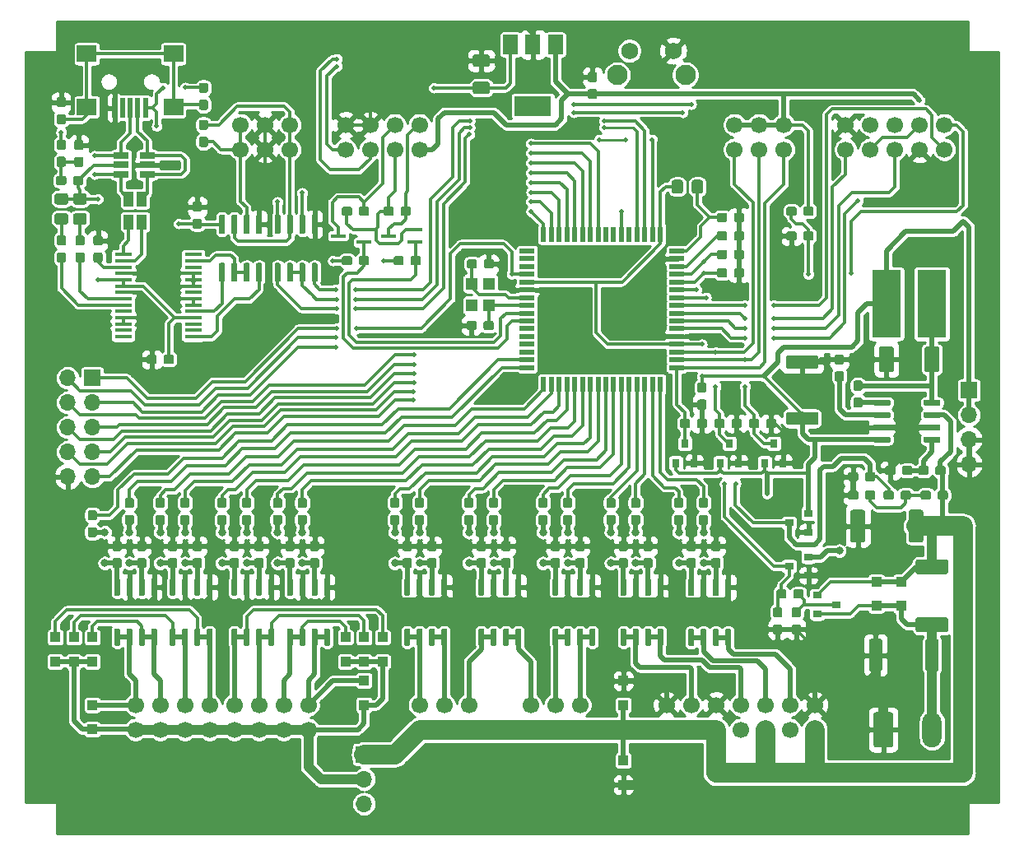
<source format=gbr>
G04 #@! TF.GenerationSoftware,KiCad,Pcbnew,(5.1.4)-1*
G04 #@! TF.CreationDate,2020-07-10T21:55:45+02:00*
G04 #@! TF.ProjectId,SBIO3,5342494f-332e-46b6-9963-61645f706362,rev?*
G04 #@! TF.SameCoordinates,Original*
G04 #@! TF.FileFunction,Copper,L1,Top*
G04 #@! TF.FilePolarity,Positive*
%FSLAX46Y46*%
G04 Gerber Fmt 4.6, Leading zero omitted, Abs format (unit mm)*
G04 Created by KiCad (PCBNEW (5.1.4)-1) date 2020-07-10 21:55:45*
%MOMM*%
%LPD*%
G04 APERTURE LIST*
%ADD10C,1.700000*%
%ADD11C,0.100000*%
%ADD12C,0.600000*%
%ADD13R,1.500000X0.450000*%
%ADD14O,1.700000X1.700000*%
%ADD15R,1.700000X1.700000*%
%ADD16C,2.100000*%
%ADD17C,1.750000*%
%ADD18C,0.950000*%
%ADD19R,0.800000X0.900000*%
%ADD20R,0.900000X0.800000*%
%ADD21R,1.750000X0.450000*%
%ADD22C,1.525000*%
%ADD23C,1.150000*%
%ADD24R,2.000000X1.700000*%
%ADD25R,0.500000X2.000000*%
%ADD26R,1.560000X0.650000*%
%ADD27R,3.000000X7.000000*%
%ADD28C,1.350000*%
%ADD29R,1.500000X2.000000*%
%ADD30R,3.800000X2.000000*%
%ADD31C,1.250000*%
%ADD32R,1.000000X1.000000*%
%ADD33R,1.000000X1.500000*%
%ADD34R,1.200000X1.300000*%
%ADD35R,1.500000X0.550000*%
%ADD36R,0.550000X1.500000*%
%ADD37O,2.000000X3.600000*%
%ADD38C,2.000000*%
%ADD39C,0.500000*%
%ADD40C,0.800000*%
%ADD41C,0.300000*%
%ADD42C,0.500000*%
%ADD43C,1.000000*%
%ADD44C,2.000000*%
%ADD45C,0.250000*%
%ADD46C,0.254000*%
G04 APERTURE END LIST*
D10*
X102235000Y-118110000D03*
X99695000Y-118110000D03*
X97155000Y-118110000D03*
X94615000Y-118110000D03*
X92075000Y-118110000D03*
X89535000Y-118110000D03*
X86995000Y-118110000D03*
X84455000Y-118110000D03*
X102235000Y-120650000D03*
X99695000Y-120650000D03*
X97155000Y-120650000D03*
X94615000Y-120650000D03*
X92075000Y-120650000D03*
X89535000Y-120650000D03*
X86995000Y-120650000D03*
X84455000Y-120650000D03*
D11*
G36*
X138594703Y-110250722D02*
G01*
X138609264Y-110252882D01*
X138623543Y-110256459D01*
X138637403Y-110261418D01*
X138650710Y-110267712D01*
X138663336Y-110275280D01*
X138675159Y-110284048D01*
X138686066Y-110293934D01*
X138695952Y-110304841D01*
X138704720Y-110316664D01*
X138712288Y-110329290D01*
X138718582Y-110342597D01*
X138723541Y-110356457D01*
X138727118Y-110370736D01*
X138729278Y-110385297D01*
X138730000Y-110400000D01*
X138730000Y-111850000D01*
X138729278Y-111864703D01*
X138727118Y-111879264D01*
X138723541Y-111893543D01*
X138718582Y-111907403D01*
X138712288Y-111920710D01*
X138704720Y-111933336D01*
X138695952Y-111945159D01*
X138686066Y-111956066D01*
X138675159Y-111965952D01*
X138663336Y-111974720D01*
X138650710Y-111982288D01*
X138637403Y-111988582D01*
X138623543Y-111993541D01*
X138609264Y-111997118D01*
X138594703Y-111999278D01*
X138580000Y-112000000D01*
X138280000Y-112000000D01*
X138265297Y-111999278D01*
X138250736Y-111997118D01*
X138236457Y-111993541D01*
X138222597Y-111988582D01*
X138209290Y-111982288D01*
X138196664Y-111974720D01*
X138184841Y-111965952D01*
X138173934Y-111956066D01*
X138164048Y-111945159D01*
X138155280Y-111933336D01*
X138147712Y-111920710D01*
X138141418Y-111907403D01*
X138136459Y-111893543D01*
X138132882Y-111879264D01*
X138130722Y-111864703D01*
X138130000Y-111850000D01*
X138130000Y-110400000D01*
X138130722Y-110385297D01*
X138132882Y-110370736D01*
X138136459Y-110356457D01*
X138141418Y-110342597D01*
X138147712Y-110329290D01*
X138155280Y-110316664D01*
X138164048Y-110304841D01*
X138173934Y-110293934D01*
X138184841Y-110284048D01*
X138196664Y-110275280D01*
X138209290Y-110267712D01*
X138222597Y-110261418D01*
X138236457Y-110256459D01*
X138250736Y-110252882D01*
X138265297Y-110250722D01*
X138280000Y-110250000D01*
X138580000Y-110250000D01*
X138594703Y-110250722D01*
X138594703Y-110250722D01*
G37*
D12*
X138430000Y-111125000D03*
D11*
G36*
X137324703Y-110250722D02*
G01*
X137339264Y-110252882D01*
X137353543Y-110256459D01*
X137367403Y-110261418D01*
X137380710Y-110267712D01*
X137393336Y-110275280D01*
X137405159Y-110284048D01*
X137416066Y-110293934D01*
X137425952Y-110304841D01*
X137434720Y-110316664D01*
X137442288Y-110329290D01*
X137448582Y-110342597D01*
X137453541Y-110356457D01*
X137457118Y-110370736D01*
X137459278Y-110385297D01*
X137460000Y-110400000D01*
X137460000Y-111850000D01*
X137459278Y-111864703D01*
X137457118Y-111879264D01*
X137453541Y-111893543D01*
X137448582Y-111907403D01*
X137442288Y-111920710D01*
X137434720Y-111933336D01*
X137425952Y-111945159D01*
X137416066Y-111956066D01*
X137405159Y-111965952D01*
X137393336Y-111974720D01*
X137380710Y-111982288D01*
X137367403Y-111988582D01*
X137353543Y-111993541D01*
X137339264Y-111997118D01*
X137324703Y-111999278D01*
X137310000Y-112000000D01*
X137010000Y-112000000D01*
X136995297Y-111999278D01*
X136980736Y-111997118D01*
X136966457Y-111993541D01*
X136952597Y-111988582D01*
X136939290Y-111982288D01*
X136926664Y-111974720D01*
X136914841Y-111965952D01*
X136903934Y-111956066D01*
X136894048Y-111945159D01*
X136885280Y-111933336D01*
X136877712Y-111920710D01*
X136871418Y-111907403D01*
X136866459Y-111893543D01*
X136862882Y-111879264D01*
X136860722Y-111864703D01*
X136860000Y-111850000D01*
X136860000Y-110400000D01*
X136860722Y-110385297D01*
X136862882Y-110370736D01*
X136866459Y-110356457D01*
X136871418Y-110342597D01*
X136877712Y-110329290D01*
X136885280Y-110316664D01*
X136894048Y-110304841D01*
X136903934Y-110293934D01*
X136914841Y-110284048D01*
X136926664Y-110275280D01*
X136939290Y-110267712D01*
X136952597Y-110261418D01*
X136966457Y-110256459D01*
X136980736Y-110252882D01*
X136995297Y-110250722D01*
X137010000Y-110250000D01*
X137310000Y-110250000D01*
X137324703Y-110250722D01*
X137324703Y-110250722D01*
G37*
D12*
X137160000Y-111125000D03*
D11*
G36*
X136054703Y-110250722D02*
G01*
X136069264Y-110252882D01*
X136083543Y-110256459D01*
X136097403Y-110261418D01*
X136110710Y-110267712D01*
X136123336Y-110275280D01*
X136135159Y-110284048D01*
X136146066Y-110293934D01*
X136155952Y-110304841D01*
X136164720Y-110316664D01*
X136172288Y-110329290D01*
X136178582Y-110342597D01*
X136183541Y-110356457D01*
X136187118Y-110370736D01*
X136189278Y-110385297D01*
X136190000Y-110400000D01*
X136190000Y-111850000D01*
X136189278Y-111864703D01*
X136187118Y-111879264D01*
X136183541Y-111893543D01*
X136178582Y-111907403D01*
X136172288Y-111920710D01*
X136164720Y-111933336D01*
X136155952Y-111945159D01*
X136146066Y-111956066D01*
X136135159Y-111965952D01*
X136123336Y-111974720D01*
X136110710Y-111982288D01*
X136097403Y-111988582D01*
X136083543Y-111993541D01*
X136069264Y-111997118D01*
X136054703Y-111999278D01*
X136040000Y-112000000D01*
X135740000Y-112000000D01*
X135725297Y-111999278D01*
X135710736Y-111997118D01*
X135696457Y-111993541D01*
X135682597Y-111988582D01*
X135669290Y-111982288D01*
X135656664Y-111974720D01*
X135644841Y-111965952D01*
X135633934Y-111956066D01*
X135624048Y-111945159D01*
X135615280Y-111933336D01*
X135607712Y-111920710D01*
X135601418Y-111907403D01*
X135596459Y-111893543D01*
X135592882Y-111879264D01*
X135590722Y-111864703D01*
X135590000Y-111850000D01*
X135590000Y-110400000D01*
X135590722Y-110385297D01*
X135592882Y-110370736D01*
X135596459Y-110356457D01*
X135601418Y-110342597D01*
X135607712Y-110329290D01*
X135615280Y-110316664D01*
X135624048Y-110304841D01*
X135633934Y-110293934D01*
X135644841Y-110284048D01*
X135656664Y-110275280D01*
X135669290Y-110267712D01*
X135682597Y-110261418D01*
X135696457Y-110256459D01*
X135710736Y-110252882D01*
X135725297Y-110250722D01*
X135740000Y-110250000D01*
X136040000Y-110250000D01*
X136054703Y-110250722D01*
X136054703Y-110250722D01*
G37*
D12*
X135890000Y-111125000D03*
D11*
G36*
X134784703Y-110250722D02*
G01*
X134799264Y-110252882D01*
X134813543Y-110256459D01*
X134827403Y-110261418D01*
X134840710Y-110267712D01*
X134853336Y-110275280D01*
X134865159Y-110284048D01*
X134876066Y-110293934D01*
X134885952Y-110304841D01*
X134894720Y-110316664D01*
X134902288Y-110329290D01*
X134908582Y-110342597D01*
X134913541Y-110356457D01*
X134917118Y-110370736D01*
X134919278Y-110385297D01*
X134920000Y-110400000D01*
X134920000Y-111850000D01*
X134919278Y-111864703D01*
X134917118Y-111879264D01*
X134913541Y-111893543D01*
X134908582Y-111907403D01*
X134902288Y-111920710D01*
X134894720Y-111933336D01*
X134885952Y-111945159D01*
X134876066Y-111956066D01*
X134865159Y-111965952D01*
X134853336Y-111974720D01*
X134840710Y-111982288D01*
X134827403Y-111988582D01*
X134813543Y-111993541D01*
X134799264Y-111997118D01*
X134784703Y-111999278D01*
X134770000Y-112000000D01*
X134470000Y-112000000D01*
X134455297Y-111999278D01*
X134440736Y-111997118D01*
X134426457Y-111993541D01*
X134412597Y-111988582D01*
X134399290Y-111982288D01*
X134386664Y-111974720D01*
X134374841Y-111965952D01*
X134363934Y-111956066D01*
X134354048Y-111945159D01*
X134345280Y-111933336D01*
X134337712Y-111920710D01*
X134331418Y-111907403D01*
X134326459Y-111893543D01*
X134322882Y-111879264D01*
X134320722Y-111864703D01*
X134320000Y-111850000D01*
X134320000Y-110400000D01*
X134320722Y-110385297D01*
X134322882Y-110370736D01*
X134326459Y-110356457D01*
X134331418Y-110342597D01*
X134337712Y-110329290D01*
X134345280Y-110316664D01*
X134354048Y-110304841D01*
X134363934Y-110293934D01*
X134374841Y-110284048D01*
X134386664Y-110275280D01*
X134399290Y-110267712D01*
X134412597Y-110261418D01*
X134426457Y-110256459D01*
X134440736Y-110252882D01*
X134455297Y-110250722D01*
X134470000Y-110250000D01*
X134770000Y-110250000D01*
X134784703Y-110250722D01*
X134784703Y-110250722D01*
G37*
D12*
X134620000Y-111125000D03*
D11*
G36*
X134784703Y-105100722D02*
G01*
X134799264Y-105102882D01*
X134813543Y-105106459D01*
X134827403Y-105111418D01*
X134840710Y-105117712D01*
X134853336Y-105125280D01*
X134865159Y-105134048D01*
X134876066Y-105143934D01*
X134885952Y-105154841D01*
X134894720Y-105166664D01*
X134902288Y-105179290D01*
X134908582Y-105192597D01*
X134913541Y-105206457D01*
X134917118Y-105220736D01*
X134919278Y-105235297D01*
X134920000Y-105250000D01*
X134920000Y-106700000D01*
X134919278Y-106714703D01*
X134917118Y-106729264D01*
X134913541Y-106743543D01*
X134908582Y-106757403D01*
X134902288Y-106770710D01*
X134894720Y-106783336D01*
X134885952Y-106795159D01*
X134876066Y-106806066D01*
X134865159Y-106815952D01*
X134853336Y-106824720D01*
X134840710Y-106832288D01*
X134827403Y-106838582D01*
X134813543Y-106843541D01*
X134799264Y-106847118D01*
X134784703Y-106849278D01*
X134770000Y-106850000D01*
X134470000Y-106850000D01*
X134455297Y-106849278D01*
X134440736Y-106847118D01*
X134426457Y-106843541D01*
X134412597Y-106838582D01*
X134399290Y-106832288D01*
X134386664Y-106824720D01*
X134374841Y-106815952D01*
X134363934Y-106806066D01*
X134354048Y-106795159D01*
X134345280Y-106783336D01*
X134337712Y-106770710D01*
X134331418Y-106757403D01*
X134326459Y-106743543D01*
X134322882Y-106729264D01*
X134320722Y-106714703D01*
X134320000Y-106700000D01*
X134320000Y-105250000D01*
X134320722Y-105235297D01*
X134322882Y-105220736D01*
X134326459Y-105206457D01*
X134331418Y-105192597D01*
X134337712Y-105179290D01*
X134345280Y-105166664D01*
X134354048Y-105154841D01*
X134363934Y-105143934D01*
X134374841Y-105134048D01*
X134386664Y-105125280D01*
X134399290Y-105117712D01*
X134412597Y-105111418D01*
X134426457Y-105106459D01*
X134440736Y-105102882D01*
X134455297Y-105100722D01*
X134470000Y-105100000D01*
X134770000Y-105100000D01*
X134784703Y-105100722D01*
X134784703Y-105100722D01*
G37*
D12*
X134620000Y-105975000D03*
D11*
G36*
X136054703Y-105100722D02*
G01*
X136069264Y-105102882D01*
X136083543Y-105106459D01*
X136097403Y-105111418D01*
X136110710Y-105117712D01*
X136123336Y-105125280D01*
X136135159Y-105134048D01*
X136146066Y-105143934D01*
X136155952Y-105154841D01*
X136164720Y-105166664D01*
X136172288Y-105179290D01*
X136178582Y-105192597D01*
X136183541Y-105206457D01*
X136187118Y-105220736D01*
X136189278Y-105235297D01*
X136190000Y-105250000D01*
X136190000Y-106700000D01*
X136189278Y-106714703D01*
X136187118Y-106729264D01*
X136183541Y-106743543D01*
X136178582Y-106757403D01*
X136172288Y-106770710D01*
X136164720Y-106783336D01*
X136155952Y-106795159D01*
X136146066Y-106806066D01*
X136135159Y-106815952D01*
X136123336Y-106824720D01*
X136110710Y-106832288D01*
X136097403Y-106838582D01*
X136083543Y-106843541D01*
X136069264Y-106847118D01*
X136054703Y-106849278D01*
X136040000Y-106850000D01*
X135740000Y-106850000D01*
X135725297Y-106849278D01*
X135710736Y-106847118D01*
X135696457Y-106843541D01*
X135682597Y-106838582D01*
X135669290Y-106832288D01*
X135656664Y-106824720D01*
X135644841Y-106815952D01*
X135633934Y-106806066D01*
X135624048Y-106795159D01*
X135615280Y-106783336D01*
X135607712Y-106770710D01*
X135601418Y-106757403D01*
X135596459Y-106743543D01*
X135592882Y-106729264D01*
X135590722Y-106714703D01*
X135590000Y-106700000D01*
X135590000Y-105250000D01*
X135590722Y-105235297D01*
X135592882Y-105220736D01*
X135596459Y-105206457D01*
X135601418Y-105192597D01*
X135607712Y-105179290D01*
X135615280Y-105166664D01*
X135624048Y-105154841D01*
X135633934Y-105143934D01*
X135644841Y-105134048D01*
X135656664Y-105125280D01*
X135669290Y-105117712D01*
X135682597Y-105111418D01*
X135696457Y-105106459D01*
X135710736Y-105102882D01*
X135725297Y-105100722D01*
X135740000Y-105100000D01*
X136040000Y-105100000D01*
X136054703Y-105100722D01*
X136054703Y-105100722D01*
G37*
D12*
X135890000Y-105975000D03*
D11*
G36*
X137324703Y-105100722D02*
G01*
X137339264Y-105102882D01*
X137353543Y-105106459D01*
X137367403Y-105111418D01*
X137380710Y-105117712D01*
X137393336Y-105125280D01*
X137405159Y-105134048D01*
X137416066Y-105143934D01*
X137425952Y-105154841D01*
X137434720Y-105166664D01*
X137442288Y-105179290D01*
X137448582Y-105192597D01*
X137453541Y-105206457D01*
X137457118Y-105220736D01*
X137459278Y-105235297D01*
X137460000Y-105250000D01*
X137460000Y-106700000D01*
X137459278Y-106714703D01*
X137457118Y-106729264D01*
X137453541Y-106743543D01*
X137448582Y-106757403D01*
X137442288Y-106770710D01*
X137434720Y-106783336D01*
X137425952Y-106795159D01*
X137416066Y-106806066D01*
X137405159Y-106815952D01*
X137393336Y-106824720D01*
X137380710Y-106832288D01*
X137367403Y-106838582D01*
X137353543Y-106843541D01*
X137339264Y-106847118D01*
X137324703Y-106849278D01*
X137310000Y-106850000D01*
X137010000Y-106850000D01*
X136995297Y-106849278D01*
X136980736Y-106847118D01*
X136966457Y-106843541D01*
X136952597Y-106838582D01*
X136939290Y-106832288D01*
X136926664Y-106824720D01*
X136914841Y-106815952D01*
X136903934Y-106806066D01*
X136894048Y-106795159D01*
X136885280Y-106783336D01*
X136877712Y-106770710D01*
X136871418Y-106757403D01*
X136866459Y-106743543D01*
X136862882Y-106729264D01*
X136860722Y-106714703D01*
X136860000Y-106700000D01*
X136860000Y-105250000D01*
X136860722Y-105235297D01*
X136862882Y-105220736D01*
X136866459Y-105206457D01*
X136871418Y-105192597D01*
X136877712Y-105179290D01*
X136885280Y-105166664D01*
X136894048Y-105154841D01*
X136903934Y-105143934D01*
X136914841Y-105134048D01*
X136926664Y-105125280D01*
X136939290Y-105117712D01*
X136952597Y-105111418D01*
X136966457Y-105106459D01*
X136980736Y-105102882D01*
X136995297Y-105100722D01*
X137010000Y-105100000D01*
X137310000Y-105100000D01*
X137324703Y-105100722D01*
X137324703Y-105100722D01*
G37*
D12*
X137160000Y-105975000D03*
D11*
G36*
X138594703Y-105100722D02*
G01*
X138609264Y-105102882D01*
X138623543Y-105106459D01*
X138637403Y-105111418D01*
X138650710Y-105117712D01*
X138663336Y-105125280D01*
X138675159Y-105134048D01*
X138686066Y-105143934D01*
X138695952Y-105154841D01*
X138704720Y-105166664D01*
X138712288Y-105179290D01*
X138718582Y-105192597D01*
X138723541Y-105206457D01*
X138727118Y-105220736D01*
X138729278Y-105235297D01*
X138730000Y-105250000D01*
X138730000Y-106700000D01*
X138729278Y-106714703D01*
X138727118Y-106729264D01*
X138723541Y-106743543D01*
X138718582Y-106757403D01*
X138712288Y-106770710D01*
X138704720Y-106783336D01*
X138695952Y-106795159D01*
X138686066Y-106806066D01*
X138675159Y-106815952D01*
X138663336Y-106824720D01*
X138650710Y-106832288D01*
X138637403Y-106838582D01*
X138623543Y-106843541D01*
X138609264Y-106847118D01*
X138594703Y-106849278D01*
X138580000Y-106850000D01*
X138280000Y-106850000D01*
X138265297Y-106849278D01*
X138250736Y-106847118D01*
X138236457Y-106843541D01*
X138222597Y-106838582D01*
X138209290Y-106832288D01*
X138196664Y-106824720D01*
X138184841Y-106815952D01*
X138173934Y-106806066D01*
X138164048Y-106795159D01*
X138155280Y-106783336D01*
X138147712Y-106770710D01*
X138141418Y-106757403D01*
X138136459Y-106743543D01*
X138132882Y-106729264D01*
X138130722Y-106714703D01*
X138130000Y-106700000D01*
X138130000Y-105250000D01*
X138130722Y-105235297D01*
X138132882Y-105220736D01*
X138136459Y-105206457D01*
X138141418Y-105192597D01*
X138147712Y-105179290D01*
X138155280Y-105166664D01*
X138164048Y-105154841D01*
X138173934Y-105143934D01*
X138184841Y-105134048D01*
X138196664Y-105125280D01*
X138209290Y-105117712D01*
X138222597Y-105111418D01*
X138236457Y-105106459D01*
X138250736Y-105102882D01*
X138265297Y-105100722D01*
X138280000Y-105100000D01*
X138580000Y-105100000D01*
X138594703Y-105100722D01*
X138594703Y-105100722D01*
G37*
D12*
X138430000Y-105975000D03*
D11*
G36*
X104304703Y-110250722D02*
G01*
X104319264Y-110252882D01*
X104333543Y-110256459D01*
X104347403Y-110261418D01*
X104360710Y-110267712D01*
X104373336Y-110275280D01*
X104385159Y-110284048D01*
X104396066Y-110293934D01*
X104405952Y-110304841D01*
X104414720Y-110316664D01*
X104422288Y-110329290D01*
X104428582Y-110342597D01*
X104433541Y-110356457D01*
X104437118Y-110370736D01*
X104439278Y-110385297D01*
X104440000Y-110400000D01*
X104440000Y-111850000D01*
X104439278Y-111864703D01*
X104437118Y-111879264D01*
X104433541Y-111893543D01*
X104428582Y-111907403D01*
X104422288Y-111920710D01*
X104414720Y-111933336D01*
X104405952Y-111945159D01*
X104396066Y-111956066D01*
X104385159Y-111965952D01*
X104373336Y-111974720D01*
X104360710Y-111982288D01*
X104347403Y-111988582D01*
X104333543Y-111993541D01*
X104319264Y-111997118D01*
X104304703Y-111999278D01*
X104290000Y-112000000D01*
X103990000Y-112000000D01*
X103975297Y-111999278D01*
X103960736Y-111997118D01*
X103946457Y-111993541D01*
X103932597Y-111988582D01*
X103919290Y-111982288D01*
X103906664Y-111974720D01*
X103894841Y-111965952D01*
X103883934Y-111956066D01*
X103874048Y-111945159D01*
X103865280Y-111933336D01*
X103857712Y-111920710D01*
X103851418Y-111907403D01*
X103846459Y-111893543D01*
X103842882Y-111879264D01*
X103840722Y-111864703D01*
X103840000Y-111850000D01*
X103840000Y-110400000D01*
X103840722Y-110385297D01*
X103842882Y-110370736D01*
X103846459Y-110356457D01*
X103851418Y-110342597D01*
X103857712Y-110329290D01*
X103865280Y-110316664D01*
X103874048Y-110304841D01*
X103883934Y-110293934D01*
X103894841Y-110284048D01*
X103906664Y-110275280D01*
X103919290Y-110267712D01*
X103932597Y-110261418D01*
X103946457Y-110256459D01*
X103960736Y-110252882D01*
X103975297Y-110250722D01*
X103990000Y-110250000D01*
X104290000Y-110250000D01*
X104304703Y-110250722D01*
X104304703Y-110250722D01*
G37*
D12*
X104140000Y-111125000D03*
D11*
G36*
X103034703Y-110250722D02*
G01*
X103049264Y-110252882D01*
X103063543Y-110256459D01*
X103077403Y-110261418D01*
X103090710Y-110267712D01*
X103103336Y-110275280D01*
X103115159Y-110284048D01*
X103126066Y-110293934D01*
X103135952Y-110304841D01*
X103144720Y-110316664D01*
X103152288Y-110329290D01*
X103158582Y-110342597D01*
X103163541Y-110356457D01*
X103167118Y-110370736D01*
X103169278Y-110385297D01*
X103170000Y-110400000D01*
X103170000Y-111850000D01*
X103169278Y-111864703D01*
X103167118Y-111879264D01*
X103163541Y-111893543D01*
X103158582Y-111907403D01*
X103152288Y-111920710D01*
X103144720Y-111933336D01*
X103135952Y-111945159D01*
X103126066Y-111956066D01*
X103115159Y-111965952D01*
X103103336Y-111974720D01*
X103090710Y-111982288D01*
X103077403Y-111988582D01*
X103063543Y-111993541D01*
X103049264Y-111997118D01*
X103034703Y-111999278D01*
X103020000Y-112000000D01*
X102720000Y-112000000D01*
X102705297Y-111999278D01*
X102690736Y-111997118D01*
X102676457Y-111993541D01*
X102662597Y-111988582D01*
X102649290Y-111982288D01*
X102636664Y-111974720D01*
X102624841Y-111965952D01*
X102613934Y-111956066D01*
X102604048Y-111945159D01*
X102595280Y-111933336D01*
X102587712Y-111920710D01*
X102581418Y-111907403D01*
X102576459Y-111893543D01*
X102572882Y-111879264D01*
X102570722Y-111864703D01*
X102570000Y-111850000D01*
X102570000Y-110400000D01*
X102570722Y-110385297D01*
X102572882Y-110370736D01*
X102576459Y-110356457D01*
X102581418Y-110342597D01*
X102587712Y-110329290D01*
X102595280Y-110316664D01*
X102604048Y-110304841D01*
X102613934Y-110293934D01*
X102624841Y-110284048D01*
X102636664Y-110275280D01*
X102649290Y-110267712D01*
X102662597Y-110261418D01*
X102676457Y-110256459D01*
X102690736Y-110252882D01*
X102705297Y-110250722D01*
X102720000Y-110250000D01*
X103020000Y-110250000D01*
X103034703Y-110250722D01*
X103034703Y-110250722D01*
G37*
D12*
X102870000Y-111125000D03*
D11*
G36*
X101764703Y-110250722D02*
G01*
X101779264Y-110252882D01*
X101793543Y-110256459D01*
X101807403Y-110261418D01*
X101820710Y-110267712D01*
X101833336Y-110275280D01*
X101845159Y-110284048D01*
X101856066Y-110293934D01*
X101865952Y-110304841D01*
X101874720Y-110316664D01*
X101882288Y-110329290D01*
X101888582Y-110342597D01*
X101893541Y-110356457D01*
X101897118Y-110370736D01*
X101899278Y-110385297D01*
X101900000Y-110400000D01*
X101900000Y-111850000D01*
X101899278Y-111864703D01*
X101897118Y-111879264D01*
X101893541Y-111893543D01*
X101888582Y-111907403D01*
X101882288Y-111920710D01*
X101874720Y-111933336D01*
X101865952Y-111945159D01*
X101856066Y-111956066D01*
X101845159Y-111965952D01*
X101833336Y-111974720D01*
X101820710Y-111982288D01*
X101807403Y-111988582D01*
X101793543Y-111993541D01*
X101779264Y-111997118D01*
X101764703Y-111999278D01*
X101750000Y-112000000D01*
X101450000Y-112000000D01*
X101435297Y-111999278D01*
X101420736Y-111997118D01*
X101406457Y-111993541D01*
X101392597Y-111988582D01*
X101379290Y-111982288D01*
X101366664Y-111974720D01*
X101354841Y-111965952D01*
X101343934Y-111956066D01*
X101334048Y-111945159D01*
X101325280Y-111933336D01*
X101317712Y-111920710D01*
X101311418Y-111907403D01*
X101306459Y-111893543D01*
X101302882Y-111879264D01*
X101300722Y-111864703D01*
X101300000Y-111850000D01*
X101300000Y-110400000D01*
X101300722Y-110385297D01*
X101302882Y-110370736D01*
X101306459Y-110356457D01*
X101311418Y-110342597D01*
X101317712Y-110329290D01*
X101325280Y-110316664D01*
X101334048Y-110304841D01*
X101343934Y-110293934D01*
X101354841Y-110284048D01*
X101366664Y-110275280D01*
X101379290Y-110267712D01*
X101392597Y-110261418D01*
X101406457Y-110256459D01*
X101420736Y-110252882D01*
X101435297Y-110250722D01*
X101450000Y-110250000D01*
X101750000Y-110250000D01*
X101764703Y-110250722D01*
X101764703Y-110250722D01*
G37*
D12*
X101600000Y-111125000D03*
D11*
G36*
X100494703Y-110250722D02*
G01*
X100509264Y-110252882D01*
X100523543Y-110256459D01*
X100537403Y-110261418D01*
X100550710Y-110267712D01*
X100563336Y-110275280D01*
X100575159Y-110284048D01*
X100586066Y-110293934D01*
X100595952Y-110304841D01*
X100604720Y-110316664D01*
X100612288Y-110329290D01*
X100618582Y-110342597D01*
X100623541Y-110356457D01*
X100627118Y-110370736D01*
X100629278Y-110385297D01*
X100630000Y-110400000D01*
X100630000Y-111850000D01*
X100629278Y-111864703D01*
X100627118Y-111879264D01*
X100623541Y-111893543D01*
X100618582Y-111907403D01*
X100612288Y-111920710D01*
X100604720Y-111933336D01*
X100595952Y-111945159D01*
X100586066Y-111956066D01*
X100575159Y-111965952D01*
X100563336Y-111974720D01*
X100550710Y-111982288D01*
X100537403Y-111988582D01*
X100523543Y-111993541D01*
X100509264Y-111997118D01*
X100494703Y-111999278D01*
X100480000Y-112000000D01*
X100180000Y-112000000D01*
X100165297Y-111999278D01*
X100150736Y-111997118D01*
X100136457Y-111993541D01*
X100122597Y-111988582D01*
X100109290Y-111982288D01*
X100096664Y-111974720D01*
X100084841Y-111965952D01*
X100073934Y-111956066D01*
X100064048Y-111945159D01*
X100055280Y-111933336D01*
X100047712Y-111920710D01*
X100041418Y-111907403D01*
X100036459Y-111893543D01*
X100032882Y-111879264D01*
X100030722Y-111864703D01*
X100030000Y-111850000D01*
X100030000Y-110400000D01*
X100030722Y-110385297D01*
X100032882Y-110370736D01*
X100036459Y-110356457D01*
X100041418Y-110342597D01*
X100047712Y-110329290D01*
X100055280Y-110316664D01*
X100064048Y-110304841D01*
X100073934Y-110293934D01*
X100084841Y-110284048D01*
X100096664Y-110275280D01*
X100109290Y-110267712D01*
X100122597Y-110261418D01*
X100136457Y-110256459D01*
X100150736Y-110252882D01*
X100165297Y-110250722D01*
X100180000Y-110250000D01*
X100480000Y-110250000D01*
X100494703Y-110250722D01*
X100494703Y-110250722D01*
G37*
D12*
X100330000Y-111125000D03*
D11*
G36*
X100494703Y-105100722D02*
G01*
X100509264Y-105102882D01*
X100523543Y-105106459D01*
X100537403Y-105111418D01*
X100550710Y-105117712D01*
X100563336Y-105125280D01*
X100575159Y-105134048D01*
X100586066Y-105143934D01*
X100595952Y-105154841D01*
X100604720Y-105166664D01*
X100612288Y-105179290D01*
X100618582Y-105192597D01*
X100623541Y-105206457D01*
X100627118Y-105220736D01*
X100629278Y-105235297D01*
X100630000Y-105250000D01*
X100630000Y-106700000D01*
X100629278Y-106714703D01*
X100627118Y-106729264D01*
X100623541Y-106743543D01*
X100618582Y-106757403D01*
X100612288Y-106770710D01*
X100604720Y-106783336D01*
X100595952Y-106795159D01*
X100586066Y-106806066D01*
X100575159Y-106815952D01*
X100563336Y-106824720D01*
X100550710Y-106832288D01*
X100537403Y-106838582D01*
X100523543Y-106843541D01*
X100509264Y-106847118D01*
X100494703Y-106849278D01*
X100480000Y-106850000D01*
X100180000Y-106850000D01*
X100165297Y-106849278D01*
X100150736Y-106847118D01*
X100136457Y-106843541D01*
X100122597Y-106838582D01*
X100109290Y-106832288D01*
X100096664Y-106824720D01*
X100084841Y-106815952D01*
X100073934Y-106806066D01*
X100064048Y-106795159D01*
X100055280Y-106783336D01*
X100047712Y-106770710D01*
X100041418Y-106757403D01*
X100036459Y-106743543D01*
X100032882Y-106729264D01*
X100030722Y-106714703D01*
X100030000Y-106700000D01*
X100030000Y-105250000D01*
X100030722Y-105235297D01*
X100032882Y-105220736D01*
X100036459Y-105206457D01*
X100041418Y-105192597D01*
X100047712Y-105179290D01*
X100055280Y-105166664D01*
X100064048Y-105154841D01*
X100073934Y-105143934D01*
X100084841Y-105134048D01*
X100096664Y-105125280D01*
X100109290Y-105117712D01*
X100122597Y-105111418D01*
X100136457Y-105106459D01*
X100150736Y-105102882D01*
X100165297Y-105100722D01*
X100180000Y-105100000D01*
X100480000Y-105100000D01*
X100494703Y-105100722D01*
X100494703Y-105100722D01*
G37*
D12*
X100330000Y-105975000D03*
D11*
G36*
X101764703Y-105100722D02*
G01*
X101779264Y-105102882D01*
X101793543Y-105106459D01*
X101807403Y-105111418D01*
X101820710Y-105117712D01*
X101833336Y-105125280D01*
X101845159Y-105134048D01*
X101856066Y-105143934D01*
X101865952Y-105154841D01*
X101874720Y-105166664D01*
X101882288Y-105179290D01*
X101888582Y-105192597D01*
X101893541Y-105206457D01*
X101897118Y-105220736D01*
X101899278Y-105235297D01*
X101900000Y-105250000D01*
X101900000Y-106700000D01*
X101899278Y-106714703D01*
X101897118Y-106729264D01*
X101893541Y-106743543D01*
X101888582Y-106757403D01*
X101882288Y-106770710D01*
X101874720Y-106783336D01*
X101865952Y-106795159D01*
X101856066Y-106806066D01*
X101845159Y-106815952D01*
X101833336Y-106824720D01*
X101820710Y-106832288D01*
X101807403Y-106838582D01*
X101793543Y-106843541D01*
X101779264Y-106847118D01*
X101764703Y-106849278D01*
X101750000Y-106850000D01*
X101450000Y-106850000D01*
X101435297Y-106849278D01*
X101420736Y-106847118D01*
X101406457Y-106843541D01*
X101392597Y-106838582D01*
X101379290Y-106832288D01*
X101366664Y-106824720D01*
X101354841Y-106815952D01*
X101343934Y-106806066D01*
X101334048Y-106795159D01*
X101325280Y-106783336D01*
X101317712Y-106770710D01*
X101311418Y-106757403D01*
X101306459Y-106743543D01*
X101302882Y-106729264D01*
X101300722Y-106714703D01*
X101300000Y-106700000D01*
X101300000Y-105250000D01*
X101300722Y-105235297D01*
X101302882Y-105220736D01*
X101306459Y-105206457D01*
X101311418Y-105192597D01*
X101317712Y-105179290D01*
X101325280Y-105166664D01*
X101334048Y-105154841D01*
X101343934Y-105143934D01*
X101354841Y-105134048D01*
X101366664Y-105125280D01*
X101379290Y-105117712D01*
X101392597Y-105111418D01*
X101406457Y-105106459D01*
X101420736Y-105102882D01*
X101435297Y-105100722D01*
X101450000Y-105100000D01*
X101750000Y-105100000D01*
X101764703Y-105100722D01*
X101764703Y-105100722D01*
G37*
D12*
X101600000Y-105975000D03*
D11*
G36*
X103034703Y-105100722D02*
G01*
X103049264Y-105102882D01*
X103063543Y-105106459D01*
X103077403Y-105111418D01*
X103090710Y-105117712D01*
X103103336Y-105125280D01*
X103115159Y-105134048D01*
X103126066Y-105143934D01*
X103135952Y-105154841D01*
X103144720Y-105166664D01*
X103152288Y-105179290D01*
X103158582Y-105192597D01*
X103163541Y-105206457D01*
X103167118Y-105220736D01*
X103169278Y-105235297D01*
X103170000Y-105250000D01*
X103170000Y-106700000D01*
X103169278Y-106714703D01*
X103167118Y-106729264D01*
X103163541Y-106743543D01*
X103158582Y-106757403D01*
X103152288Y-106770710D01*
X103144720Y-106783336D01*
X103135952Y-106795159D01*
X103126066Y-106806066D01*
X103115159Y-106815952D01*
X103103336Y-106824720D01*
X103090710Y-106832288D01*
X103077403Y-106838582D01*
X103063543Y-106843541D01*
X103049264Y-106847118D01*
X103034703Y-106849278D01*
X103020000Y-106850000D01*
X102720000Y-106850000D01*
X102705297Y-106849278D01*
X102690736Y-106847118D01*
X102676457Y-106843541D01*
X102662597Y-106838582D01*
X102649290Y-106832288D01*
X102636664Y-106824720D01*
X102624841Y-106815952D01*
X102613934Y-106806066D01*
X102604048Y-106795159D01*
X102595280Y-106783336D01*
X102587712Y-106770710D01*
X102581418Y-106757403D01*
X102576459Y-106743543D01*
X102572882Y-106729264D01*
X102570722Y-106714703D01*
X102570000Y-106700000D01*
X102570000Y-105250000D01*
X102570722Y-105235297D01*
X102572882Y-105220736D01*
X102576459Y-105206457D01*
X102581418Y-105192597D01*
X102587712Y-105179290D01*
X102595280Y-105166664D01*
X102604048Y-105154841D01*
X102613934Y-105143934D01*
X102624841Y-105134048D01*
X102636664Y-105125280D01*
X102649290Y-105117712D01*
X102662597Y-105111418D01*
X102676457Y-105106459D01*
X102690736Y-105102882D01*
X102705297Y-105100722D01*
X102720000Y-105100000D01*
X103020000Y-105100000D01*
X103034703Y-105100722D01*
X103034703Y-105100722D01*
G37*
D12*
X102870000Y-105975000D03*
D11*
G36*
X104304703Y-105100722D02*
G01*
X104319264Y-105102882D01*
X104333543Y-105106459D01*
X104347403Y-105111418D01*
X104360710Y-105117712D01*
X104373336Y-105125280D01*
X104385159Y-105134048D01*
X104396066Y-105143934D01*
X104405952Y-105154841D01*
X104414720Y-105166664D01*
X104422288Y-105179290D01*
X104428582Y-105192597D01*
X104433541Y-105206457D01*
X104437118Y-105220736D01*
X104439278Y-105235297D01*
X104440000Y-105250000D01*
X104440000Y-106700000D01*
X104439278Y-106714703D01*
X104437118Y-106729264D01*
X104433541Y-106743543D01*
X104428582Y-106757403D01*
X104422288Y-106770710D01*
X104414720Y-106783336D01*
X104405952Y-106795159D01*
X104396066Y-106806066D01*
X104385159Y-106815952D01*
X104373336Y-106824720D01*
X104360710Y-106832288D01*
X104347403Y-106838582D01*
X104333543Y-106843541D01*
X104319264Y-106847118D01*
X104304703Y-106849278D01*
X104290000Y-106850000D01*
X103990000Y-106850000D01*
X103975297Y-106849278D01*
X103960736Y-106847118D01*
X103946457Y-106843541D01*
X103932597Y-106838582D01*
X103919290Y-106832288D01*
X103906664Y-106824720D01*
X103894841Y-106815952D01*
X103883934Y-106806066D01*
X103874048Y-106795159D01*
X103865280Y-106783336D01*
X103857712Y-106770710D01*
X103851418Y-106757403D01*
X103846459Y-106743543D01*
X103842882Y-106729264D01*
X103840722Y-106714703D01*
X103840000Y-106700000D01*
X103840000Y-105250000D01*
X103840722Y-105235297D01*
X103842882Y-105220736D01*
X103846459Y-105206457D01*
X103851418Y-105192597D01*
X103857712Y-105179290D01*
X103865280Y-105166664D01*
X103874048Y-105154841D01*
X103883934Y-105143934D01*
X103894841Y-105134048D01*
X103906664Y-105125280D01*
X103919290Y-105117712D01*
X103932597Y-105111418D01*
X103946457Y-105106459D01*
X103960736Y-105102882D01*
X103975297Y-105100722D01*
X103990000Y-105100000D01*
X104290000Y-105100000D01*
X104304703Y-105100722D01*
X104304703Y-105100722D01*
G37*
D12*
X104140000Y-105975000D03*
D10*
X146050000Y-58420000D03*
X148590000Y-58420000D03*
X151130000Y-58420000D03*
X146050000Y-60960000D03*
X148590000Y-60960000D03*
X151130000Y-60960000D03*
D13*
X105290000Y-69850000D03*
X107950000Y-69200000D03*
X107950000Y-70500000D03*
D14*
X77470000Y-94615000D03*
X80010000Y-94615000D03*
X77470000Y-92075000D03*
X80010000Y-92075000D03*
X77470000Y-89535000D03*
X80010000Y-89535000D03*
X77470000Y-86995000D03*
X80010000Y-86995000D03*
X77470000Y-84455000D03*
D15*
X80010000Y-84455000D03*
D10*
X100330000Y-60960000D03*
X97790000Y-60960000D03*
X95250000Y-60960000D03*
X100330000Y-58420000D03*
X97790000Y-58420000D03*
X95250000Y-58420000D03*
D11*
G36*
X98589703Y-110250722D02*
G01*
X98604264Y-110252882D01*
X98618543Y-110256459D01*
X98632403Y-110261418D01*
X98645710Y-110267712D01*
X98658336Y-110275280D01*
X98670159Y-110284048D01*
X98681066Y-110293934D01*
X98690952Y-110304841D01*
X98699720Y-110316664D01*
X98707288Y-110329290D01*
X98713582Y-110342597D01*
X98718541Y-110356457D01*
X98722118Y-110370736D01*
X98724278Y-110385297D01*
X98725000Y-110400000D01*
X98725000Y-111850000D01*
X98724278Y-111864703D01*
X98722118Y-111879264D01*
X98718541Y-111893543D01*
X98713582Y-111907403D01*
X98707288Y-111920710D01*
X98699720Y-111933336D01*
X98690952Y-111945159D01*
X98681066Y-111956066D01*
X98670159Y-111965952D01*
X98658336Y-111974720D01*
X98645710Y-111982288D01*
X98632403Y-111988582D01*
X98618543Y-111993541D01*
X98604264Y-111997118D01*
X98589703Y-111999278D01*
X98575000Y-112000000D01*
X98275000Y-112000000D01*
X98260297Y-111999278D01*
X98245736Y-111997118D01*
X98231457Y-111993541D01*
X98217597Y-111988582D01*
X98204290Y-111982288D01*
X98191664Y-111974720D01*
X98179841Y-111965952D01*
X98168934Y-111956066D01*
X98159048Y-111945159D01*
X98150280Y-111933336D01*
X98142712Y-111920710D01*
X98136418Y-111907403D01*
X98131459Y-111893543D01*
X98127882Y-111879264D01*
X98125722Y-111864703D01*
X98125000Y-111850000D01*
X98125000Y-110400000D01*
X98125722Y-110385297D01*
X98127882Y-110370736D01*
X98131459Y-110356457D01*
X98136418Y-110342597D01*
X98142712Y-110329290D01*
X98150280Y-110316664D01*
X98159048Y-110304841D01*
X98168934Y-110293934D01*
X98179841Y-110284048D01*
X98191664Y-110275280D01*
X98204290Y-110267712D01*
X98217597Y-110261418D01*
X98231457Y-110256459D01*
X98245736Y-110252882D01*
X98260297Y-110250722D01*
X98275000Y-110250000D01*
X98575000Y-110250000D01*
X98589703Y-110250722D01*
X98589703Y-110250722D01*
G37*
D12*
X98425000Y-111125000D03*
D11*
G36*
X97319703Y-110250722D02*
G01*
X97334264Y-110252882D01*
X97348543Y-110256459D01*
X97362403Y-110261418D01*
X97375710Y-110267712D01*
X97388336Y-110275280D01*
X97400159Y-110284048D01*
X97411066Y-110293934D01*
X97420952Y-110304841D01*
X97429720Y-110316664D01*
X97437288Y-110329290D01*
X97443582Y-110342597D01*
X97448541Y-110356457D01*
X97452118Y-110370736D01*
X97454278Y-110385297D01*
X97455000Y-110400000D01*
X97455000Y-111850000D01*
X97454278Y-111864703D01*
X97452118Y-111879264D01*
X97448541Y-111893543D01*
X97443582Y-111907403D01*
X97437288Y-111920710D01*
X97429720Y-111933336D01*
X97420952Y-111945159D01*
X97411066Y-111956066D01*
X97400159Y-111965952D01*
X97388336Y-111974720D01*
X97375710Y-111982288D01*
X97362403Y-111988582D01*
X97348543Y-111993541D01*
X97334264Y-111997118D01*
X97319703Y-111999278D01*
X97305000Y-112000000D01*
X97005000Y-112000000D01*
X96990297Y-111999278D01*
X96975736Y-111997118D01*
X96961457Y-111993541D01*
X96947597Y-111988582D01*
X96934290Y-111982288D01*
X96921664Y-111974720D01*
X96909841Y-111965952D01*
X96898934Y-111956066D01*
X96889048Y-111945159D01*
X96880280Y-111933336D01*
X96872712Y-111920710D01*
X96866418Y-111907403D01*
X96861459Y-111893543D01*
X96857882Y-111879264D01*
X96855722Y-111864703D01*
X96855000Y-111850000D01*
X96855000Y-110400000D01*
X96855722Y-110385297D01*
X96857882Y-110370736D01*
X96861459Y-110356457D01*
X96866418Y-110342597D01*
X96872712Y-110329290D01*
X96880280Y-110316664D01*
X96889048Y-110304841D01*
X96898934Y-110293934D01*
X96909841Y-110284048D01*
X96921664Y-110275280D01*
X96934290Y-110267712D01*
X96947597Y-110261418D01*
X96961457Y-110256459D01*
X96975736Y-110252882D01*
X96990297Y-110250722D01*
X97005000Y-110250000D01*
X97305000Y-110250000D01*
X97319703Y-110250722D01*
X97319703Y-110250722D01*
G37*
D12*
X97155000Y-111125000D03*
D11*
G36*
X96049703Y-110250722D02*
G01*
X96064264Y-110252882D01*
X96078543Y-110256459D01*
X96092403Y-110261418D01*
X96105710Y-110267712D01*
X96118336Y-110275280D01*
X96130159Y-110284048D01*
X96141066Y-110293934D01*
X96150952Y-110304841D01*
X96159720Y-110316664D01*
X96167288Y-110329290D01*
X96173582Y-110342597D01*
X96178541Y-110356457D01*
X96182118Y-110370736D01*
X96184278Y-110385297D01*
X96185000Y-110400000D01*
X96185000Y-111850000D01*
X96184278Y-111864703D01*
X96182118Y-111879264D01*
X96178541Y-111893543D01*
X96173582Y-111907403D01*
X96167288Y-111920710D01*
X96159720Y-111933336D01*
X96150952Y-111945159D01*
X96141066Y-111956066D01*
X96130159Y-111965952D01*
X96118336Y-111974720D01*
X96105710Y-111982288D01*
X96092403Y-111988582D01*
X96078543Y-111993541D01*
X96064264Y-111997118D01*
X96049703Y-111999278D01*
X96035000Y-112000000D01*
X95735000Y-112000000D01*
X95720297Y-111999278D01*
X95705736Y-111997118D01*
X95691457Y-111993541D01*
X95677597Y-111988582D01*
X95664290Y-111982288D01*
X95651664Y-111974720D01*
X95639841Y-111965952D01*
X95628934Y-111956066D01*
X95619048Y-111945159D01*
X95610280Y-111933336D01*
X95602712Y-111920710D01*
X95596418Y-111907403D01*
X95591459Y-111893543D01*
X95587882Y-111879264D01*
X95585722Y-111864703D01*
X95585000Y-111850000D01*
X95585000Y-110400000D01*
X95585722Y-110385297D01*
X95587882Y-110370736D01*
X95591459Y-110356457D01*
X95596418Y-110342597D01*
X95602712Y-110329290D01*
X95610280Y-110316664D01*
X95619048Y-110304841D01*
X95628934Y-110293934D01*
X95639841Y-110284048D01*
X95651664Y-110275280D01*
X95664290Y-110267712D01*
X95677597Y-110261418D01*
X95691457Y-110256459D01*
X95705736Y-110252882D01*
X95720297Y-110250722D01*
X95735000Y-110250000D01*
X96035000Y-110250000D01*
X96049703Y-110250722D01*
X96049703Y-110250722D01*
G37*
D12*
X95885000Y-111125000D03*
D11*
G36*
X94779703Y-110250722D02*
G01*
X94794264Y-110252882D01*
X94808543Y-110256459D01*
X94822403Y-110261418D01*
X94835710Y-110267712D01*
X94848336Y-110275280D01*
X94860159Y-110284048D01*
X94871066Y-110293934D01*
X94880952Y-110304841D01*
X94889720Y-110316664D01*
X94897288Y-110329290D01*
X94903582Y-110342597D01*
X94908541Y-110356457D01*
X94912118Y-110370736D01*
X94914278Y-110385297D01*
X94915000Y-110400000D01*
X94915000Y-111850000D01*
X94914278Y-111864703D01*
X94912118Y-111879264D01*
X94908541Y-111893543D01*
X94903582Y-111907403D01*
X94897288Y-111920710D01*
X94889720Y-111933336D01*
X94880952Y-111945159D01*
X94871066Y-111956066D01*
X94860159Y-111965952D01*
X94848336Y-111974720D01*
X94835710Y-111982288D01*
X94822403Y-111988582D01*
X94808543Y-111993541D01*
X94794264Y-111997118D01*
X94779703Y-111999278D01*
X94765000Y-112000000D01*
X94465000Y-112000000D01*
X94450297Y-111999278D01*
X94435736Y-111997118D01*
X94421457Y-111993541D01*
X94407597Y-111988582D01*
X94394290Y-111982288D01*
X94381664Y-111974720D01*
X94369841Y-111965952D01*
X94358934Y-111956066D01*
X94349048Y-111945159D01*
X94340280Y-111933336D01*
X94332712Y-111920710D01*
X94326418Y-111907403D01*
X94321459Y-111893543D01*
X94317882Y-111879264D01*
X94315722Y-111864703D01*
X94315000Y-111850000D01*
X94315000Y-110400000D01*
X94315722Y-110385297D01*
X94317882Y-110370736D01*
X94321459Y-110356457D01*
X94326418Y-110342597D01*
X94332712Y-110329290D01*
X94340280Y-110316664D01*
X94349048Y-110304841D01*
X94358934Y-110293934D01*
X94369841Y-110284048D01*
X94381664Y-110275280D01*
X94394290Y-110267712D01*
X94407597Y-110261418D01*
X94421457Y-110256459D01*
X94435736Y-110252882D01*
X94450297Y-110250722D01*
X94465000Y-110250000D01*
X94765000Y-110250000D01*
X94779703Y-110250722D01*
X94779703Y-110250722D01*
G37*
D12*
X94615000Y-111125000D03*
D11*
G36*
X94779703Y-105100722D02*
G01*
X94794264Y-105102882D01*
X94808543Y-105106459D01*
X94822403Y-105111418D01*
X94835710Y-105117712D01*
X94848336Y-105125280D01*
X94860159Y-105134048D01*
X94871066Y-105143934D01*
X94880952Y-105154841D01*
X94889720Y-105166664D01*
X94897288Y-105179290D01*
X94903582Y-105192597D01*
X94908541Y-105206457D01*
X94912118Y-105220736D01*
X94914278Y-105235297D01*
X94915000Y-105250000D01*
X94915000Y-106700000D01*
X94914278Y-106714703D01*
X94912118Y-106729264D01*
X94908541Y-106743543D01*
X94903582Y-106757403D01*
X94897288Y-106770710D01*
X94889720Y-106783336D01*
X94880952Y-106795159D01*
X94871066Y-106806066D01*
X94860159Y-106815952D01*
X94848336Y-106824720D01*
X94835710Y-106832288D01*
X94822403Y-106838582D01*
X94808543Y-106843541D01*
X94794264Y-106847118D01*
X94779703Y-106849278D01*
X94765000Y-106850000D01*
X94465000Y-106850000D01*
X94450297Y-106849278D01*
X94435736Y-106847118D01*
X94421457Y-106843541D01*
X94407597Y-106838582D01*
X94394290Y-106832288D01*
X94381664Y-106824720D01*
X94369841Y-106815952D01*
X94358934Y-106806066D01*
X94349048Y-106795159D01*
X94340280Y-106783336D01*
X94332712Y-106770710D01*
X94326418Y-106757403D01*
X94321459Y-106743543D01*
X94317882Y-106729264D01*
X94315722Y-106714703D01*
X94315000Y-106700000D01*
X94315000Y-105250000D01*
X94315722Y-105235297D01*
X94317882Y-105220736D01*
X94321459Y-105206457D01*
X94326418Y-105192597D01*
X94332712Y-105179290D01*
X94340280Y-105166664D01*
X94349048Y-105154841D01*
X94358934Y-105143934D01*
X94369841Y-105134048D01*
X94381664Y-105125280D01*
X94394290Y-105117712D01*
X94407597Y-105111418D01*
X94421457Y-105106459D01*
X94435736Y-105102882D01*
X94450297Y-105100722D01*
X94465000Y-105100000D01*
X94765000Y-105100000D01*
X94779703Y-105100722D01*
X94779703Y-105100722D01*
G37*
D12*
X94615000Y-105975000D03*
D11*
G36*
X96049703Y-105100722D02*
G01*
X96064264Y-105102882D01*
X96078543Y-105106459D01*
X96092403Y-105111418D01*
X96105710Y-105117712D01*
X96118336Y-105125280D01*
X96130159Y-105134048D01*
X96141066Y-105143934D01*
X96150952Y-105154841D01*
X96159720Y-105166664D01*
X96167288Y-105179290D01*
X96173582Y-105192597D01*
X96178541Y-105206457D01*
X96182118Y-105220736D01*
X96184278Y-105235297D01*
X96185000Y-105250000D01*
X96185000Y-106700000D01*
X96184278Y-106714703D01*
X96182118Y-106729264D01*
X96178541Y-106743543D01*
X96173582Y-106757403D01*
X96167288Y-106770710D01*
X96159720Y-106783336D01*
X96150952Y-106795159D01*
X96141066Y-106806066D01*
X96130159Y-106815952D01*
X96118336Y-106824720D01*
X96105710Y-106832288D01*
X96092403Y-106838582D01*
X96078543Y-106843541D01*
X96064264Y-106847118D01*
X96049703Y-106849278D01*
X96035000Y-106850000D01*
X95735000Y-106850000D01*
X95720297Y-106849278D01*
X95705736Y-106847118D01*
X95691457Y-106843541D01*
X95677597Y-106838582D01*
X95664290Y-106832288D01*
X95651664Y-106824720D01*
X95639841Y-106815952D01*
X95628934Y-106806066D01*
X95619048Y-106795159D01*
X95610280Y-106783336D01*
X95602712Y-106770710D01*
X95596418Y-106757403D01*
X95591459Y-106743543D01*
X95587882Y-106729264D01*
X95585722Y-106714703D01*
X95585000Y-106700000D01*
X95585000Y-105250000D01*
X95585722Y-105235297D01*
X95587882Y-105220736D01*
X95591459Y-105206457D01*
X95596418Y-105192597D01*
X95602712Y-105179290D01*
X95610280Y-105166664D01*
X95619048Y-105154841D01*
X95628934Y-105143934D01*
X95639841Y-105134048D01*
X95651664Y-105125280D01*
X95664290Y-105117712D01*
X95677597Y-105111418D01*
X95691457Y-105106459D01*
X95705736Y-105102882D01*
X95720297Y-105100722D01*
X95735000Y-105100000D01*
X96035000Y-105100000D01*
X96049703Y-105100722D01*
X96049703Y-105100722D01*
G37*
D12*
X95885000Y-105975000D03*
D11*
G36*
X97319703Y-105100722D02*
G01*
X97334264Y-105102882D01*
X97348543Y-105106459D01*
X97362403Y-105111418D01*
X97375710Y-105117712D01*
X97388336Y-105125280D01*
X97400159Y-105134048D01*
X97411066Y-105143934D01*
X97420952Y-105154841D01*
X97429720Y-105166664D01*
X97437288Y-105179290D01*
X97443582Y-105192597D01*
X97448541Y-105206457D01*
X97452118Y-105220736D01*
X97454278Y-105235297D01*
X97455000Y-105250000D01*
X97455000Y-106700000D01*
X97454278Y-106714703D01*
X97452118Y-106729264D01*
X97448541Y-106743543D01*
X97443582Y-106757403D01*
X97437288Y-106770710D01*
X97429720Y-106783336D01*
X97420952Y-106795159D01*
X97411066Y-106806066D01*
X97400159Y-106815952D01*
X97388336Y-106824720D01*
X97375710Y-106832288D01*
X97362403Y-106838582D01*
X97348543Y-106843541D01*
X97334264Y-106847118D01*
X97319703Y-106849278D01*
X97305000Y-106850000D01*
X97005000Y-106850000D01*
X96990297Y-106849278D01*
X96975736Y-106847118D01*
X96961457Y-106843541D01*
X96947597Y-106838582D01*
X96934290Y-106832288D01*
X96921664Y-106824720D01*
X96909841Y-106815952D01*
X96898934Y-106806066D01*
X96889048Y-106795159D01*
X96880280Y-106783336D01*
X96872712Y-106770710D01*
X96866418Y-106757403D01*
X96861459Y-106743543D01*
X96857882Y-106729264D01*
X96855722Y-106714703D01*
X96855000Y-106700000D01*
X96855000Y-105250000D01*
X96855722Y-105235297D01*
X96857882Y-105220736D01*
X96861459Y-105206457D01*
X96866418Y-105192597D01*
X96872712Y-105179290D01*
X96880280Y-105166664D01*
X96889048Y-105154841D01*
X96898934Y-105143934D01*
X96909841Y-105134048D01*
X96921664Y-105125280D01*
X96934290Y-105117712D01*
X96947597Y-105111418D01*
X96961457Y-105106459D01*
X96975736Y-105102882D01*
X96990297Y-105100722D01*
X97005000Y-105100000D01*
X97305000Y-105100000D01*
X97319703Y-105100722D01*
X97319703Y-105100722D01*
G37*
D12*
X97155000Y-105975000D03*
D11*
G36*
X98589703Y-105100722D02*
G01*
X98604264Y-105102882D01*
X98618543Y-105106459D01*
X98632403Y-105111418D01*
X98645710Y-105117712D01*
X98658336Y-105125280D01*
X98670159Y-105134048D01*
X98681066Y-105143934D01*
X98690952Y-105154841D01*
X98699720Y-105166664D01*
X98707288Y-105179290D01*
X98713582Y-105192597D01*
X98718541Y-105206457D01*
X98722118Y-105220736D01*
X98724278Y-105235297D01*
X98725000Y-105250000D01*
X98725000Y-106700000D01*
X98724278Y-106714703D01*
X98722118Y-106729264D01*
X98718541Y-106743543D01*
X98713582Y-106757403D01*
X98707288Y-106770710D01*
X98699720Y-106783336D01*
X98690952Y-106795159D01*
X98681066Y-106806066D01*
X98670159Y-106815952D01*
X98658336Y-106824720D01*
X98645710Y-106832288D01*
X98632403Y-106838582D01*
X98618543Y-106843541D01*
X98604264Y-106847118D01*
X98589703Y-106849278D01*
X98575000Y-106850000D01*
X98275000Y-106850000D01*
X98260297Y-106849278D01*
X98245736Y-106847118D01*
X98231457Y-106843541D01*
X98217597Y-106838582D01*
X98204290Y-106832288D01*
X98191664Y-106824720D01*
X98179841Y-106815952D01*
X98168934Y-106806066D01*
X98159048Y-106795159D01*
X98150280Y-106783336D01*
X98142712Y-106770710D01*
X98136418Y-106757403D01*
X98131459Y-106743543D01*
X98127882Y-106729264D01*
X98125722Y-106714703D01*
X98125000Y-106700000D01*
X98125000Y-105250000D01*
X98125722Y-105235297D01*
X98127882Y-105220736D01*
X98131459Y-105206457D01*
X98136418Y-105192597D01*
X98142712Y-105179290D01*
X98150280Y-105166664D01*
X98159048Y-105154841D01*
X98168934Y-105143934D01*
X98179841Y-105134048D01*
X98191664Y-105125280D01*
X98204290Y-105117712D01*
X98217597Y-105111418D01*
X98231457Y-105106459D01*
X98245736Y-105102882D01*
X98260297Y-105100722D01*
X98275000Y-105100000D01*
X98575000Y-105100000D01*
X98589703Y-105100722D01*
X98589703Y-105100722D01*
G37*
D12*
X98425000Y-105975000D03*
D16*
X134005000Y-53290000D03*
D17*
X135255000Y-50800000D03*
X139755000Y-50800000D03*
D16*
X141015000Y-53290000D03*
D11*
G36*
X162235779Y-96046144D02*
G01*
X162258834Y-96049563D01*
X162281443Y-96055227D01*
X162303387Y-96063079D01*
X162324457Y-96073044D01*
X162344448Y-96085026D01*
X162363168Y-96098910D01*
X162380438Y-96114562D01*
X162396090Y-96131832D01*
X162409974Y-96150552D01*
X162421956Y-96170543D01*
X162431921Y-96191613D01*
X162439773Y-96213557D01*
X162445437Y-96236166D01*
X162448856Y-96259221D01*
X162450000Y-96282500D01*
X162450000Y-96757500D01*
X162448856Y-96780779D01*
X162445437Y-96803834D01*
X162439773Y-96826443D01*
X162431921Y-96848387D01*
X162421956Y-96869457D01*
X162409974Y-96889448D01*
X162396090Y-96908168D01*
X162380438Y-96925438D01*
X162363168Y-96941090D01*
X162344448Y-96954974D01*
X162324457Y-96966956D01*
X162303387Y-96976921D01*
X162281443Y-96984773D01*
X162258834Y-96990437D01*
X162235779Y-96993856D01*
X162212500Y-96995000D01*
X161637500Y-96995000D01*
X161614221Y-96993856D01*
X161591166Y-96990437D01*
X161568557Y-96984773D01*
X161546613Y-96976921D01*
X161525543Y-96966956D01*
X161505552Y-96954974D01*
X161486832Y-96941090D01*
X161469562Y-96925438D01*
X161453910Y-96908168D01*
X161440026Y-96889448D01*
X161428044Y-96869457D01*
X161418079Y-96848387D01*
X161410227Y-96826443D01*
X161404563Y-96803834D01*
X161401144Y-96780779D01*
X161400000Y-96757500D01*
X161400000Y-96282500D01*
X161401144Y-96259221D01*
X161404563Y-96236166D01*
X161410227Y-96213557D01*
X161418079Y-96191613D01*
X161428044Y-96170543D01*
X161440026Y-96150552D01*
X161453910Y-96131832D01*
X161469562Y-96114562D01*
X161486832Y-96098910D01*
X161505552Y-96085026D01*
X161525543Y-96073044D01*
X161546613Y-96063079D01*
X161568557Y-96055227D01*
X161591166Y-96049563D01*
X161614221Y-96046144D01*
X161637500Y-96045000D01*
X162212500Y-96045000D01*
X162235779Y-96046144D01*
X162235779Y-96046144D01*
G37*
D18*
X161925000Y-96520000D03*
D11*
G36*
X163985779Y-96046144D02*
G01*
X164008834Y-96049563D01*
X164031443Y-96055227D01*
X164053387Y-96063079D01*
X164074457Y-96073044D01*
X164094448Y-96085026D01*
X164113168Y-96098910D01*
X164130438Y-96114562D01*
X164146090Y-96131832D01*
X164159974Y-96150552D01*
X164171956Y-96170543D01*
X164181921Y-96191613D01*
X164189773Y-96213557D01*
X164195437Y-96236166D01*
X164198856Y-96259221D01*
X164200000Y-96282500D01*
X164200000Y-96757500D01*
X164198856Y-96780779D01*
X164195437Y-96803834D01*
X164189773Y-96826443D01*
X164181921Y-96848387D01*
X164171956Y-96869457D01*
X164159974Y-96889448D01*
X164146090Y-96908168D01*
X164130438Y-96925438D01*
X164113168Y-96941090D01*
X164094448Y-96954974D01*
X164074457Y-96966956D01*
X164053387Y-96976921D01*
X164031443Y-96984773D01*
X164008834Y-96990437D01*
X163985779Y-96993856D01*
X163962500Y-96995000D01*
X163387500Y-96995000D01*
X163364221Y-96993856D01*
X163341166Y-96990437D01*
X163318557Y-96984773D01*
X163296613Y-96976921D01*
X163275543Y-96966956D01*
X163255552Y-96954974D01*
X163236832Y-96941090D01*
X163219562Y-96925438D01*
X163203910Y-96908168D01*
X163190026Y-96889448D01*
X163178044Y-96869457D01*
X163168079Y-96848387D01*
X163160227Y-96826443D01*
X163154563Y-96803834D01*
X163151144Y-96780779D01*
X163150000Y-96757500D01*
X163150000Y-96282500D01*
X163151144Y-96259221D01*
X163154563Y-96236166D01*
X163160227Y-96213557D01*
X163168079Y-96191613D01*
X163178044Y-96170543D01*
X163190026Y-96150552D01*
X163203910Y-96131832D01*
X163219562Y-96114562D01*
X163236832Y-96098910D01*
X163255552Y-96085026D01*
X163275543Y-96073044D01*
X163296613Y-96063079D01*
X163318557Y-96055227D01*
X163341166Y-96049563D01*
X163364221Y-96046144D01*
X163387500Y-96045000D01*
X163962500Y-96045000D01*
X163985779Y-96046144D01*
X163985779Y-96046144D01*
G37*
D18*
X163675000Y-96520000D03*
D11*
G36*
X91065779Y-68056144D02*
G01*
X91088834Y-68059563D01*
X91111443Y-68065227D01*
X91133387Y-68073079D01*
X91154457Y-68083044D01*
X91174448Y-68095026D01*
X91193168Y-68108910D01*
X91210438Y-68124562D01*
X91226090Y-68141832D01*
X91239974Y-68160552D01*
X91251956Y-68180543D01*
X91261921Y-68201613D01*
X91269773Y-68223557D01*
X91275437Y-68246166D01*
X91278856Y-68269221D01*
X91280000Y-68292500D01*
X91280000Y-68867500D01*
X91278856Y-68890779D01*
X91275437Y-68913834D01*
X91269773Y-68936443D01*
X91261921Y-68958387D01*
X91251956Y-68979457D01*
X91239974Y-68999448D01*
X91226090Y-69018168D01*
X91210438Y-69035438D01*
X91193168Y-69051090D01*
X91174448Y-69064974D01*
X91154457Y-69076956D01*
X91133387Y-69086921D01*
X91111443Y-69094773D01*
X91088834Y-69100437D01*
X91065779Y-69103856D01*
X91042500Y-69105000D01*
X90567500Y-69105000D01*
X90544221Y-69103856D01*
X90521166Y-69100437D01*
X90498557Y-69094773D01*
X90476613Y-69086921D01*
X90455543Y-69076956D01*
X90435552Y-69064974D01*
X90416832Y-69051090D01*
X90399562Y-69035438D01*
X90383910Y-69018168D01*
X90370026Y-68999448D01*
X90358044Y-68979457D01*
X90348079Y-68958387D01*
X90340227Y-68936443D01*
X90334563Y-68913834D01*
X90331144Y-68890779D01*
X90330000Y-68867500D01*
X90330000Y-68292500D01*
X90331144Y-68269221D01*
X90334563Y-68246166D01*
X90340227Y-68223557D01*
X90348079Y-68201613D01*
X90358044Y-68180543D01*
X90370026Y-68160552D01*
X90383910Y-68141832D01*
X90399562Y-68124562D01*
X90416832Y-68108910D01*
X90435552Y-68095026D01*
X90455543Y-68083044D01*
X90476613Y-68073079D01*
X90498557Y-68065227D01*
X90521166Y-68059563D01*
X90544221Y-68056144D01*
X90567500Y-68055000D01*
X91042500Y-68055000D01*
X91065779Y-68056144D01*
X91065779Y-68056144D01*
G37*
D18*
X90805000Y-68580000D03*
D11*
G36*
X91065779Y-66306144D02*
G01*
X91088834Y-66309563D01*
X91111443Y-66315227D01*
X91133387Y-66323079D01*
X91154457Y-66333044D01*
X91174448Y-66345026D01*
X91193168Y-66358910D01*
X91210438Y-66374562D01*
X91226090Y-66391832D01*
X91239974Y-66410552D01*
X91251956Y-66430543D01*
X91261921Y-66451613D01*
X91269773Y-66473557D01*
X91275437Y-66496166D01*
X91278856Y-66519221D01*
X91280000Y-66542500D01*
X91280000Y-67117500D01*
X91278856Y-67140779D01*
X91275437Y-67163834D01*
X91269773Y-67186443D01*
X91261921Y-67208387D01*
X91251956Y-67229457D01*
X91239974Y-67249448D01*
X91226090Y-67268168D01*
X91210438Y-67285438D01*
X91193168Y-67301090D01*
X91174448Y-67314974D01*
X91154457Y-67326956D01*
X91133387Y-67336921D01*
X91111443Y-67344773D01*
X91088834Y-67350437D01*
X91065779Y-67353856D01*
X91042500Y-67355000D01*
X90567500Y-67355000D01*
X90544221Y-67353856D01*
X90521166Y-67350437D01*
X90498557Y-67344773D01*
X90476613Y-67336921D01*
X90455543Y-67326956D01*
X90435552Y-67314974D01*
X90416832Y-67301090D01*
X90399562Y-67285438D01*
X90383910Y-67268168D01*
X90370026Y-67249448D01*
X90358044Y-67229457D01*
X90348079Y-67208387D01*
X90340227Y-67186443D01*
X90334563Y-67163834D01*
X90331144Y-67140779D01*
X90330000Y-67117500D01*
X90330000Y-66542500D01*
X90331144Y-66519221D01*
X90334563Y-66496166D01*
X90340227Y-66473557D01*
X90348079Y-66451613D01*
X90358044Y-66430543D01*
X90370026Y-66410552D01*
X90383910Y-66391832D01*
X90399562Y-66374562D01*
X90416832Y-66358910D01*
X90435552Y-66345026D01*
X90455543Y-66333044D01*
X90476613Y-66323079D01*
X90498557Y-66315227D01*
X90521166Y-66309563D01*
X90544221Y-66306144D01*
X90567500Y-66305000D01*
X91042500Y-66305000D01*
X91065779Y-66306144D01*
X91065779Y-66306144D01*
G37*
D18*
X90805000Y-66830000D03*
D11*
G36*
X151200779Y-106206144D02*
G01*
X151223834Y-106209563D01*
X151246443Y-106215227D01*
X151268387Y-106223079D01*
X151289457Y-106233044D01*
X151309448Y-106245026D01*
X151328168Y-106258910D01*
X151345438Y-106274562D01*
X151361090Y-106291832D01*
X151374974Y-106310552D01*
X151386956Y-106330543D01*
X151396921Y-106351613D01*
X151404773Y-106373557D01*
X151410437Y-106396166D01*
X151413856Y-106419221D01*
X151415000Y-106442500D01*
X151415000Y-106917500D01*
X151413856Y-106940779D01*
X151410437Y-106963834D01*
X151404773Y-106986443D01*
X151396921Y-107008387D01*
X151386956Y-107029457D01*
X151374974Y-107049448D01*
X151361090Y-107068168D01*
X151345438Y-107085438D01*
X151328168Y-107101090D01*
X151309448Y-107114974D01*
X151289457Y-107126956D01*
X151268387Y-107136921D01*
X151246443Y-107144773D01*
X151223834Y-107150437D01*
X151200779Y-107153856D01*
X151177500Y-107155000D01*
X150602500Y-107155000D01*
X150579221Y-107153856D01*
X150556166Y-107150437D01*
X150533557Y-107144773D01*
X150511613Y-107136921D01*
X150490543Y-107126956D01*
X150470552Y-107114974D01*
X150451832Y-107101090D01*
X150434562Y-107085438D01*
X150418910Y-107068168D01*
X150405026Y-107049448D01*
X150393044Y-107029457D01*
X150383079Y-107008387D01*
X150375227Y-106986443D01*
X150369563Y-106963834D01*
X150366144Y-106940779D01*
X150365000Y-106917500D01*
X150365000Y-106442500D01*
X150366144Y-106419221D01*
X150369563Y-106396166D01*
X150375227Y-106373557D01*
X150383079Y-106351613D01*
X150393044Y-106330543D01*
X150405026Y-106310552D01*
X150418910Y-106291832D01*
X150434562Y-106274562D01*
X150451832Y-106258910D01*
X150470552Y-106245026D01*
X150490543Y-106233044D01*
X150511613Y-106223079D01*
X150533557Y-106215227D01*
X150556166Y-106209563D01*
X150579221Y-106206144D01*
X150602500Y-106205000D01*
X151177500Y-106205000D01*
X151200779Y-106206144D01*
X151200779Y-106206144D01*
G37*
D18*
X150890000Y-106680000D03*
D11*
G36*
X152950779Y-106206144D02*
G01*
X152973834Y-106209563D01*
X152996443Y-106215227D01*
X153018387Y-106223079D01*
X153039457Y-106233044D01*
X153059448Y-106245026D01*
X153078168Y-106258910D01*
X153095438Y-106274562D01*
X153111090Y-106291832D01*
X153124974Y-106310552D01*
X153136956Y-106330543D01*
X153146921Y-106351613D01*
X153154773Y-106373557D01*
X153160437Y-106396166D01*
X153163856Y-106419221D01*
X153165000Y-106442500D01*
X153165000Y-106917500D01*
X153163856Y-106940779D01*
X153160437Y-106963834D01*
X153154773Y-106986443D01*
X153146921Y-107008387D01*
X153136956Y-107029457D01*
X153124974Y-107049448D01*
X153111090Y-107068168D01*
X153095438Y-107085438D01*
X153078168Y-107101090D01*
X153059448Y-107114974D01*
X153039457Y-107126956D01*
X153018387Y-107136921D01*
X152996443Y-107144773D01*
X152973834Y-107150437D01*
X152950779Y-107153856D01*
X152927500Y-107155000D01*
X152352500Y-107155000D01*
X152329221Y-107153856D01*
X152306166Y-107150437D01*
X152283557Y-107144773D01*
X152261613Y-107136921D01*
X152240543Y-107126956D01*
X152220552Y-107114974D01*
X152201832Y-107101090D01*
X152184562Y-107085438D01*
X152168910Y-107068168D01*
X152155026Y-107049448D01*
X152143044Y-107029457D01*
X152133079Y-107008387D01*
X152125227Y-106986443D01*
X152119563Y-106963834D01*
X152116144Y-106940779D01*
X152115000Y-106917500D01*
X152115000Y-106442500D01*
X152116144Y-106419221D01*
X152119563Y-106396166D01*
X152125227Y-106373557D01*
X152133079Y-106351613D01*
X152143044Y-106330543D01*
X152155026Y-106310552D01*
X152168910Y-106291832D01*
X152184562Y-106274562D01*
X152201832Y-106258910D01*
X152220552Y-106245026D01*
X152240543Y-106233044D01*
X152261613Y-106223079D01*
X152283557Y-106215227D01*
X152306166Y-106209563D01*
X152329221Y-106206144D01*
X152352500Y-106205000D01*
X152927500Y-106205000D01*
X152950779Y-106206144D01*
X152950779Y-106206144D01*
G37*
D18*
X152640000Y-106680000D03*
D14*
X170180000Y-93345000D03*
X170180000Y-90805000D03*
X170180000Y-88265000D03*
D15*
X170180000Y-85725000D03*
D11*
G36*
X145090779Y-69376144D02*
G01*
X145113834Y-69379563D01*
X145136443Y-69385227D01*
X145158387Y-69393079D01*
X145179457Y-69403044D01*
X145199448Y-69415026D01*
X145218168Y-69428910D01*
X145235438Y-69444562D01*
X145251090Y-69461832D01*
X145264974Y-69480552D01*
X145276956Y-69500543D01*
X145286921Y-69521613D01*
X145294773Y-69543557D01*
X145300437Y-69566166D01*
X145303856Y-69589221D01*
X145305000Y-69612500D01*
X145305000Y-70087500D01*
X145303856Y-70110779D01*
X145300437Y-70133834D01*
X145294773Y-70156443D01*
X145286921Y-70178387D01*
X145276956Y-70199457D01*
X145264974Y-70219448D01*
X145251090Y-70238168D01*
X145235438Y-70255438D01*
X145218168Y-70271090D01*
X145199448Y-70284974D01*
X145179457Y-70296956D01*
X145158387Y-70306921D01*
X145136443Y-70314773D01*
X145113834Y-70320437D01*
X145090779Y-70323856D01*
X145067500Y-70325000D01*
X144492500Y-70325000D01*
X144469221Y-70323856D01*
X144446166Y-70320437D01*
X144423557Y-70314773D01*
X144401613Y-70306921D01*
X144380543Y-70296956D01*
X144360552Y-70284974D01*
X144341832Y-70271090D01*
X144324562Y-70255438D01*
X144308910Y-70238168D01*
X144295026Y-70219448D01*
X144283044Y-70199457D01*
X144273079Y-70178387D01*
X144265227Y-70156443D01*
X144259563Y-70133834D01*
X144256144Y-70110779D01*
X144255000Y-70087500D01*
X144255000Y-69612500D01*
X144256144Y-69589221D01*
X144259563Y-69566166D01*
X144265227Y-69543557D01*
X144273079Y-69521613D01*
X144283044Y-69500543D01*
X144295026Y-69480552D01*
X144308910Y-69461832D01*
X144324562Y-69444562D01*
X144341832Y-69428910D01*
X144360552Y-69415026D01*
X144380543Y-69403044D01*
X144401613Y-69393079D01*
X144423557Y-69385227D01*
X144446166Y-69379563D01*
X144469221Y-69376144D01*
X144492500Y-69375000D01*
X145067500Y-69375000D01*
X145090779Y-69376144D01*
X145090779Y-69376144D01*
G37*
D18*
X144780000Y-69850000D03*
D11*
G36*
X146840779Y-69376144D02*
G01*
X146863834Y-69379563D01*
X146886443Y-69385227D01*
X146908387Y-69393079D01*
X146929457Y-69403044D01*
X146949448Y-69415026D01*
X146968168Y-69428910D01*
X146985438Y-69444562D01*
X147001090Y-69461832D01*
X147014974Y-69480552D01*
X147026956Y-69500543D01*
X147036921Y-69521613D01*
X147044773Y-69543557D01*
X147050437Y-69566166D01*
X147053856Y-69589221D01*
X147055000Y-69612500D01*
X147055000Y-70087500D01*
X147053856Y-70110779D01*
X147050437Y-70133834D01*
X147044773Y-70156443D01*
X147036921Y-70178387D01*
X147026956Y-70199457D01*
X147014974Y-70219448D01*
X147001090Y-70238168D01*
X146985438Y-70255438D01*
X146968168Y-70271090D01*
X146949448Y-70284974D01*
X146929457Y-70296956D01*
X146908387Y-70306921D01*
X146886443Y-70314773D01*
X146863834Y-70320437D01*
X146840779Y-70323856D01*
X146817500Y-70325000D01*
X146242500Y-70325000D01*
X146219221Y-70323856D01*
X146196166Y-70320437D01*
X146173557Y-70314773D01*
X146151613Y-70306921D01*
X146130543Y-70296956D01*
X146110552Y-70284974D01*
X146091832Y-70271090D01*
X146074562Y-70255438D01*
X146058910Y-70238168D01*
X146045026Y-70219448D01*
X146033044Y-70199457D01*
X146023079Y-70178387D01*
X146015227Y-70156443D01*
X146009563Y-70133834D01*
X146006144Y-70110779D01*
X146005000Y-70087500D01*
X146005000Y-69612500D01*
X146006144Y-69589221D01*
X146009563Y-69566166D01*
X146015227Y-69543557D01*
X146023079Y-69521613D01*
X146033044Y-69500543D01*
X146045026Y-69480552D01*
X146058910Y-69461832D01*
X146074562Y-69444562D01*
X146091832Y-69428910D01*
X146110552Y-69415026D01*
X146130543Y-69403044D01*
X146151613Y-69393079D01*
X146173557Y-69385227D01*
X146196166Y-69379563D01*
X146219221Y-69376144D01*
X146242500Y-69375000D01*
X146817500Y-69375000D01*
X146840779Y-69376144D01*
X146840779Y-69376144D01*
G37*
D18*
X146530000Y-69850000D03*
D19*
X150114000Y-91202000D03*
X151064000Y-93202000D03*
X149164000Y-93202000D03*
D11*
G36*
X150142779Y-88680144D02*
G01*
X150165834Y-88683563D01*
X150188443Y-88689227D01*
X150210387Y-88697079D01*
X150231457Y-88707044D01*
X150251448Y-88719026D01*
X150270168Y-88732910D01*
X150287438Y-88748562D01*
X150303090Y-88765832D01*
X150316974Y-88784552D01*
X150328956Y-88804543D01*
X150338921Y-88825613D01*
X150346773Y-88847557D01*
X150352437Y-88870166D01*
X150355856Y-88893221D01*
X150357000Y-88916500D01*
X150357000Y-89391500D01*
X150355856Y-89414779D01*
X150352437Y-89437834D01*
X150346773Y-89460443D01*
X150338921Y-89482387D01*
X150328956Y-89503457D01*
X150316974Y-89523448D01*
X150303090Y-89542168D01*
X150287438Y-89559438D01*
X150270168Y-89575090D01*
X150251448Y-89588974D01*
X150231457Y-89600956D01*
X150210387Y-89610921D01*
X150188443Y-89618773D01*
X150165834Y-89624437D01*
X150142779Y-89627856D01*
X150119500Y-89629000D01*
X149544500Y-89629000D01*
X149521221Y-89627856D01*
X149498166Y-89624437D01*
X149475557Y-89618773D01*
X149453613Y-89610921D01*
X149432543Y-89600956D01*
X149412552Y-89588974D01*
X149393832Y-89575090D01*
X149376562Y-89559438D01*
X149360910Y-89542168D01*
X149347026Y-89523448D01*
X149335044Y-89503457D01*
X149325079Y-89482387D01*
X149317227Y-89460443D01*
X149311563Y-89437834D01*
X149308144Y-89414779D01*
X149307000Y-89391500D01*
X149307000Y-88916500D01*
X149308144Y-88893221D01*
X149311563Y-88870166D01*
X149317227Y-88847557D01*
X149325079Y-88825613D01*
X149335044Y-88804543D01*
X149347026Y-88784552D01*
X149360910Y-88765832D01*
X149376562Y-88748562D01*
X149393832Y-88732910D01*
X149412552Y-88719026D01*
X149432543Y-88707044D01*
X149453613Y-88697079D01*
X149475557Y-88689227D01*
X149498166Y-88683563D01*
X149521221Y-88680144D01*
X149544500Y-88679000D01*
X150119500Y-88679000D01*
X150142779Y-88680144D01*
X150142779Y-88680144D01*
G37*
D18*
X149832000Y-89154000D03*
D11*
G36*
X148392779Y-88680144D02*
G01*
X148415834Y-88683563D01*
X148438443Y-88689227D01*
X148460387Y-88697079D01*
X148481457Y-88707044D01*
X148501448Y-88719026D01*
X148520168Y-88732910D01*
X148537438Y-88748562D01*
X148553090Y-88765832D01*
X148566974Y-88784552D01*
X148578956Y-88804543D01*
X148588921Y-88825613D01*
X148596773Y-88847557D01*
X148602437Y-88870166D01*
X148605856Y-88893221D01*
X148607000Y-88916500D01*
X148607000Y-89391500D01*
X148605856Y-89414779D01*
X148602437Y-89437834D01*
X148596773Y-89460443D01*
X148588921Y-89482387D01*
X148578956Y-89503457D01*
X148566974Y-89523448D01*
X148553090Y-89542168D01*
X148537438Y-89559438D01*
X148520168Y-89575090D01*
X148501448Y-89588974D01*
X148481457Y-89600956D01*
X148460387Y-89610921D01*
X148438443Y-89618773D01*
X148415834Y-89624437D01*
X148392779Y-89627856D01*
X148369500Y-89629000D01*
X147794500Y-89629000D01*
X147771221Y-89627856D01*
X147748166Y-89624437D01*
X147725557Y-89618773D01*
X147703613Y-89610921D01*
X147682543Y-89600956D01*
X147662552Y-89588974D01*
X147643832Y-89575090D01*
X147626562Y-89559438D01*
X147610910Y-89542168D01*
X147597026Y-89523448D01*
X147585044Y-89503457D01*
X147575079Y-89482387D01*
X147567227Y-89460443D01*
X147561563Y-89437834D01*
X147558144Y-89414779D01*
X147557000Y-89391500D01*
X147557000Y-88916500D01*
X147558144Y-88893221D01*
X147561563Y-88870166D01*
X147567227Y-88847557D01*
X147575079Y-88825613D01*
X147585044Y-88804543D01*
X147597026Y-88784552D01*
X147610910Y-88765832D01*
X147626562Y-88748562D01*
X147643832Y-88732910D01*
X147662552Y-88719026D01*
X147682543Y-88707044D01*
X147703613Y-88697079D01*
X147725557Y-88689227D01*
X147748166Y-88683563D01*
X147771221Y-88680144D01*
X147794500Y-88679000D01*
X148369500Y-88679000D01*
X148392779Y-88680144D01*
X148392779Y-88680144D01*
G37*
D18*
X148082000Y-89154000D03*
D19*
X145542000Y-91202000D03*
X146492000Y-93202000D03*
X144592000Y-93202000D03*
D11*
G36*
X80855779Y-71536144D02*
G01*
X80878834Y-71539563D01*
X80901443Y-71545227D01*
X80923387Y-71553079D01*
X80944457Y-71563044D01*
X80964448Y-71575026D01*
X80983168Y-71588910D01*
X81000438Y-71604562D01*
X81016090Y-71621832D01*
X81029974Y-71640552D01*
X81041956Y-71660543D01*
X81051921Y-71681613D01*
X81059773Y-71703557D01*
X81065437Y-71726166D01*
X81068856Y-71749221D01*
X81070000Y-71772500D01*
X81070000Y-72347500D01*
X81068856Y-72370779D01*
X81065437Y-72393834D01*
X81059773Y-72416443D01*
X81051921Y-72438387D01*
X81041956Y-72459457D01*
X81029974Y-72479448D01*
X81016090Y-72498168D01*
X81000438Y-72515438D01*
X80983168Y-72531090D01*
X80964448Y-72544974D01*
X80944457Y-72556956D01*
X80923387Y-72566921D01*
X80901443Y-72574773D01*
X80878834Y-72580437D01*
X80855779Y-72583856D01*
X80832500Y-72585000D01*
X80357500Y-72585000D01*
X80334221Y-72583856D01*
X80311166Y-72580437D01*
X80288557Y-72574773D01*
X80266613Y-72566921D01*
X80245543Y-72556956D01*
X80225552Y-72544974D01*
X80206832Y-72531090D01*
X80189562Y-72515438D01*
X80173910Y-72498168D01*
X80160026Y-72479448D01*
X80148044Y-72459457D01*
X80138079Y-72438387D01*
X80130227Y-72416443D01*
X80124563Y-72393834D01*
X80121144Y-72370779D01*
X80120000Y-72347500D01*
X80120000Y-71772500D01*
X80121144Y-71749221D01*
X80124563Y-71726166D01*
X80130227Y-71703557D01*
X80138079Y-71681613D01*
X80148044Y-71660543D01*
X80160026Y-71640552D01*
X80173910Y-71621832D01*
X80189562Y-71604562D01*
X80206832Y-71588910D01*
X80225552Y-71575026D01*
X80245543Y-71563044D01*
X80266613Y-71553079D01*
X80288557Y-71545227D01*
X80311166Y-71539563D01*
X80334221Y-71536144D01*
X80357500Y-71535000D01*
X80832500Y-71535000D01*
X80855779Y-71536144D01*
X80855779Y-71536144D01*
G37*
D18*
X80595000Y-72060000D03*
D11*
G36*
X80855779Y-69786144D02*
G01*
X80878834Y-69789563D01*
X80901443Y-69795227D01*
X80923387Y-69803079D01*
X80944457Y-69813044D01*
X80964448Y-69825026D01*
X80983168Y-69838910D01*
X81000438Y-69854562D01*
X81016090Y-69871832D01*
X81029974Y-69890552D01*
X81041956Y-69910543D01*
X81051921Y-69931613D01*
X81059773Y-69953557D01*
X81065437Y-69976166D01*
X81068856Y-69999221D01*
X81070000Y-70022500D01*
X81070000Y-70597500D01*
X81068856Y-70620779D01*
X81065437Y-70643834D01*
X81059773Y-70666443D01*
X81051921Y-70688387D01*
X81041956Y-70709457D01*
X81029974Y-70729448D01*
X81016090Y-70748168D01*
X81000438Y-70765438D01*
X80983168Y-70781090D01*
X80964448Y-70794974D01*
X80944457Y-70806956D01*
X80923387Y-70816921D01*
X80901443Y-70824773D01*
X80878834Y-70830437D01*
X80855779Y-70833856D01*
X80832500Y-70835000D01*
X80357500Y-70835000D01*
X80334221Y-70833856D01*
X80311166Y-70830437D01*
X80288557Y-70824773D01*
X80266613Y-70816921D01*
X80245543Y-70806956D01*
X80225552Y-70794974D01*
X80206832Y-70781090D01*
X80189562Y-70765438D01*
X80173910Y-70748168D01*
X80160026Y-70729448D01*
X80148044Y-70709457D01*
X80138079Y-70688387D01*
X80130227Y-70666443D01*
X80124563Y-70643834D01*
X80121144Y-70620779D01*
X80120000Y-70597500D01*
X80120000Y-70022500D01*
X80121144Y-69999221D01*
X80124563Y-69976166D01*
X80130227Y-69953557D01*
X80138079Y-69931613D01*
X80148044Y-69910543D01*
X80160026Y-69890552D01*
X80173910Y-69871832D01*
X80189562Y-69854562D01*
X80206832Y-69838910D01*
X80225552Y-69825026D01*
X80245543Y-69813044D01*
X80266613Y-69803079D01*
X80288557Y-69795227D01*
X80311166Y-69789563D01*
X80334221Y-69786144D01*
X80357500Y-69785000D01*
X80832500Y-69785000D01*
X80855779Y-69786144D01*
X80855779Y-69786144D01*
G37*
D18*
X80595000Y-70310000D03*
D19*
X140970000Y-91202000D03*
X141920000Y-93202000D03*
X140020000Y-93202000D03*
D11*
G36*
X131705779Y-52971144D02*
G01*
X131728834Y-52974563D01*
X131751443Y-52980227D01*
X131773387Y-52988079D01*
X131794457Y-52998044D01*
X131814448Y-53010026D01*
X131833168Y-53023910D01*
X131850438Y-53039562D01*
X131866090Y-53056832D01*
X131879974Y-53075552D01*
X131891956Y-53095543D01*
X131901921Y-53116613D01*
X131909773Y-53138557D01*
X131915437Y-53161166D01*
X131918856Y-53184221D01*
X131920000Y-53207500D01*
X131920000Y-53782500D01*
X131918856Y-53805779D01*
X131915437Y-53828834D01*
X131909773Y-53851443D01*
X131901921Y-53873387D01*
X131891956Y-53894457D01*
X131879974Y-53914448D01*
X131866090Y-53933168D01*
X131850438Y-53950438D01*
X131833168Y-53966090D01*
X131814448Y-53979974D01*
X131794457Y-53991956D01*
X131773387Y-54001921D01*
X131751443Y-54009773D01*
X131728834Y-54015437D01*
X131705779Y-54018856D01*
X131682500Y-54020000D01*
X131207500Y-54020000D01*
X131184221Y-54018856D01*
X131161166Y-54015437D01*
X131138557Y-54009773D01*
X131116613Y-54001921D01*
X131095543Y-53991956D01*
X131075552Y-53979974D01*
X131056832Y-53966090D01*
X131039562Y-53950438D01*
X131023910Y-53933168D01*
X131010026Y-53914448D01*
X130998044Y-53894457D01*
X130988079Y-53873387D01*
X130980227Y-53851443D01*
X130974563Y-53828834D01*
X130971144Y-53805779D01*
X130970000Y-53782500D01*
X130970000Y-53207500D01*
X130971144Y-53184221D01*
X130974563Y-53161166D01*
X130980227Y-53138557D01*
X130988079Y-53116613D01*
X130998044Y-53095543D01*
X131010026Y-53075552D01*
X131023910Y-53056832D01*
X131039562Y-53039562D01*
X131056832Y-53023910D01*
X131075552Y-53010026D01*
X131095543Y-52998044D01*
X131116613Y-52988079D01*
X131138557Y-52980227D01*
X131161166Y-52974563D01*
X131184221Y-52971144D01*
X131207500Y-52970000D01*
X131682500Y-52970000D01*
X131705779Y-52971144D01*
X131705779Y-52971144D01*
G37*
D18*
X131445000Y-53495000D03*
D11*
G36*
X131705779Y-54721144D02*
G01*
X131728834Y-54724563D01*
X131751443Y-54730227D01*
X131773387Y-54738079D01*
X131794457Y-54748044D01*
X131814448Y-54760026D01*
X131833168Y-54773910D01*
X131850438Y-54789562D01*
X131866090Y-54806832D01*
X131879974Y-54825552D01*
X131891956Y-54845543D01*
X131901921Y-54866613D01*
X131909773Y-54888557D01*
X131915437Y-54911166D01*
X131918856Y-54934221D01*
X131920000Y-54957500D01*
X131920000Y-55532500D01*
X131918856Y-55555779D01*
X131915437Y-55578834D01*
X131909773Y-55601443D01*
X131901921Y-55623387D01*
X131891956Y-55644457D01*
X131879974Y-55664448D01*
X131866090Y-55683168D01*
X131850438Y-55700438D01*
X131833168Y-55716090D01*
X131814448Y-55729974D01*
X131794457Y-55741956D01*
X131773387Y-55751921D01*
X131751443Y-55759773D01*
X131728834Y-55765437D01*
X131705779Y-55768856D01*
X131682500Y-55770000D01*
X131207500Y-55770000D01*
X131184221Y-55768856D01*
X131161166Y-55765437D01*
X131138557Y-55759773D01*
X131116613Y-55751921D01*
X131095543Y-55741956D01*
X131075552Y-55729974D01*
X131056832Y-55716090D01*
X131039562Y-55700438D01*
X131023910Y-55683168D01*
X131010026Y-55664448D01*
X130998044Y-55644457D01*
X130988079Y-55623387D01*
X130980227Y-55601443D01*
X130974563Y-55578834D01*
X130971144Y-55555779D01*
X130970000Y-55532500D01*
X130970000Y-54957500D01*
X130971144Y-54934221D01*
X130974563Y-54911166D01*
X130980227Y-54888557D01*
X130988079Y-54866613D01*
X130998044Y-54845543D01*
X131010026Y-54825552D01*
X131023910Y-54806832D01*
X131039562Y-54789562D01*
X131056832Y-54773910D01*
X131075552Y-54760026D01*
X131095543Y-54748044D01*
X131116613Y-54738079D01*
X131138557Y-54730227D01*
X131161166Y-54724563D01*
X131184221Y-54721144D01*
X131207500Y-54720000D01*
X131682500Y-54720000D01*
X131705779Y-54721144D01*
X131705779Y-54721144D01*
G37*
D18*
X131445000Y-55245000D03*
D20*
X156559000Y-107762000D03*
X154559000Y-108712000D03*
X154559000Y-106812000D03*
D11*
G36*
X167109703Y-86695722D02*
G01*
X167124264Y-86697882D01*
X167138543Y-86701459D01*
X167152403Y-86706418D01*
X167165710Y-86712712D01*
X167178336Y-86720280D01*
X167190159Y-86729048D01*
X167201066Y-86738934D01*
X167210952Y-86749841D01*
X167219720Y-86761664D01*
X167227288Y-86774290D01*
X167233582Y-86787597D01*
X167238541Y-86801457D01*
X167242118Y-86815736D01*
X167244278Y-86830297D01*
X167245000Y-86845000D01*
X167245000Y-87145000D01*
X167244278Y-87159703D01*
X167242118Y-87174264D01*
X167238541Y-87188543D01*
X167233582Y-87202403D01*
X167227288Y-87215710D01*
X167219720Y-87228336D01*
X167210952Y-87240159D01*
X167201066Y-87251066D01*
X167190159Y-87260952D01*
X167178336Y-87269720D01*
X167165710Y-87277288D01*
X167152403Y-87283582D01*
X167138543Y-87288541D01*
X167124264Y-87292118D01*
X167109703Y-87294278D01*
X167095000Y-87295000D01*
X165645000Y-87295000D01*
X165630297Y-87294278D01*
X165615736Y-87292118D01*
X165601457Y-87288541D01*
X165587597Y-87283582D01*
X165574290Y-87277288D01*
X165561664Y-87269720D01*
X165549841Y-87260952D01*
X165538934Y-87251066D01*
X165529048Y-87240159D01*
X165520280Y-87228336D01*
X165512712Y-87215710D01*
X165506418Y-87202403D01*
X165501459Y-87188543D01*
X165497882Y-87174264D01*
X165495722Y-87159703D01*
X165495000Y-87145000D01*
X165495000Y-86845000D01*
X165495722Y-86830297D01*
X165497882Y-86815736D01*
X165501459Y-86801457D01*
X165506418Y-86787597D01*
X165512712Y-86774290D01*
X165520280Y-86761664D01*
X165529048Y-86749841D01*
X165538934Y-86738934D01*
X165549841Y-86729048D01*
X165561664Y-86720280D01*
X165574290Y-86712712D01*
X165587597Y-86706418D01*
X165601457Y-86701459D01*
X165615736Y-86697882D01*
X165630297Y-86695722D01*
X165645000Y-86695000D01*
X167095000Y-86695000D01*
X167109703Y-86695722D01*
X167109703Y-86695722D01*
G37*
D12*
X166370000Y-86995000D03*
D11*
G36*
X167109703Y-87965722D02*
G01*
X167124264Y-87967882D01*
X167138543Y-87971459D01*
X167152403Y-87976418D01*
X167165710Y-87982712D01*
X167178336Y-87990280D01*
X167190159Y-87999048D01*
X167201066Y-88008934D01*
X167210952Y-88019841D01*
X167219720Y-88031664D01*
X167227288Y-88044290D01*
X167233582Y-88057597D01*
X167238541Y-88071457D01*
X167242118Y-88085736D01*
X167244278Y-88100297D01*
X167245000Y-88115000D01*
X167245000Y-88415000D01*
X167244278Y-88429703D01*
X167242118Y-88444264D01*
X167238541Y-88458543D01*
X167233582Y-88472403D01*
X167227288Y-88485710D01*
X167219720Y-88498336D01*
X167210952Y-88510159D01*
X167201066Y-88521066D01*
X167190159Y-88530952D01*
X167178336Y-88539720D01*
X167165710Y-88547288D01*
X167152403Y-88553582D01*
X167138543Y-88558541D01*
X167124264Y-88562118D01*
X167109703Y-88564278D01*
X167095000Y-88565000D01*
X165645000Y-88565000D01*
X165630297Y-88564278D01*
X165615736Y-88562118D01*
X165601457Y-88558541D01*
X165587597Y-88553582D01*
X165574290Y-88547288D01*
X165561664Y-88539720D01*
X165549841Y-88530952D01*
X165538934Y-88521066D01*
X165529048Y-88510159D01*
X165520280Y-88498336D01*
X165512712Y-88485710D01*
X165506418Y-88472403D01*
X165501459Y-88458543D01*
X165497882Y-88444264D01*
X165495722Y-88429703D01*
X165495000Y-88415000D01*
X165495000Y-88115000D01*
X165495722Y-88100297D01*
X165497882Y-88085736D01*
X165501459Y-88071457D01*
X165506418Y-88057597D01*
X165512712Y-88044290D01*
X165520280Y-88031664D01*
X165529048Y-88019841D01*
X165538934Y-88008934D01*
X165549841Y-87999048D01*
X165561664Y-87990280D01*
X165574290Y-87982712D01*
X165587597Y-87976418D01*
X165601457Y-87971459D01*
X165615736Y-87967882D01*
X165630297Y-87965722D01*
X165645000Y-87965000D01*
X167095000Y-87965000D01*
X167109703Y-87965722D01*
X167109703Y-87965722D01*
G37*
D12*
X166370000Y-88265000D03*
D11*
G36*
X167109703Y-89235722D02*
G01*
X167124264Y-89237882D01*
X167138543Y-89241459D01*
X167152403Y-89246418D01*
X167165710Y-89252712D01*
X167178336Y-89260280D01*
X167190159Y-89269048D01*
X167201066Y-89278934D01*
X167210952Y-89289841D01*
X167219720Y-89301664D01*
X167227288Y-89314290D01*
X167233582Y-89327597D01*
X167238541Y-89341457D01*
X167242118Y-89355736D01*
X167244278Y-89370297D01*
X167245000Y-89385000D01*
X167245000Y-89685000D01*
X167244278Y-89699703D01*
X167242118Y-89714264D01*
X167238541Y-89728543D01*
X167233582Y-89742403D01*
X167227288Y-89755710D01*
X167219720Y-89768336D01*
X167210952Y-89780159D01*
X167201066Y-89791066D01*
X167190159Y-89800952D01*
X167178336Y-89809720D01*
X167165710Y-89817288D01*
X167152403Y-89823582D01*
X167138543Y-89828541D01*
X167124264Y-89832118D01*
X167109703Y-89834278D01*
X167095000Y-89835000D01*
X165645000Y-89835000D01*
X165630297Y-89834278D01*
X165615736Y-89832118D01*
X165601457Y-89828541D01*
X165587597Y-89823582D01*
X165574290Y-89817288D01*
X165561664Y-89809720D01*
X165549841Y-89800952D01*
X165538934Y-89791066D01*
X165529048Y-89780159D01*
X165520280Y-89768336D01*
X165512712Y-89755710D01*
X165506418Y-89742403D01*
X165501459Y-89728543D01*
X165497882Y-89714264D01*
X165495722Y-89699703D01*
X165495000Y-89685000D01*
X165495000Y-89385000D01*
X165495722Y-89370297D01*
X165497882Y-89355736D01*
X165501459Y-89341457D01*
X165506418Y-89327597D01*
X165512712Y-89314290D01*
X165520280Y-89301664D01*
X165529048Y-89289841D01*
X165538934Y-89278934D01*
X165549841Y-89269048D01*
X165561664Y-89260280D01*
X165574290Y-89252712D01*
X165587597Y-89246418D01*
X165601457Y-89241459D01*
X165615736Y-89237882D01*
X165630297Y-89235722D01*
X165645000Y-89235000D01*
X167095000Y-89235000D01*
X167109703Y-89235722D01*
X167109703Y-89235722D01*
G37*
D12*
X166370000Y-89535000D03*
D11*
G36*
X167109703Y-90505722D02*
G01*
X167124264Y-90507882D01*
X167138543Y-90511459D01*
X167152403Y-90516418D01*
X167165710Y-90522712D01*
X167178336Y-90530280D01*
X167190159Y-90539048D01*
X167201066Y-90548934D01*
X167210952Y-90559841D01*
X167219720Y-90571664D01*
X167227288Y-90584290D01*
X167233582Y-90597597D01*
X167238541Y-90611457D01*
X167242118Y-90625736D01*
X167244278Y-90640297D01*
X167245000Y-90655000D01*
X167245000Y-90955000D01*
X167244278Y-90969703D01*
X167242118Y-90984264D01*
X167238541Y-90998543D01*
X167233582Y-91012403D01*
X167227288Y-91025710D01*
X167219720Y-91038336D01*
X167210952Y-91050159D01*
X167201066Y-91061066D01*
X167190159Y-91070952D01*
X167178336Y-91079720D01*
X167165710Y-91087288D01*
X167152403Y-91093582D01*
X167138543Y-91098541D01*
X167124264Y-91102118D01*
X167109703Y-91104278D01*
X167095000Y-91105000D01*
X165645000Y-91105000D01*
X165630297Y-91104278D01*
X165615736Y-91102118D01*
X165601457Y-91098541D01*
X165587597Y-91093582D01*
X165574290Y-91087288D01*
X165561664Y-91079720D01*
X165549841Y-91070952D01*
X165538934Y-91061066D01*
X165529048Y-91050159D01*
X165520280Y-91038336D01*
X165512712Y-91025710D01*
X165506418Y-91012403D01*
X165501459Y-90998543D01*
X165497882Y-90984264D01*
X165495722Y-90969703D01*
X165495000Y-90955000D01*
X165495000Y-90655000D01*
X165495722Y-90640297D01*
X165497882Y-90625736D01*
X165501459Y-90611457D01*
X165506418Y-90597597D01*
X165512712Y-90584290D01*
X165520280Y-90571664D01*
X165529048Y-90559841D01*
X165538934Y-90548934D01*
X165549841Y-90539048D01*
X165561664Y-90530280D01*
X165574290Y-90522712D01*
X165587597Y-90516418D01*
X165601457Y-90511459D01*
X165615736Y-90507882D01*
X165630297Y-90505722D01*
X165645000Y-90505000D01*
X167095000Y-90505000D01*
X167109703Y-90505722D01*
X167109703Y-90505722D01*
G37*
D12*
X166370000Y-90805000D03*
D11*
G36*
X161959703Y-90505722D02*
G01*
X161974264Y-90507882D01*
X161988543Y-90511459D01*
X162002403Y-90516418D01*
X162015710Y-90522712D01*
X162028336Y-90530280D01*
X162040159Y-90539048D01*
X162051066Y-90548934D01*
X162060952Y-90559841D01*
X162069720Y-90571664D01*
X162077288Y-90584290D01*
X162083582Y-90597597D01*
X162088541Y-90611457D01*
X162092118Y-90625736D01*
X162094278Y-90640297D01*
X162095000Y-90655000D01*
X162095000Y-90955000D01*
X162094278Y-90969703D01*
X162092118Y-90984264D01*
X162088541Y-90998543D01*
X162083582Y-91012403D01*
X162077288Y-91025710D01*
X162069720Y-91038336D01*
X162060952Y-91050159D01*
X162051066Y-91061066D01*
X162040159Y-91070952D01*
X162028336Y-91079720D01*
X162015710Y-91087288D01*
X162002403Y-91093582D01*
X161988543Y-91098541D01*
X161974264Y-91102118D01*
X161959703Y-91104278D01*
X161945000Y-91105000D01*
X160495000Y-91105000D01*
X160480297Y-91104278D01*
X160465736Y-91102118D01*
X160451457Y-91098541D01*
X160437597Y-91093582D01*
X160424290Y-91087288D01*
X160411664Y-91079720D01*
X160399841Y-91070952D01*
X160388934Y-91061066D01*
X160379048Y-91050159D01*
X160370280Y-91038336D01*
X160362712Y-91025710D01*
X160356418Y-91012403D01*
X160351459Y-90998543D01*
X160347882Y-90984264D01*
X160345722Y-90969703D01*
X160345000Y-90955000D01*
X160345000Y-90655000D01*
X160345722Y-90640297D01*
X160347882Y-90625736D01*
X160351459Y-90611457D01*
X160356418Y-90597597D01*
X160362712Y-90584290D01*
X160370280Y-90571664D01*
X160379048Y-90559841D01*
X160388934Y-90548934D01*
X160399841Y-90539048D01*
X160411664Y-90530280D01*
X160424290Y-90522712D01*
X160437597Y-90516418D01*
X160451457Y-90511459D01*
X160465736Y-90507882D01*
X160480297Y-90505722D01*
X160495000Y-90505000D01*
X161945000Y-90505000D01*
X161959703Y-90505722D01*
X161959703Y-90505722D01*
G37*
D12*
X161220000Y-90805000D03*
D11*
G36*
X161959703Y-89235722D02*
G01*
X161974264Y-89237882D01*
X161988543Y-89241459D01*
X162002403Y-89246418D01*
X162015710Y-89252712D01*
X162028336Y-89260280D01*
X162040159Y-89269048D01*
X162051066Y-89278934D01*
X162060952Y-89289841D01*
X162069720Y-89301664D01*
X162077288Y-89314290D01*
X162083582Y-89327597D01*
X162088541Y-89341457D01*
X162092118Y-89355736D01*
X162094278Y-89370297D01*
X162095000Y-89385000D01*
X162095000Y-89685000D01*
X162094278Y-89699703D01*
X162092118Y-89714264D01*
X162088541Y-89728543D01*
X162083582Y-89742403D01*
X162077288Y-89755710D01*
X162069720Y-89768336D01*
X162060952Y-89780159D01*
X162051066Y-89791066D01*
X162040159Y-89800952D01*
X162028336Y-89809720D01*
X162015710Y-89817288D01*
X162002403Y-89823582D01*
X161988543Y-89828541D01*
X161974264Y-89832118D01*
X161959703Y-89834278D01*
X161945000Y-89835000D01*
X160495000Y-89835000D01*
X160480297Y-89834278D01*
X160465736Y-89832118D01*
X160451457Y-89828541D01*
X160437597Y-89823582D01*
X160424290Y-89817288D01*
X160411664Y-89809720D01*
X160399841Y-89800952D01*
X160388934Y-89791066D01*
X160379048Y-89780159D01*
X160370280Y-89768336D01*
X160362712Y-89755710D01*
X160356418Y-89742403D01*
X160351459Y-89728543D01*
X160347882Y-89714264D01*
X160345722Y-89699703D01*
X160345000Y-89685000D01*
X160345000Y-89385000D01*
X160345722Y-89370297D01*
X160347882Y-89355736D01*
X160351459Y-89341457D01*
X160356418Y-89327597D01*
X160362712Y-89314290D01*
X160370280Y-89301664D01*
X160379048Y-89289841D01*
X160388934Y-89278934D01*
X160399841Y-89269048D01*
X160411664Y-89260280D01*
X160424290Y-89252712D01*
X160437597Y-89246418D01*
X160451457Y-89241459D01*
X160465736Y-89237882D01*
X160480297Y-89235722D01*
X160495000Y-89235000D01*
X161945000Y-89235000D01*
X161959703Y-89235722D01*
X161959703Y-89235722D01*
G37*
D12*
X161220000Y-89535000D03*
D11*
G36*
X161959703Y-87965722D02*
G01*
X161974264Y-87967882D01*
X161988543Y-87971459D01*
X162002403Y-87976418D01*
X162015710Y-87982712D01*
X162028336Y-87990280D01*
X162040159Y-87999048D01*
X162051066Y-88008934D01*
X162060952Y-88019841D01*
X162069720Y-88031664D01*
X162077288Y-88044290D01*
X162083582Y-88057597D01*
X162088541Y-88071457D01*
X162092118Y-88085736D01*
X162094278Y-88100297D01*
X162095000Y-88115000D01*
X162095000Y-88415000D01*
X162094278Y-88429703D01*
X162092118Y-88444264D01*
X162088541Y-88458543D01*
X162083582Y-88472403D01*
X162077288Y-88485710D01*
X162069720Y-88498336D01*
X162060952Y-88510159D01*
X162051066Y-88521066D01*
X162040159Y-88530952D01*
X162028336Y-88539720D01*
X162015710Y-88547288D01*
X162002403Y-88553582D01*
X161988543Y-88558541D01*
X161974264Y-88562118D01*
X161959703Y-88564278D01*
X161945000Y-88565000D01*
X160495000Y-88565000D01*
X160480297Y-88564278D01*
X160465736Y-88562118D01*
X160451457Y-88558541D01*
X160437597Y-88553582D01*
X160424290Y-88547288D01*
X160411664Y-88539720D01*
X160399841Y-88530952D01*
X160388934Y-88521066D01*
X160379048Y-88510159D01*
X160370280Y-88498336D01*
X160362712Y-88485710D01*
X160356418Y-88472403D01*
X160351459Y-88458543D01*
X160347882Y-88444264D01*
X160345722Y-88429703D01*
X160345000Y-88415000D01*
X160345000Y-88115000D01*
X160345722Y-88100297D01*
X160347882Y-88085736D01*
X160351459Y-88071457D01*
X160356418Y-88057597D01*
X160362712Y-88044290D01*
X160370280Y-88031664D01*
X160379048Y-88019841D01*
X160388934Y-88008934D01*
X160399841Y-87999048D01*
X160411664Y-87990280D01*
X160424290Y-87982712D01*
X160437597Y-87976418D01*
X160451457Y-87971459D01*
X160465736Y-87967882D01*
X160480297Y-87965722D01*
X160495000Y-87965000D01*
X161945000Y-87965000D01*
X161959703Y-87965722D01*
X161959703Y-87965722D01*
G37*
D12*
X161220000Y-88265000D03*
D11*
G36*
X161959703Y-86695722D02*
G01*
X161974264Y-86697882D01*
X161988543Y-86701459D01*
X162002403Y-86706418D01*
X162015710Y-86712712D01*
X162028336Y-86720280D01*
X162040159Y-86729048D01*
X162051066Y-86738934D01*
X162060952Y-86749841D01*
X162069720Y-86761664D01*
X162077288Y-86774290D01*
X162083582Y-86787597D01*
X162088541Y-86801457D01*
X162092118Y-86815736D01*
X162094278Y-86830297D01*
X162095000Y-86845000D01*
X162095000Y-87145000D01*
X162094278Y-87159703D01*
X162092118Y-87174264D01*
X162088541Y-87188543D01*
X162083582Y-87202403D01*
X162077288Y-87215710D01*
X162069720Y-87228336D01*
X162060952Y-87240159D01*
X162051066Y-87251066D01*
X162040159Y-87260952D01*
X162028336Y-87269720D01*
X162015710Y-87277288D01*
X162002403Y-87283582D01*
X161988543Y-87288541D01*
X161974264Y-87292118D01*
X161959703Y-87294278D01*
X161945000Y-87295000D01*
X160495000Y-87295000D01*
X160480297Y-87294278D01*
X160465736Y-87292118D01*
X160451457Y-87288541D01*
X160437597Y-87283582D01*
X160424290Y-87277288D01*
X160411664Y-87269720D01*
X160399841Y-87260952D01*
X160388934Y-87251066D01*
X160379048Y-87240159D01*
X160370280Y-87228336D01*
X160362712Y-87215710D01*
X160356418Y-87202403D01*
X160351459Y-87188543D01*
X160347882Y-87174264D01*
X160345722Y-87159703D01*
X160345000Y-87145000D01*
X160345000Y-86845000D01*
X160345722Y-86830297D01*
X160347882Y-86815736D01*
X160351459Y-86801457D01*
X160356418Y-86787597D01*
X160362712Y-86774290D01*
X160370280Y-86761664D01*
X160379048Y-86749841D01*
X160388934Y-86738934D01*
X160399841Y-86729048D01*
X160411664Y-86720280D01*
X160424290Y-86712712D01*
X160437597Y-86706418D01*
X160451457Y-86701459D01*
X160465736Y-86697882D01*
X160480297Y-86695722D01*
X160495000Y-86695000D01*
X161945000Y-86695000D01*
X161959703Y-86695722D01*
X161959703Y-86695722D01*
G37*
D12*
X161220000Y-86995000D03*
D11*
G36*
X146586779Y-88680144D02*
G01*
X146609834Y-88683563D01*
X146632443Y-88689227D01*
X146654387Y-88697079D01*
X146675457Y-88707044D01*
X146695448Y-88719026D01*
X146714168Y-88732910D01*
X146731438Y-88748562D01*
X146747090Y-88765832D01*
X146760974Y-88784552D01*
X146772956Y-88804543D01*
X146782921Y-88825613D01*
X146790773Y-88847557D01*
X146796437Y-88870166D01*
X146799856Y-88893221D01*
X146801000Y-88916500D01*
X146801000Y-89391500D01*
X146799856Y-89414779D01*
X146796437Y-89437834D01*
X146790773Y-89460443D01*
X146782921Y-89482387D01*
X146772956Y-89503457D01*
X146760974Y-89523448D01*
X146747090Y-89542168D01*
X146731438Y-89559438D01*
X146714168Y-89575090D01*
X146695448Y-89588974D01*
X146675457Y-89600956D01*
X146654387Y-89610921D01*
X146632443Y-89618773D01*
X146609834Y-89624437D01*
X146586779Y-89627856D01*
X146563500Y-89629000D01*
X145988500Y-89629000D01*
X145965221Y-89627856D01*
X145942166Y-89624437D01*
X145919557Y-89618773D01*
X145897613Y-89610921D01*
X145876543Y-89600956D01*
X145856552Y-89588974D01*
X145837832Y-89575090D01*
X145820562Y-89559438D01*
X145804910Y-89542168D01*
X145791026Y-89523448D01*
X145779044Y-89503457D01*
X145769079Y-89482387D01*
X145761227Y-89460443D01*
X145755563Y-89437834D01*
X145752144Y-89414779D01*
X145751000Y-89391500D01*
X145751000Y-88916500D01*
X145752144Y-88893221D01*
X145755563Y-88870166D01*
X145761227Y-88847557D01*
X145769079Y-88825613D01*
X145779044Y-88804543D01*
X145791026Y-88784552D01*
X145804910Y-88765832D01*
X145820562Y-88748562D01*
X145837832Y-88732910D01*
X145856552Y-88719026D01*
X145876543Y-88707044D01*
X145897613Y-88697079D01*
X145919557Y-88689227D01*
X145942166Y-88683563D01*
X145965221Y-88680144D01*
X145988500Y-88679000D01*
X146563500Y-88679000D01*
X146586779Y-88680144D01*
X146586779Y-88680144D01*
G37*
D18*
X146276000Y-89154000D03*
D11*
G36*
X144836779Y-88680144D02*
G01*
X144859834Y-88683563D01*
X144882443Y-88689227D01*
X144904387Y-88697079D01*
X144925457Y-88707044D01*
X144945448Y-88719026D01*
X144964168Y-88732910D01*
X144981438Y-88748562D01*
X144997090Y-88765832D01*
X145010974Y-88784552D01*
X145022956Y-88804543D01*
X145032921Y-88825613D01*
X145040773Y-88847557D01*
X145046437Y-88870166D01*
X145049856Y-88893221D01*
X145051000Y-88916500D01*
X145051000Y-89391500D01*
X145049856Y-89414779D01*
X145046437Y-89437834D01*
X145040773Y-89460443D01*
X145032921Y-89482387D01*
X145022956Y-89503457D01*
X145010974Y-89523448D01*
X144997090Y-89542168D01*
X144981438Y-89559438D01*
X144964168Y-89575090D01*
X144945448Y-89588974D01*
X144925457Y-89600956D01*
X144904387Y-89610921D01*
X144882443Y-89618773D01*
X144859834Y-89624437D01*
X144836779Y-89627856D01*
X144813500Y-89629000D01*
X144238500Y-89629000D01*
X144215221Y-89627856D01*
X144192166Y-89624437D01*
X144169557Y-89618773D01*
X144147613Y-89610921D01*
X144126543Y-89600956D01*
X144106552Y-89588974D01*
X144087832Y-89575090D01*
X144070562Y-89559438D01*
X144054910Y-89542168D01*
X144041026Y-89523448D01*
X144029044Y-89503457D01*
X144019079Y-89482387D01*
X144011227Y-89460443D01*
X144005563Y-89437834D01*
X144002144Y-89414779D01*
X144001000Y-89391500D01*
X144001000Y-88916500D01*
X144002144Y-88893221D01*
X144005563Y-88870166D01*
X144011227Y-88847557D01*
X144019079Y-88825613D01*
X144029044Y-88804543D01*
X144041026Y-88784552D01*
X144054910Y-88765832D01*
X144070562Y-88748562D01*
X144087832Y-88732910D01*
X144106552Y-88719026D01*
X144126543Y-88707044D01*
X144147613Y-88697079D01*
X144169557Y-88689227D01*
X144192166Y-88683563D01*
X144215221Y-88680144D01*
X144238500Y-88679000D01*
X144813500Y-88679000D01*
X144836779Y-88680144D01*
X144836779Y-88680144D01*
G37*
D18*
X144526000Y-89154000D03*
D11*
G36*
X91700779Y-57896144D02*
G01*
X91723834Y-57899563D01*
X91746443Y-57905227D01*
X91768387Y-57913079D01*
X91789457Y-57923044D01*
X91809448Y-57935026D01*
X91828168Y-57948910D01*
X91845438Y-57964562D01*
X91861090Y-57981832D01*
X91874974Y-58000552D01*
X91886956Y-58020543D01*
X91896921Y-58041613D01*
X91904773Y-58063557D01*
X91910437Y-58086166D01*
X91913856Y-58109221D01*
X91915000Y-58132500D01*
X91915000Y-58707500D01*
X91913856Y-58730779D01*
X91910437Y-58753834D01*
X91904773Y-58776443D01*
X91896921Y-58798387D01*
X91886956Y-58819457D01*
X91874974Y-58839448D01*
X91861090Y-58858168D01*
X91845438Y-58875438D01*
X91828168Y-58891090D01*
X91809448Y-58904974D01*
X91789457Y-58916956D01*
X91768387Y-58926921D01*
X91746443Y-58934773D01*
X91723834Y-58940437D01*
X91700779Y-58943856D01*
X91677500Y-58945000D01*
X91202500Y-58945000D01*
X91179221Y-58943856D01*
X91156166Y-58940437D01*
X91133557Y-58934773D01*
X91111613Y-58926921D01*
X91090543Y-58916956D01*
X91070552Y-58904974D01*
X91051832Y-58891090D01*
X91034562Y-58875438D01*
X91018910Y-58858168D01*
X91005026Y-58839448D01*
X90993044Y-58819457D01*
X90983079Y-58798387D01*
X90975227Y-58776443D01*
X90969563Y-58753834D01*
X90966144Y-58730779D01*
X90965000Y-58707500D01*
X90965000Y-58132500D01*
X90966144Y-58109221D01*
X90969563Y-58086166D01*
X90975227Y-58063557D01*
X90983079Y-58041613D01*
X90993044Y-58020543D01*
X91005026Y-58000552D01*
X91018910Y-57981832D01*
X91034562Y-57964562D01*
X91051832Y-57948910D01*
X91070552Y-57935026D01*
X91090543Y-57923044D01*
X91111613Y-57913079D01*
X91133557Y-57905227D01*
X91156166Y-57899563D01*
X91179221Y-57896144D01*
X91202500Y-57895000D01*
X91677500Y-57895000D01*
X91700779Y-57896144D01*
X91700779Y-57896144D01*
G37*
D18*
X91440000Y-58420000D03*
D11*
G36*
X91700779Y-59646144D02*
G01*
X91723834Y-59649563D01*
X91746443Y-59655227D01*
X91768387Y-59663079D01*
X91789457Y-59673044D01*
X91809448Y-59685026D01*
X91828168Y-59698910D01*
X91845438Y-59714562D01*
X91861090Y-59731832D01*
X91874974Y-59750552D01*
X91886956Y-59770543D01*
X91896921Y-59791613D01*
X91904773Y-59813557D01*
X91910437Y-59836166D01*
X91913856Y-59859221D01*
X91915000Y-59882500D01*
X91915000Y-60457500D01*
X91913856Y-60480779D01*
X91910437Y-60503834D01*
X91904773Y-60526443D01*
X91896921Y-60548387D01*
X91886956Y-60569457D01*
X91874974Y-60589448D01*
X91861090Y-60608168D01*
X91845438Y-60625438D01*
X91828168Y-60641090D01*
X91809448Y-60654974D01*
X91789457Y-60666956D01*
X91768387Y-60676921D01*
X91746443Y-60684773D01*
X91723834Y-60690437D01*
X91700779Y-60693856D01*
X91677500Y-60695000D01*
X91202500Y-60695000D01*
X91179221Y-60693856D01*
X91156166Y-60690437D01*
X91133557Y-60684773D01*
X91111613Y-60676921D01*
X91090543Y-60666956D01*
X91070552Y-60654974D01*
X91051832Y-60641090D01*
X91034562Y-60625438D01*
X91018910Y-60608168D01*
X91005026Y-60589448D01*
X90993044Y-60569457D01*
X90983079Y-60548387D01*
X90975227Y-60526443D01*
X90969563Y-60503834D01*
X90966144Y-60480779D01*
X90965000Y-60457500D01*
X90965000Y-59882500D01*
X90966144Y-59859221D01*
X90969563Y-59836166D01*
X90975227Y-59813557D01*
X90983079Y-59791613D01*
X90993044Y-59770543D01*
X91005026Y-59750552D01*
X91018910Y-59731832D01*
X91034562Y-59714562D01*
X91051832Y-59698910D01*
X91070552Y-59685026D01*
X91090543Y-59673044D01*
X91111613Y-59663079D01*
X91133557Y-59655227D01*
X91156166Y-59649563D01*
X91179221Y-59646144D01*
X91202500Y-59645000D01*
X91677500Y-59645000D01*
X91700779Y-59646144D01*
X91700779Y-59646144D01*
G37*
D18*
X91440000Y-60170000D03*
D11*
G36*
X121080779Y-78586144D02*
G01*
X121103834Y-78589563D01*
X121126443Y-78595227D01*
X121148387Y-78603079D01*
X121169457Y-78613044D01*
X121189448Y-78625026D01*
X121208168Y-78638910D01*
X121225438Y-78654562D01*
X121241090Y-78671832D01*
X121254974Y-78690552D01*
X121266956Y-78710543D01*
X121276921Y-78731613D01*
X121284773Y-78753557D01*
X121290437Y-78776166D01*
X121293856Y-78799221D01*
X121295000Y-78822500D01*
X121295000Y-79297500D01*
X121293856Y-79320779D01*
X121290437Y-79343834D01*
X121284773Y-79366443D01*
X121276921Y-79388387D01*
X121266956Y-79409457D01*
X121254974Y-79429448D01*
X121241090Y-79448168D01*
X121225438Y-79465438D01*
X121208168Y-79481090D01*
X121189448Y-79494974D01*
X121169457Y-79506956D01*
X121148387Y-79516921D01*
X121126443Y-79524773D01*
X121103834Y-79530437D01*
X121080779Y-79533856D01*
X121057500Y-79535000D01*
X120482500Y-79535000D01*
X120459221Y-79533856D01*
X120436166Y-79530437D01*
X120413557Y-79524773D01*
X120391613Y-79516921D01*
X120370543Y-79506956D01*
X120350552Y-79494974D01*
X120331832Y-79481090D01*
X120314562Y-79465438D01*
X120298910Y-79448168D01*
X120285026Y-79429448D01*
X120273044Y-79409457D01*
X120263079Y-79388387D01*
X120255227Y-79366443D01*
X120249563Y-79343834D01*
X120246144Y-79320779D01*
X120245000Y-79297500D01*
X120245000Y-78822500D01*
X120246144Y-78799221D01*
X120249563Y-78776166D01*
X120255227Y-78753557D01*
X120263079Y-78731613D01*
X120273044Y-78710543D01*
X120285026Y-78690552D01*
X120298910Y-78671832D01*
X120314562Y-78654562D01*
X120331832Y-78638910D01*
X120350552Y-78625026D01*
X120370543Y-78613044D01*
X120391613Y-78603079D01*
X120413557Y-78595227D01*
X120436166Y-78589563D01*
X120459221Y-78586144D01*
X120482500Y-78585000D01*
X121057500Y-78585000D01*
X121080779Y-78586144D01*
X121080779Y-78586144D01*
G37*
D18*
X120770000Y-79060000D03*
D11*
G36*
X119330779Y-78586144D02*
G01*
X119353834Y-78589563D01*
X119376443Y-78595227D01*
X119398387Y-78603079D01*
X119419457Y-78613044D01*
X119439448Y-78625026D01*
X119458168Y-78638910D01*
X119475438Y-78654562D01*
X119491090Y-78671832D01*
X119504974Y-78690552D01*
X119516956Y-78710543D01*
X119526921Y-78731613D01*
X119534773Y-78753557D01*
X119540437Y-78776166D01*
X119543856Y-78799221D01*
X119545000Y-78822500D01*
X119545000Y-79297500D01*
X119543856Y-79320779D01*
X119540437Y-79343834D01*
X119534773Y-79366443D01*
X119526921Y-79388387D01*
X119516956Y-79409457D01*
X119504974Y-79429448D01*
X119491090Y-79448168D01*
X119475438Y-79465438D01*
X119458168Y-79481090D01*
X119439448Y-79494974D01*
X119419457Y-79506956D01*
X119398387Y-79516921D01*
X119376443Y-79524773D01*
X119353834Y-79530437D01*
X119330779Y-79533856D01*
X119307500Y-79535000D01*
X118732500Y-79535000D01*
X118709221Y-79533856D01*
X118686166Y-79530437D01*
X118663557Y-79524773D01*
X118641613Y-79516921D01*
X118620543Y-79506956D01*
X118600552Y-79494974D01*
X118581832Y-79481090D01*
X118564562Y-79465438D01*
X118548910Y-79448168D01*
X118535026Y-79429448D01*
X118523044Y-79409457D01*
X118513079Y-79388387D01*
X118505227Y-79366443D01*
X118499563Y-79343834D01*
X118496144Y-79320779D01*
X118495000Y-79297500D01*
X118495000Y-78822500D01*
X118496144Y-78799221D01*
X118499563Y-78776166D01*
X118505227Y-78753557D01*
X118513079Y-78731613D01*
X118523044Y-78710543D01*
X118535026Y-78690552D01*
X118548910Y-78671832D01*
X118564562Y-78654562D01*
X118581832Y-78638910D01*
X118600552Y-78625026D01*
X118620543Y-78613044D01*
X118641613Y-78603079D01*
X118663557Y-78595227D01*
X118686166Y-78589563D01*
X118709221Y-78586144D01*
X118732500Y-78585000D01*
X119307500Y-78585000D01*
X119330779Y-78586144D01*
X119330779Y-78586144D01*
G37*
D18*
X119020000Y-79060000D03*
D21*
X83185000Y-80205000D03*
X83185000Y-79555000D03*
X83185000Y-78905000D03*
X83185000Y-78255000D03*
X83185000Y-77605000D03*
X83185000Y-76955000D03*
X83185000Y-76305000D03*
X83185000Y-75655000D03*
X83185000Y-75005000D03*
X83185000Y-74355000D03*
X83185000Y-73705000D03*
X83185000Y-73055000D03*
X83185000Y-72405000D03*
X83185000Y-71755000D03*
X90385000Y-71755000D03*
X90385000Y-72405000D03*
X90385000Y-73055000D03*
X90385000Y-73705000D03*
X90385000Y-74355000D03*
X90385000Y-75005000D03*
X90385000Y-75655000D03*
X90385000Y-76305000D03*
X90385000Y-76955000D03*
X90385000Y-77605000D03*
X90385000Y-78255000D03*
X90385000Y-78905000D03*
X90385000Y-79555000D03*
X90385000Y-80205000D03*
D11*
G36*
X77070779Y-57306144D02*
G01*
X77093834Y-57309563D01*
X77116443Y-57315227D01*
X77138387Y-57323079D01*
X77159457Y-57333044D01*
X77179448Y-57345026D01*
X77198168Y-57358910D01*
X77215438Y-57374562D01*
X77231090Y-57391832D01*
X77244974Y-57410552D01*
X77256956Y-57430543D01*
X77266921Y-57451613D01*
X77274773Y-57473557D01*
X77280437Y-57496166D01*
X77283856Y-57519221D01*
X77285000Y-57542500D01*
X77285000Y-58117500D01*
X77283856Y-58140779D01*
X77280437Y-58163834D01*
X77274773Y-58186443D01*
X77266921Y-58208387D01*
X77256956Y-58229457D01*
X77244974Y-58249448D01*
X77231090Y-58268168D01*
X77215438Y-58285438D01*
X77198168Y-58301090D01*
X77179448Y-58314974D01*
X77159457Y-58326956D01*
X77138387Y-58336921D01*
X77116443Y-58344773D01*
X77093834Y-58350437D01*
X77070779Y-58353856D01*
X77047500Y-58355000D01*
X76572500Y-58355000D01*
X76549221Y-58353856D01*
X76526166Y-58350437D01*
X76503557Y-58344773D01*
X76481613Y-58336921D01*
X76460543Y-58326956D01*
X76440552Y-58314974D01*
X76421832Y-58301090D01*
X76404562Y-58285438D01*
X76388910Y-58268168D01*
X76375026Y-58249448D01*
X76363044Y-58229457D01*
X76353079Y-58208387D01*
X76345227Y-58186443D01*
X76339563Y-58163834D01*
X76336144Y-58140779D01*
X76335000Y-58117500D01*
X76335000Y-57542500D01*
X76336144Y-57519221D01*
X76339563Y-57496166D01*
X76345227Y-57473557D01*
X76353079Y-57451613D01*
X76363044Y-57430543D01*
X76375026Y-57410552D01*
X76388910Y-57391832D01*
X76404562Y-57374562D01*
X76421832Y-57358910D01*
X76440552Y-57345026D01*
X76460543Y-57333044D01*
X76481613Y-57323079D01*
X76503557Y-57315227D01*
X76526166Y-57309563D01*
X76549221Y-57306144D01*
X76572500Y-57305000D01*
X77047500Y-57305000D01*
X77070779Y-57306144D01*
X77070779Y-57306144D01*
G37*
D18*
X76810000Y-57830000D03*
D11*
G36*
X77070779Y-55556144D02*
G01*
X77093834Y-55559563D01*
X77116443Y-55565227D01*
X77138387Y-55573079D01*
X77159457Y-55583044D01*
X77179448Y-55595026D01*
X77198168Y-55608910D01*
X77215438Y-55624562D01*
X77231090Y-55641832D01*
X77244974Y-55660552D01*
X77256956Y-55680543D01*
X77266921Y-55701613D01*
X77274773Y-55723557D01*
X77280437Y-55746166D01*
X77283856Y-55769221D01*
X77285000Y-55792500D01*
X77285000Y-56367500D01*
X77283856Y-56390779D01*
X77280437Y-56413834D01*
X77274773Y-56436443D01*
X77266921Y-56458387D01*
X77256956Y-56479457D01*
X77244974Y-56499448D01*
X77231090Y-56518168D01*
X77215438Y-56535438D01*
X77198168Y-56551090D01*
X77179448Y-56564974D01*
X77159457Y-56576956D01*
X77138387Y-56586921D01*
X77116443Y-56594773D01*
X77093834Y-56600437D01*
X77070779Y-56603856D01*
X77047500Y-56605000D01*
X76572500Y-56605000D01*
X76549221Y-56603856D01*
X76526166Y-56600437D01*
X76503557Y-56594773D01*
X76481613Y-56586921D01*
X76460543Y-56576956D01*
X76440552Y-56564974D01*
X76421832Y-56551090D01*
X76404562Y-56535438D01*
X76388910Y-56518168D01*
X76375026Y-56499448D01*
X76363044Y-56479457D01*
X76353079Y-56458387D01*
X76345227Y-56436443D01*
X76339563Y-56413834D01*
X76336144Y-56390779D01*
X76335000Y-56367500D01*
X76335000Y-55792500D01*
X76336144Y-55769221D01*
X76339563Y-55746166D01*
X76345227Y-55723557D01*
X76353079Y-55701613D01*
X76363044Y-55680543D01*
X76375026Y-55660552D01*
X76388910Y-55641832D01*
X76404562Y-55624562D01*
X76421832Y-55608910D01*
X76440552Y-55595026D01*
X76460543Y-55583044D01*
X76481613Y-55573079D01*
X76503557Y-55565227D01*
X76526166Y-55559563D01*
X76549221Y-55556144D01*
X76572500Y-55555000D01*
X77047500Y-55555000D01*
X77070779Y-55556144D01*
X77070779Y-55556144D01*
G37*
D18*
X76810000Y-56080000D03*
D11*
G36*
X110800779Y-66836144D02*
G01*
X110823834Y-66839563D01*
X110846443Y-66845227D01*
X110868387Y-66853079D01*
X110889457Y-66863044D01*
X110909448Y-66875026D01*
X110928168Y-66888910D01*
X110945438Y-66904562D01*
X110961090Y-66921832D01*
X110974974Y-66940552D01*
X110986956Y-66960543D01*
X110996921Y-66981613D01*
X111004773Y-67003557D01*
X111010437Y-67026166D01*
X111013856Y-67049221D01*
X111015000Y-67072500D01*
X111015000Y-67547500D01*
X111013856Y-67570779D01*
X111010437Y-67593834D01*
X111004773Y-67616443D01*
X110996921Y-67638387D01*
X110986956Y-67659457D01*
X110974974Y-67679448D01*
X110961090Y-67698168D01*
X110945438Y-67715438D01*
X110928168Y-67731090D01*
X110909448Y-67744974D01*
X110889457Y-67756956D01*
X110868387Y-67766921D01*
X110846443Y-67774773D01*
X110823834Y-67780437D01*
X110800779Y-67783856D01*
X110777500Y-67785000D01*
X110202500Y-67785000D01*
X110179221Y-67783856D01*
X110156166Y-67780437D01*
X110133557Y-67774773D01*
X110111613Y-67766921D01*
X110090543Y-67756956D01*
X110070552Y-67744974D01*
X110051832Y-67731090D01*
X110034562Y-67715438D01*
X110018910Y-67698168D01*
X110005026Y-67679448D01*
X109993044Y-67659457D01*
X109983079Y-67638387D01*
X109975227Y-67616443D01*
X109969563Y-67593834D01*
X109966144Y-67570779D01*
X109965000Y-67547500D01*
X109965000Y-67072500D01*
X109966144Y-67049221D01*
X109969563Y-67026166D01*
X109975227Y-67003557D01*
X109983079Y-66981613D01*
X109993044Y-66960543D01*
X110005026Y-66940552D01*
X110018910Y-66921832D01*
X110034562Y-66904562D01*
X110051832Y-66888910D01*
X110070552Y-66875026D01*
X110090543Y-66863044D01*
X110111613Y-66853079D01*
X110133557Y-66845227D01*
X110156166Y-66839563D01*
X110179221Y-66836144D01*
X110202500Y-66835000D01*
X110777500Y-66835000D01*
X110800779Y-66836144D01*
X110800779Y-66836144D01*
G37*
D18*
X110490000Y-67310000D03*
D11*
G36*
X112550779Y-66836144D02*
G01*
X112573834Y-66839563D01*
X112596443Y-66845227D01*
X112618387Y-66853079D01*
X112639457Y-66863044D01*
X112659448Y-66875026D01*
X112678168Y-66888910D01*
X112695438Y-66904562D01*
X112711090Y-66921832D01*
X112724974Y-66940552D01*
X112736956Y-66960543D01*
X112746921Y-66981613D01*
X112754773Y-67003557D01*
X112760437Y-67026166D01*
X112763856Y-67049221D01*
X112765000Y-67072500D01*
X112765000Y-67547500D01*
X112763856Y-67570779D01*
X112760437Y-67593834D01*
X112754773Y-67616443D01*
X112746921Y-67638387D01*
X112736956Y-67659457D01*
X112724974Y-67679448D01*
X112711090Y-67698168D01*
X112695438Y-67715438D01*
X112678168Y-67731090D01*
X112659448Y-67744974D01*
X112639457Y-67756956D01*
X112618387Y-67766921D01*
X112596443Y-67774773D01*
X112573834Y-67780437D01*
X112550779Y-67783856D01*
X112527500Y-67785000D01*
X111952500Y-67785000D01*
X111929221Y-67783856D01*
X111906166Y-67780437D01*
X111883557Y-67774773D01*
X111861613Y-67766921D01*
X111840543Y-67756956D01*
X111820552Y-67744974D01*
X111801832Y-67731090D01*
X111784562Y-67715438D01*
X111768910Y-67698168D01*
X111755026Y-67679448D01*
X111743044Y-67659457D01*
X111733079Y-67638387D01*
X111725227Y-67616443D01*
X111719563Y-67593834D01*
X111716144Y-67570779D01*
X111715000Y-67547500D01*
X111715000Y-67072500D01*
X111716144Y-67049221D01*
X111719563Y-67026166D01*
X111725227Y-67003557D01*
X111733079Y-66981613D01*
X111743044Y-66960543D01*
X111755026Y-66940552D01*
X111768910Y-66921832D01*
X111784562Y-66904562D01*
X111801832Y-66888910D01*
X111820552Y-66875026D01*
X111840543Y-66863044D01*
X111861613Y-66853079D01*
X111883557Y-66845227D01*
X111906166Y-66839563D01*
X111929221Y-66836144D01*
X111952500Y-66835000D01*
X112527500Y-66835000D01*
X112550779Y-66836144D01*
X112550779Y-66836144D01*
G37*
D18*
X112240000Y-67310000D03*
D11*
G36*
X106510779Y-66836144D02*
G01*
X106533834Y-66839563D01*
X106556443Y-66845227D01*
X106578387Y-66853079D01*
X106599457Y-66863044D01*
X106619448Y-66875026D01*
X106638168Y-66888910D01*
X106655438Y-66904562D01*
X106671090Y-66921832D01*
X106684974Y-66940552D01*
X106696956Y-66960543D01*
X106706921Y-66981613D01*
X106714773Y-67003557D01*
X106720437Y-67026166D01*
X106723856Y-67049221D01*
X106725000Y-67072500D01*
X106725000Y-67547500D01*
X106723856Y-67570779D01*
X106720437Y-67593834D01*
X106714773Y-67616443D01*
X106706921Y-67638387D01*
X106696956Y-67659457D01*
X106684974Y-67679448D01*
X106671090Y-67698168D01*
X106655438Y-67715438D01*
X106638168Y-67731090D01*
X106619448Y-67744974D01*
X106599457Y-67756956D01*
X106578387Y-67766921D01*
X106556443Y-67774773D01*
X106533834Y-67780437D01*
X106510779Y-67783856D01*
X106487500Y-67785000D01*
X105912500Y-67785000D01*
X105889221Y-67783856D01*
X105866166Y-67780437D01*
X105843557Y-67774773D01*
X105821613Y-67766921D01*
X105800543Y-67756956D01*
X105780552Y-67744974D01*
X105761832Y-67731090D01*
X105744562Y-67715438D01*
X105728910Y-67698168D01*
X105715026Y-67679448D01*
X105703044Y-67659457D01*
X105693079Y-67638387D01*
X105685227Y-67616443D01*
X105679563Y-67593834D01*
X105676144Y-67570779D01*
X105675000Y-67547500D01*
X105675000Y-67072500D01*
X105676144Y-67049221D01*
X105679563Y-67026166D01*
X105685227Y-67003557D01*
X105693079Y-66981613D01*
X105703044Y-66960543D01*
X105715026Y-66940552D01*
X105728910Y-66921832D01*
X105744562Y-66904562D01*
X105761832Y-66888910D01*
X105780552Y-66875026D01*
X105800543Y-66863044D01*
X105821613Y-66853079D01*
X105843557Y-66845227D01*
X105866166Y-66839563D01*
X105889221Y-66836144D01*
X105912500Y-66835000D01*
X106487500Y-66835000D01*
X106510779Y-66836144D01*
X106510779Y-66836144D01*
G37*
D18*
X106200000Y-67310000D03*
D11*
G36*
X108260779Y-66836144D02*
G01*
X108283834Y-66839563D01*
X108306443Y-66845227D01*
X108328387Y-66853079D01*
X108349457Y-66863044D01*
X108369448Y-66875026D01*
X108388168Y-66888910D01*
X108405438Y-66904562D01*
X108421090Y-66921832D01*
X108434974Y-66940552D01*
X108446956Y-66960543D01*
X108456921Y-66981613D01*
X108464773Y-67003557D01*
X108470437Y-67026166D01*
X108473856Y-67049221D01*
X108475000Y-67072500D01*
X108475000Y-67547500D01*
X108473856Y-67570779D01*
X108470437Y-67593834D01*
X108464773Y-67616443D01*
X108456921Y-67638387D01*
X108446956Y-67659457D01*
X108434974Y-67679448D01*
X108421090Y-67698168D01*
X108405438Y-67715438D01*
X108388168Y-67731090D01*
X108369448Y-67744974D01*
X108349457Y-67756956D01*
X108328387Y-67766921D01*
X108306443Y-67774773D01*
X108283834Y-67780437D01*
X108260779Y-67783856D01*
X108237500Y-67785000D01*
X107662500Y-67785000D01*
X107639221Y-67783856D01*
X107616166Y-67780437D01*
X107593557Y-67774773D01*
X107571613Y-67766921D01*
X107550543Y-67756956D01*
X107530552Y-67744974D01*
X107511832Y-67731090D01*
X107494562Y-67715438D01*
X107478910Y-67698168D01*
X107465026Y-67679448D01*
X107453044Y-67659457D01*
X107443079Y-67638387D01*
X107435227Y-67616443D01*
X107429563Y-67593834D01*
X107426144Y-67570779D01*
X107425000Y-67547500D01*
X107425000Y-67072500D01*
X107426144Y-67049221D01*
X107429563Y-67026166D01*
X107435227Y-67003557D01*
X107443079Y-66981613D01*
X107453044Y-66960543D01*
X107465026Y-66940552D01*
X107478910Y-66921832D01*
X107494562Y-66904562D01*
X107511832Y-66888910D01*
X107530552Y-66875026D01*
X107550543Y-66863044D01*
X107571613Y-66853079D01*
X107593557Y-66845227D01*
X107616166Y-66839563D01*
X107639221Y-66836144D01*
X107662500Y-66835000D01*
X108237500Y-66835000D01*
X108260779Y-66836144D01*
X108260779Y-66836144D01*
G37*
D18*
X107950000Y-67310000D03*
D11*
G36*
X167819505Y-103118704D02*
G01*
X167843773Y-103122304D01*
X167867572Y-103128265D01*
X167890671Y-103136530D01*
X167912850Y-103147020D01*
X167933893Y-103159632D01*
X167953599Y-103174247D01*
X167971777Y-103190723D01*
X167988253Y-103208901D01*
X168002868Y-103228607D01*
X168015480Y-103249650D01*
X168025970Y-103271829D01*
X168034235Y-103294928D01*
X168040196Y-103318727D01*
X168043796Y-103342995D01*
X168045000Y-103367499D01*
X168045000Y-104392501D01*
X168043796Y-104417005D01*
X168040196Y-104441273D01*
X168034235Y-104465072D01*
X168025970Y-104488171D01*
X168015480Y-104510350D01*
X168002868Y-104531393D01*
X167988253Y-104551099D01*
X167971777Y-104569277D01*
X167953599Y-104585753D01*
X167933893Y-104600368D01*
X167912850Y-104612980D01*
X167890671Y-104623470D01*
X167867572Y-104631735D01*
X167843773Y-104637696D01*
X167819505Y-104641296D01*
X167795001Y-104642500D01*
X164944999Y-104642500D01*
X164920495Y-104641296D01*
X164896227Y-104637696D01*
X164872428Y-104631735D01*
X164849329Y-104623470D01*
X164827150Y-104612980D01*
X164806107Y-104600368D01*
X164786401Y-104585753D01*
X164768223Y-104569277D01*
X164751747Y-104551099D01*
X164737132Y-104531393D01*
X164724520Y-104510350D01*
X164714030Y-104488171D01*
X164705765Y-104465072D01*
X164699804Y-104441273D01*
X164696204Y-104417005D01*
X164695000Y-104392501D01*
X164695000Y-103367499D01*
X164696204Y-103342995D01*
X164699804Y-103318727D01*
X164705765Y-103294928D01*
X164714030Y-103271829D01*
X164724520Y-103249650D01*
X164737132Y-103228607D01*
X164751747Y-103208901D01*
X164768223Y-103190723D01*
X164786401Y-103174247D01*
X164806107Y-103159632D01*
X164827150Y-103147020D01*
X164849329Y-103136530D01*
X164872428Y-103128265D01*
X164896227Y-103122304D01*
X164920495Y-103118704D01*
X164944999Y-103117500D01*
X167795001Y-103117500D01*
X167819505Y-103118704D01*
X167819505Y-103118704D01*
G37*
D22*
X166370000Y-103880000D03*
D11*
G36*
X167819505Y-109093704D02*
G01*
X167843773Y-109097304D01*
X167867572Y-109103265D01*
X167890671Y-109111530D01*
X167912850Y-109122020D01*
X167933893Y-109134632D01*
X167953599Y-109149247D01*
X167971777Y-109165723D01*
X167988253Y-109183901D01*
X168002868Y-109203607D01*
X168015480Y-109224650D01*
X168025970Y-109246829D01*
X168034235Y-109269928D01*
X168040196Y-109293727D01*
X168043796Y-109317995D01*
X168045000Y-109342499D01*
X168045000Y-110367501D01*
X168043796Y-110392005D01*
X168040196Y-110416273D01*
X168034235Y-110440072D01*
X168025970Y-110463171D01*
X168015480Y-110485350D01*
X168002868Y-110506393D01*
X167988253Y-110526099D01*
X167971777Y-110544277D01*
X167953599Y-110560753D01*
X167933893Y-110575368D01*
X167912850Y-110587980D01*
X167890671Y-110598470D01*
X167867572Y-110606735D01*
X167843773Y-110612696D01*
X167819505Y-110616296D01*
X167795001Y-110617500D01*
X164944999Y-110617500D01*
X164920495Y-110616296D01*
X164896227Y-110612696D01*
X164872428Y-110606735D01*
X164849329Y-110598470D01*
X164827150Y-110587980D01*
X164806107Y-110575368D01*
X164786401Y-110560753D01*
X164768223Y-110544277D01*
X164751747Y-110526099D01*
X164737132Y-110506393D01*
X164724520Y-110485350D01*
X164714030Y-110463171D01*
X164705765Y-110440072D01*
X164699804Y-110416273D01*
X164696204Y-110392005D01*
X164695000Y-110367501D01*
X164695000Y-109342499D01*
X164696204Y-109317995D01*
X164699804Y-109293727D01*
X164705765Y-109269928D01*
X164714030Y-109246829D01*
X164724520Y-109224650D01*
X164737132Y-109203607D01*
X164751747Y-109183901D01*
X164768223Y-109165723D01*
X164786401Y-109149247D01*
X164806107Y-109134632D01*
X164827150Y-109122020D01*
X164849329Y-109111530D01*
X164872428Y-109103265D01*
X164896227Y-109097304D01*
X164920495Y-109093704D01*
X164944999Y-109092500D01*
X167795001Y-109092500D01*
X167819505Y-109093704D01*
X167819505Y-109093704D01*
G37*
D22*
X166370000Y-109855000D03*
D11*
G36*
X145090779Y-73186144D02*
G01*
X145113834Y-73189563D01*
X145136443Y-73195227D01*
X145158387Y-73203079D01*
X145179457Y-73213044D01*
X145199448Y-73225026D01*
X145218168Y-73238910D01*
X145235438Y-73254562D01*
X145251090Y-73271832D01*
X145264974Y-73290552D01*
X145276956Y-73310543D01*
X145286921Y-73331613D01*
X145294773Y-73353557D01*
X145300437Y-73376166D01*
X145303856Y-73399221D01*
X145305000Y-73422500D01*
X145305000Y-73897500D01*
X145303856Y-73920779D01*
X145300437Y-73943834D01*
X145294773Y-73966443D01*
X145286921Y-73988387D01*
X145276956Y-74009457D01*
X145264974Y-74029448D01*
X145251090Y-74048168D01*
X145235438Y-74065438D01*
X145218168Y-74081090D01*
X145199448Y-74094974D01*
X145179457Y-74106956D01*
X145158387Y-74116921D01*
X145136443Y-74124773D01*
X145113834Y-74130437D01*
X145090779Y-74133856D01*
X145067500Y-74135000D01*
X144492500Y-74135000D01*
X144469221Y-74133856D01*
X144446166Y-74130437D01*
X144423557Y-74124773D01*
X144401613Y-74116921D01*
X144380543Y-74106956D01*
X144360552Y-74094974D01*
X144341832Y-74081090D01*
X144324562Y-74065438D01*
X144308910Y-74048168D01*
X144295026Y-74029448D01*
X144283044Y-74009457D01*
X144273079Y-73988387D01*
X144265227Y-73966443D01*
X144259563Y-73943834D01*
X144256144Y-73920779D01*
X144255000Y-73897500D01*
X144255000Y-73422500D01*
X144256144Y-73399221D01*
X144259563Y-73376166D01*
X144265227Y-73353557D01*
X144273079Y-73331613D01*
X144283044Y-73310543D01*
X144295026Y-73290552D01*
X144308910Y-73271832D01*
X144324562Y-73254562D01*
X144341832Y-73238910D01*
X144360552Y-73225026D01*
X144380543Y-73213044D01*
X144401613Y-73203079D01*
X144423557Y-73195227D01*
X144446166Y-73189563D01*
X144469221Y-73186144D01*
X144492500Y-73185000D01*
X145067500Y-73185000D01*
X145090779Y-73186144D01*
X145090779Y-73186144D01*
G37*
D18*
X144780000Y-73660000D03*
D11*
G36*
X146840779Y-73186144D02*
G01*
X146863834Y-73189563D01*
X146886443Y-73195227D01*
X146908387Y-73203079D01*
X146929457Y-73213044D01*
X146949448Y-73225026D01*
X146968168Y-73238910D01*
X146985438Y-73254562D01*
X147001090Y-73271832D01*
X147014974Y-73290552D01*
X147026956Y-73310543D01*
X147036921Y-73331613D01*
X147044773Y-73353557D01*
X147050437Y-73376166D01*
X147053856Y-73399221D01*
X147055000Y-73422500D01*
X147055000Y-73897500D01*
X147053856Y-73920779D01*
X147050437Y-73943834D01*
X147044773Y-73966443D01*
X147036921Y-73988387D01*
X147026956Y-74009457D01*
X147014974Y-74029448D01*
X147001090Y-74048168D01*
X146985438Y-74065438D01*
X146968168Y-74081090D01*
X146949448Y-74094974D01*
X146929457Y-74106956D01*
X146908387Y-74116921D01*
X146886443Y-74124773D01*
X146863834Y-74130437D01*
X146840779Y-74133856D01*
X146817500Y-74135000D01*
X146242500Y-74135000D01*
X146219221Y-74133856D01*
X146196166Y-74130437D01*
X146173557Y-74124773D01*
X146151613Y-74116921D01*
X146130543Y-74106956D01*
X146110552Y-74094974D01*
X146091832Y-74081090D01*
X146074562Y-74065438D01*
X146058910Y-74048168D01*
X146045026Y-74029448D01*
X146033044Y-74009457D01*
X146023079Y-73988387D01*
X146015227Y-73966443D01*
X146009563Y-73943834D01*
X146006144Y-73920779D01*
X146005000Y-73897500D01*
X146005000Y-73422500D01*
X146006144Y-73399221D01*
X146009563Y-73376166D01*
X146015227Y-73353557D01*
X146023079Y-73331613D01*
X146033044Y-73310543D01*
X146045026Y-73290552D01*
X146058910Y-73271832D01*
X146074562Y-73254562D01*
X146091832Y-73238910D01*
X146110552Y-73225026D01*
X146130543Y-73213044D01*
X146151613Y-73203079D01*
X146173557Y-73195227D01*
X146196166Y-73189563D01*
X146219221Y-73186144D01*
X146242500Y-73185000D01*
X146817500Y-73185000D01*
X146840779Y-73186144D01*
X146840779Y-73186144D01*
G37*
D18*
X146530000Y-73660000D03*
D11*
G36*
X111830779Y-71916144D02*
G01*
X111853834Y-71919563D01*
X111876443Y-71925227D01*
X111898387Y-71933079D01*
X111919457Y-71943044D01*
X111939448Y-71955026D01*
X111958168Y-71968910D01*
X111975438Y-71984562D01*
X111991090Y-72001832D01*
X112004974Y-72020552D01*
X112016956Y-72040543D01*
X112026921Y-72061613D01*
X112034773Y-72083557D01*
X112040437Y-72106166D01*
X112043856Y-72129221D01*
X112045000Y-72152500D01*
X112045000Y-72627500D01*
X112043856Y-72650779D01*
X112040437Y-72673834D01*
X112034773Y-72696443D01*
X112026921Y-72718387D01*
X112016956Y-72739457D01*
X112004974Y-72759448D01*
X111991090Y-72778168D01*
X111975438Y-72795438D01*
X111958168Y-72811090D01*
X111939448Y-72824974D01*
X111919457Y-72836956D01*
X111898387Y-72846921D01*
X111876443Y-72854773D01*
X111853834Y-72860437D01*
X111830779Y-72863856D01*
X111807500Y-72865000D01*
X111232500Y-72865000D01*
X111209221Y-72863856D01*
X111186166Y-72860437D01*
X111163557Y-72854773D01*
X111141613Y-72846921D01*
X111120543Y-72836956D01*
X111100552Y-72824974D01*
X111081832Y-72811090D01*
X111064562Y-72795438D01*
X111048910Y-72778168D01*
X111035026Y-72759448D01*
X111023044Y-72739457D01*
X111013079Y-72718387D01*
X111005227Y-72696443D01*
X110999563Y-72673834D01*
X110996144Y-72650779D01*
X110995000Y-72627500D01*
X110995000Y-72152500D01*
X110996144Y-72129221D01*
X110999563Y-72106166D01*
X111005227Y-72083557D01*
X111013079Y-72061613D01*
X111023044Y-72040543D01*
X111035026Y-72020552D01*
X111048910Y-72001832D01*
X111064562Y-71984562D01*
X111081832Y-71968910D01*
X111100552Y-71955026D01*
X111120543Y-71943044D01*
X111141613Y-71933079D01*
X111163557Y-71925227D01*
X111186166Y-71919563D01*
X111209221Y-71916144D01*
X111232500Y-71915000D01*
X111807500Y-71915000D01*
X111830779Y-71916144D01*
X111830779Y-71916144D01*
G37*
D18*
X111520000Y-72390000D03*
D11*
G36*
X113580779Y-71916144D02*
G01*
X113603834Y-71919563D01*
X113626443Y-71925227D01*
X113648387Y-71933079D01*
X113669457Y-71943044D01*
X113689448Y-71955026D01*
X113708168Y-71968910D01*
X113725438Y-71984562D01*
X113741090Y-72001832D01*
X113754974Y-72020552D01*
X113766956Y-72040543D01*
X113776921Y-72061613D01*
X113784773Y-72083557D01*
X113790437Y-72106166D01*
X113793856Y-72129221D01*
X113795000Y-72152500D01*
X113795000Y-72627500D01*
X113793856Y-72650779D01*
X113790437Y-72673834D01*
X113784773Y-72696443D01*
X113776921Y-72718387D01*
X113766956Y-72739457D01*
X113754974Y-72759448D01*
X113741090Y-72778168D01*
X113725438Y-72795438D01*
X113708168Y-72811090D01*
X113689448Y-72824974D01*
X113669457Y-72836956D01*
X113648387Y-72846921D01*
X113626443Y-72854773D01*
X113603834Y-72860437D01*
X113580779Y-72863856D01*
X113557500Y-72865000D01*
X112982500Y-72865000D01*
X112959221Y-72863856D01*
X112936166Y-72860437D01*
X112913557Y-72854773D01*
X112891613Y-72846921D01*
X112870543Y-72836956D01*
X112850552Y-72824974D01*
X112831832Y-72811090D01*
X112814562Y-72795438D01*
X112798910Y-72778168D01*
X112785026Y-72759448D01*
X112773044Y-72739457D01*
X112763079Y-72718387D01*
X112755227Y-72696443D01*
X112749563Y-72673834D01*
X112746144Y-72650779D01*
X112745000Y-72627500D01*
X112745000Y-72152500D01*
X112746144Y-72129221D01*
X112749563Y-72106166D01*
X112755227Y-72083557D01*
X112763079Y-72061613D01*
X112773044Y-72040543D01*
X112785026Y-72020552D01*
X112798910Y-72001832D01*
X112814562Y-71984562D01*
X112831832Y-71968910D01*
X112850552Y-71955026D01*
X112870543Y-71943044D01*
X112891613Y-71933079D01*
X112913557Y-71925227D01*
X112936166Y-71919563D01*
X112959221Y-71916144D01*
X112982500Y-71915000D01*
X113557500Y-71915000D01*
X113580779Y-71916144D01*
X113580779Y-71916144D01*
G37*
D18*
X113270000Y-72390000D03*
D11*
G36*
X79000779Y-71536144D02*
G01*
X79023834Y-71539563D01*
X79046443Y-71545227D01*
X79068387Y-71553079D01*
X79089457Y-71563044D01*
X79109448Y-71575026D01*
X79128168Y-71588910D01*
X79145438Y-71604562D01*
X79161090Y-71621832D01*
X79174974Y-71640552D01*
X79186956Y-71660543D01*
X79196921Y-71681613D01*
X79204773Y-71703557D01*
X79210437Y-71726166D01*
X79213856Y-71749221D01*
X79215000Y-71772500D01*
X79215000Y-72347500D01*
X79213856Y-72370779D01*
X79210437Y-72393834D01*
X79204773Y-72416443D01*
X79196921Y-72438387D01*
X79186956Y-72459457D01*
X79174974Y-72479448D01*
X79161090Y-72498168D01*
X79145438Y-72515438D01*
X79128168Y-72531090D01*
X79109448Y-72544974D01*
X79089457Y-72556956D01*
X79068387Y-72566921D01*
X79046443Y-72574773D01*
X79023834Y-72580437D01*
X79000779Y-72583856D01*
X78977500Y-72585000D01*
X78502500Y-72585000D01*
X78479221Y-72583856D01*
X78456166Y-72580437D01*
X78433557Y-72574773D01*
X78411613Y-72566921D01*
X78390543Y-72556956D01*
X78370552Y-72544974D01*
X78351832Y-72531090D01*
X78334562Y-72515438D01*
X78318910Y-72498168D01*
X78305026Y-72479448D01*
X78293044Y-72459457D01*
X78283079Y-72438387D01*
X78275227Y-72416443D01*
X78269563Y-72393834D01*
X78266144Y-72370779D01*
X78265000Y-72347500D01*
X78265000Y-71772500D01*
X78266144Y-71749221D01*
X78269563Y-71726166D01*
X78275227Y-71703557D01*
X78283079Y-71681613D01*
X78293044Y-71660543D01*
X78305026Y-71640552D01*
X78318910Y-71621832D01*
X78334562Y-71604562D01*
X78351832Y-71588910D01*
X78370552Y-71575026D01*
X78390543Y-71563044D01*
X78411613Y-71553079D01*
X78433557Y-71545227D01*
X78456166Y-71539563D01*
X78479221Y-71536144D01*
X78502500Y-71535000D01*
X78977500Y-71535000D01*
X79000779Y-71536144D01*
X79000779Y-71536144D01*
G37*
D18*
X78740000Y-72060000D03*
D11*
G36*
X79000779Y-69786144D02*
G01*
X79023834Y-69789563D01*
X79046443Y-69795227D01*
X79068387Y-69803079D01*
X79089457Y-69813044D01*
X79109448Y-69825026D01*
X79128168Y-69838910D01*
X79145438Y-69854562D01*
X79161090Y-69871832D01*
X79174974Y-69890552D01*
X79186956Y-69910543D01*
X79196921Y-69931613D01*
X79204773Y-69953557D01*
X79210437Y-69976166D01*
X79213856Y-69999221D01*
X79215000Y-70022500D01*
X79215000Y-70597500D01*
X79213856Y-70620779D01*
X79210437Y-70643834D01*
X79204773Y-70666443D01*
X79196921Y-70688387D01*
X79186956Y-70709457D01*
X79174974Y-70729448D01*
X79161090Y-70748168D01*
X79145438Y-70765438D01*
X79128168Y-70781090D01*
X79109448Y-70794974D01*
X79089457Y-70806956D01*
X79068387Y-70816921D01*
X79046443Y-70824773D01*
X79023834Y-70830437D01*
X79000779Y-70833856D01*
X78977500Y-70835000D01*
X78502500Y-70835000D01*
X78479221Y-70833856D01*
X78456166Y-70830437D01*
X78433557Y-70824773D01*
X78411613Y-70816921D01*
X78390543Y-70806956D01*
X78370552Y-70794974D01*
X78351832Y-70781090D01*
X78334562Y-70765438D01*
X78318910Y-70748168D01*
X78305026Y-70729448D01*
X78293044Y-70709457D01*
X78283079Y-70688387D01*
X78275227Y-70666443D01*
X78269563Y-70643834D01*
X78266144Y-70620779D01*
X78265000Y-70597500D01*
X78265000Y-70022500D01*
X78266144Y-69999221D01*
X78269563Y-69976166D01*
X78275227Y-69953557D01*
X78283079Y-69931613D01*
X78293044Y-69910543D01*
X78305026Y-69890552D01*
X78318910Y-69871832D01*
X78334562Y-69854562D01*
X78351832Y-69838910D01*
X78370552Y-69825026D01*
X78390543Y-69813044D01*
X78411613Y-69803079D01*
X78433557Y-69795227D01*
X78456166Y-69789563D01*
X78479221Y-69786144D01*
X78502500Y-69785000D01*
X78977500Y-69785000D01*
X79000779Y-69786144D01*
X79000779Y-69786144D01*
G37*
D18*
X78740000Y-70310000D03*
D11*
G36*
X77309505Y-65466204D02*
G01*
X77333773Y-65469804D01*
X77357572Y-65475765D01*
X77380671Y-65484030D01*
X77402850Y-65494520D01*
X77423893Y-65507132D01*
X77443599Y-65521747D01*
X77461777Y-65538223D01*
X77478253Y-65556401D01*
X77492868Y-65576107D01*
X77505480Y-65597150D01*
X77515970Y-65619329D01*
X77524235Y-65642428D01*
X77530196Y-65666227D01*
X77533796Y-65690495D01*
X77535000Y-65714999D01*
X77535000Y-66365001D01*
X77533796Y-66389505D01*
X77530196Y-66413773D01*
X77524235Y-66437572D01*
X77515970Y-66460671D01*
X77505480Y-66482850D01*
X77492868Y-66503893D01*
X77478253Y-66523599D01*
X77461777Y-66541777D01*
X77443599Y-66558253D01*
X77423893Y-66572868D01*
X77402850Y-66585480D01*
X77380671Y-66595970D01*
X77357572Y-66604235D01*
X77333773Y-66610196D01*
X77309505Y-66613796D01*
X77285001Y-66615000D01*
X76384999Y-66615000D01*
X76360495Y-66613796D01*
X76336227Y-66610196D01*
X76312428Y-66604235D01*
X76289329Y-66595970D01*
X76267150Y-66585480D01*
X76246107Y-66572868D01*
X76226401Y-66558253D01*
X76208223Y-66541777D01*
X76191747Y-66523599D01*
X76177132Y-66503893D01*
X76164520Y-66482850D01*
X76154030Y-66460671D01*
X76145765Y-66437572D01*
X76139804Y-66413773D01*
X76136204Y-66389505D01*
X76135000Y-66365001D01*
X76135000Y-65714999D01*
X76136204Y-65690495D01*
X76139804Y-65666227D01*
X76145765Y-65642428D01*
X76154030Y-65619329D01*
X76164520Y-65597150D01*
X76177132Y-65576107D01*
X76191747Y-65556401D01*
X76208223Y-65538223D01*
X76226401Y-65521747D01*
X76246107Y-65507132D01*
X76267150Y-65494520D01*
X76289329Y-65484030D01*
X76312428Y-65475765D01*
X76336227Y-65469804D01*
X76360495Y-65466204D01*
X76384999Y-65465000D01*
X77285001Y-65465000D01*
X77309505Y-65466204D01*
X77309505Y-65466204D01*
G37*
D23*
X76835000Y-66040000D03*
D11*
G36*
X77309505Y-67516204D02*
G01*
X77333773Y-67519804D01*
X77357572Y-67525765D01*
X77380671Y-67534030D01*
X77402850Y-67544520D01*
X77423893Y-67557132D01*
X77443599Y-67571747D01*
X77461777Y-67588223D01*
X77478253Y-67606401D01*
X77492868Y-67626107D01*
X77505480Y-67647150D01*
X77515970Y-67669329D01*
X77524235Y-67692428D01*
X77530196Y-67716227D01*
X77533796Y-67740495D01*
X77535000Y-67764999D01*
X77535000Y-68415001D01*
X77533796Y-68439505D01*
X77530196Y-68463773D01*
X77524235Y-68487572D01*
X77515970Y-68510671D01*
X77505480Y-68532850D01*
X77492868Y-68553893D01*
X77478253Y-68573599D01*
X77461777Y-68591777D01*
X77443599Y-68608253D01*
X77423893Y-68622868D01*
X77402850Y-68635480D01*
X77380671Y-68645970D01*
X77357572Y-68654235D01*
X77333773Y-68660196D01*
X77309505Y-68663796D01*
X77285001Y-68665000D01*
X76384999Y-68665000D01*
X76360495Y-68663796D01*
X76336227Y-68660196D01*
X76312428Y-68654235D01*
X76289329Y-68645970D01*
X76267150Y-68635480D01*
X76246107Y-68622868D01*
X76226401Y-68608253D01*
X76208223Y-68591777D01*
X76191747Y-68573599D01*
X76177132Y-68553893D01*
X76164520Y-68532850D01*
X76154030Y-68510671D01*
X76145765Y-68487572D01*
X76139804Y-68463773D01*
X76136204Y-68439505D01*
X76135000Y-68415001D01*
X76135000Y-67764999D01*
X76136204Y-67740495D01*
X76139804Y-67716227D01*
X76145765Y-67692428D01*
X76154030Y-67669329D01*
X76164520Y-67647150D01*
X76177132Y-67626107D01*
X76191747Y-67606401D01*
X76208223Y-67588223D01*
X76226401Y-67571747D01*
X76246107Y-67557132D01*
X76267150Y-67544520D01*
X76289329Y-67534030D01*
X76312428Y-67525765D01*
X76336227Y-67519804D01*
X76360495Y-67516204D01*
X76384999Y-67515000D01*
X77285001Y-67515000D01*
X77309505Y-67516204D01*
X77309505Y-67516204D01*
G37*
D23*
X76835000Y-68090000D03*
D11*
G36*
X79214505Y-65466204D02*
G01*
X79238773Y-65469804D01*
X79262572Y-65475765D01*
X79285671Y-65484030D01*
X79307850Y-65494520D01*
X79328893Y-65507132D01*
X79348599Y-65521747D01*
X79366777Y-65538223D01*
X79383253Y-65556401D01*
X79397868Y-65576107D01*
X79410480Y-65597150D01*
X79420970Y-65619329D01*
X79429235Y-65642428D01*
X79435196Y-65666227D01*
X79438796Y-65690495D01*
X79440000Y-65714999D01*
X79440000Y-66365001D01*
X79438796Y-66389505D01*
X79435196Y-66413773D01*
X79429235Y-66437572D01*
X79420970Y-66460671D01*
X79410480Y-66482850D01*
X79397868Y-66503893D01*
X79383253Y-66523599D01*
X79366777Y-66541777D01*
X79348599Y-66558253D01*
X79328893Y-66572868D01*
X79307850Y-66585480D01*
X79285671Y-66595970D01*
X79262572Y-66604235D01*
X79238773Y-66610196D01*
X79214505Y-66613796D01*
X79190001Y-66615000D01*
X78289999Y-66615000D01*
X78265495Y-66613796D01*
X78241227Y-66610196D01*
X78217428Y-66604235D01*
X78194329Y-66595970D01*
X78172150Y-66585480D01*
X78151107Y-66572868D01*
X78131401Y-66558253D01*
X78113223Y-66541777D01*
X78096747Y-66523599D01*
X78082132Y-66503893D01*
X78069520Y-66482850D01*
X78059030Y-66460671D01*
X78050765Y-66437572D01*
X78044804Y-66413773D01*
X78041204Y-66389505D01*
X78040000Y-66365001D01*
X78040000Y-65714999D01*
X78041204Y-65690495D01*
X78044804Y-65666227D01*
X78050765Y-65642428D01*
X78059030Y-65619329D01*
X78069520Y-65597150D01*
X78082132Y-65576107D01*
X78096747Y-65556401D01*
X78113223Y-65538223D01*
X78131401Y-65521747D01*
X78151107Y-65507132D01*
X78172150Y-65494520D01*
X78194329Y-65484030D01*
X78217428Y-65475765D01*
X78241227Y-65469804D01*
X78265495Y-65466204D01*
X78289999Y-65465000D01*
X79190001Y-65465000D01*
X79214505Y-65466204D01*
X79214505Y-65466204D01*
G37*
D23*
X78740000Y-66040000D03*
D11*
G36*
X79214505Y-67516204D02*
G01*
X79238773Y-67519804D01*
X79262572Y-67525765D01*
X79285671Y-67534030D01*
X79307850Y-67544520D01*
X79328893Y-67557132D01*
X79348599Y-67571747D01*
X79366777Y-67588223D01*
X79383253Y-67606401D01*
X79397868Y-67626107D01*
X79410480Y-67647150D01*
X79420970Y-67669329D01*
X79429235Y-67692428D01*
X79435196Y-67716227D01*
X79438796Y-67740495D01*
X79440000Y-67764999D01*
X79440000Y-68415001D01*
X79438796Y-68439505D01*
X79435196Y-68463773D01*
X79429235Y-68487572D01*
X79420970Y-68510671D01*
X79410480Y-68532850D01*
X79397868Y-68553893D01*
X79383253Y-68573599D01*
X79366777Y-68591777D01*
X79348599Y-68608253D01*
X79328893Y-68622868D01*
X79307850Y-68635480D01*
X79285671Y-68645970D01*
X79262572Y-68654235D01*
X79238773Y-68660196D01*
X79214505Y-68663796D01*
X79190001Y-68665000D01*
X78289999Y-68665000D01*
X78265495Y-68663796D01*
X78241227Y-68660196D01*
X78217428Y-68654235D01*
X78194329Y-68645970D01*
X78172150Y-68635480D01*
X78151107Y-68622868D01*
X78131401Y-68608253D01*
X78113223Y-68591777D01*
X78096747Y-68573599D01*
X78082132Y-68553893D01*
X78069520Y-68532850D01*
X78059030Y-68510671D01*
X78050765Y-68487572D01*
X78044804Y-68463773D01*
X78041204Y-68439505D01*
X78040000Y-68415001D01*
X78040000Y-67764999D01*
X78041204Y-67740495D01*
X78044804Y-67716227D01*
X78050765Y-67692428D01*
X78059030Y-67669329D01*
X78069520Y-67647150D01*
X78082132Y-67626107D01*
X78096747Y-67606401D01*
X78113223Y-67588223D01*
X78131401Y-67571747D01*
X78151107Y-67557132D01*
X78172150Y-67544520D01*
X78194329Y-67534030D01*
X78217428Y-67525765D01*
X78241227Y-67519804D01*
X78265495Y-67516204D01*
X78289999Y-67515000D01*
X79190001Y-67515000D01*
X79214505Y-67516204D01*
X79214505Y-67516204D01*
G37*
D23*
X78740000Y-68090000D03*
D24*
X79445000Y-51115000D03*
X79445000Y-56565000D03*
X88345000Y-51115000D03*
X88345000Y-56565000D03*
D25*
X82295000Y-56665000D03*
X83095000Y-56665000D03*
X83895000Y-56665000D03*
X84695000Y-56665000D03*
X85495000Y-56665000D03*
D11*
G36*
X91700779Y-55836144D02*
G01*
X91723834Y-55839563D01*
X91746443Y-55845227D01*
X91768387Y-55853079D01*
X91789457Y-55863044D01*
X91809448Y-55875026D01*
X91828168Y-55888910D01*
X91845438Y-55904562D01*
X91861090Y-55921832D01*
X91874974Y-55940552D01*
X91886956Y-55960543D01*
X91896921Y-55981613D01*
X91904773Y-56003557D01*
X91910437Y-56026166D01*
X91913856Y-56049221D01*
X91915000Y-56072500D01*
X91915000Y-56647500D01*
X91913856Y-56670779D01*
X91910437Y-56693834D01*
X91904773Y-56716443D01*
X91896921Y-56738387D01*
X91886956Y-56759457D01*
X91874974Y-56779448D01*
X91861090Y-56798168D01*
X91845438Y-56815438D01*
X91828168Y-56831090D01*
X91809448Y-56844974D01*
X91789457Y-56856956D01*
X91768387Y-56866921D01*
X91746443Y-56874773D01*
X91723834Y-56880437D01*
X91700779Y-56883856D01*
X91677500Y-56885000D01*
X91202500Y-56885000D01*
X91179221Y-56883856D01*
X91156166Y-56880437D01*
X91133557Y-56874773D01*
X91111613Y-56866921D01*
X91090543Y-56856956D01*
X91070552Y-56844974D01*
X91051832Y-56831090D01*
X91034562Y-56815438D01*
X91018910Y-56798168D01*
X91005026Y-56779448D01*
X90993044Y-56759457D01*
X90983079Y-56738387D01*
X90975227Y-56716443D01*
X90969563Y-56693834D01*
X90966144Y-56670779D01*
X90965000Y-56647500D01*
X90965000Y-56072500D01*
X90966144Y-56049221D01*
X90969563Y-56026166D01*
X90975227Y-56003557D01*
X90983079Y-55981613D01*
X90993044Y-55960543D01*
X91005026Y-55940552D01*
X91018910Y-55921832D01*
X91034562Y-55904562D01*
X91051832Y-55888910D01*
X91070552Y-55875026D01*
X91090543Y-55863044D01*
X91111613Y-55853079D01*
X91133557Y-55845227D01*
X91156166Y-55839563D01*
X91179221Y-55836144D01*
X91202500Y-55835000D01*
X91677500Y-55835000D01*
X91700779Y-55836144D01*
X91700779Y-55836144D01*
G37*
D18*
X91440000Y-56360000D03*
D11*
G36*
X91700779Y-54086144D02*
G01*
X91723834Y-54089563D01*
X91746443Y-54095227D01*
X91768387Y-54103079D01*
X91789457Y-54113044D01*
X91809448Y-54125026D01*
X91828168Y-54138910D01*
X91845438Y-54154562D01*
X91861090Y-54171832D01*
X91874974Y-54190552D01*
X91886956Y-54210543D01*
X91896921Y-54231613D01*
X91904773Y-54253557D01*
X91910437Y-54276166D01*
X91913856Y-54299221D01*
X91915000Y-54322500D01*
X91915000Y-54897500D01*
X91913856Y-54920779D01*
X91910437Y-54943834D01*
X91904773Y-54966443D01*
X91896921Y-54988387D01*
X91886956Y-55009457D01*
X91874974Y-55029448D01*
X91861090Y-55048168D01*
X91845438Y-55065438D01*
X91828168Y-55081090D01*
X91809448Y-55094974D01*
X91789457Y-55106956D01*
X91768387Y-55116921D01*
X91746443Y-55124773D01*
X91723834Y-55130437D01*
X91700779Y-55133856D01*
X91677500Y-55135000D01*
X91202500Y-55135000D01*
X91179221Y-55133856D01*
X91156166Y-55130437D01*
X91133557Y-55124773D01*
X91111613Y-55116921D01*
X91090543Y-55106956D01*
X91070552Y-55094974D01*
X91051832Y-55081090D01*
X91034562Y-55065438D01*
X91018910Y-55048168D01*
X91005026Y-55029448D01*
X90993044Y-55009457D01*
X90983079Y-54988387D01*
X90975227Y-54966443D01*
X90969563Y-54943834D01*
X90966144Y-54920779D01*
X90965000Y-54897500D01*
X90965000Y-54322500D01*
X90966144Y-54299221D01*
X90969563Y-54276166D01*
X90975227Y-54253557D01*
X90983079Y-54231613D01*
X90993044Y-54210543D01*
X91005026Y-54190552D01*
X91018910Y-54171832D01*
X91034562Y-54154562D01*
X91051832Y-54138910D01*
X91070552Y-54125026D01*
X91090543Y-54113044D01*
X91111613Y-54103079D01*
X91133557Y-54095227D01*
X91156166Y-54089563D01*
X91179221Y-54086144D01*
X91202500Y-54085000D01*
X91677500Y-54085000D01*
X91700779Y-54086144D01*
X91700779Y-54086144D01*
G37*
D18*
X91440000Y-54610000D03*
D11*
G36*
X152230779Y-69376144D02*
G01*
X152253834Y-69379563D01*
X152276443Y-69385227D01*
X152298387Y-69393079D01*
X152319457Y-69403044D01*
X152339448Y-69415026D01*
X152358168Y-69428910D01*
X152375438Y-69444562D01*
X152391090Y-69461832D01*
X152404974Y-69480552D01*
X152416956Y-69500543D01*
X152426921Y-69521613D01*
X152434773Y-69543557D01*
X152440437Y-69566166D01*
X152443856Y-69589221D01*
X152445000Y-69612500D01*
X152445000Y-70087500D01*
X152443856Y-70110779D01*
X152440437Y-70133834D01*
X152434773Y-70156443D01*
X152426921Y-70178387D01*
X152416956Y-70199457D01*
X152404974Y-70219448D01*
X152391090Y-70238168D01*
X152375438Y-70255438D01*
X152358168Y-70271090D01*
X152339448Y-70284974D01*
X152319457Y-70296956D01*
X152298387Y-70306921D01*
X152276443Y-70314773D01*
X152253834Y-70320437D01*
X152230779Y-70323856D01*
X152207500Y-70325000D01*
X151632500Y-70325000D01*
X151609221Y-70323856D01*
X151586166Y-70320437D01*
X151563557Y-70314773D01*
X151541613Y-70306921D01*
X151520543Y-70296956D01*
X151500552Y-70284974D01*
X151481832Y-70271090D01*
X151464562Y-70255438D01*
X151448910Y-70238168D01*
X151435026Y-70219448D01*
X151423044Y-70199457D01*
X151413079Y-70178387D01*
X151405227Y-70156443D01*
X151399563Y-70133834D01*
X151396144Y-70110779D01*
X151395000Y-70087500D01*
X151395000Y-69612500D01*
X151396144Y-69589221D01*
X151399563Y-69566166D01*
X151405227Y-69543557D01*
X151413079Y-69521613D01*
X151423044Y-69500543D01*
X151435026Y-69480552D01*
X151448910Y-69461832D01*
X151464562Y-69444562D01*
X151481832Y-69428910D01*
X151500552Y-69415026D01*
X151520543Y-69403044D01*
X151541613Y-69393079D01*
X151563557Y-69385227D01*
X151586166Y-69379563D01*
X151609221Y-69376144D01*
X151632500Y-69375000D01*
X152207500Y-69375000D01*
X152230779Y-69376144D01*
X152230779Y-69376144D01*
G37*
D18*
X151920000Y-69850000D03*
D11*
G36*
X153980779Y-69376144D02*
G01*
X154003834Y-69379563D01*
X154026443Y-69385227D01*
X154048387Y-69393079D01*
X154069457Y-69403044D01*
X154089448Y-69415026D01*
X154108168Y-69428910D01*
X154125438Y-69444562D01*
X154141090Y-69461832D01*
X154154974Y-69480552D01*
X154166956Y-69500543D01*
X154176921Y-69521613D01*
X154184773Y-69543557D01*
X154190437Y-69566166D01*
X154193856Y-69589221D01*
X154195000Y-69612500D01*
X154195000Y-70087500D01*
X154193856Y-70110779D01*
X154190437Y-70133834D01*
X154184773Y-70156443D01*
X154176921Y-70178387D01*
X154166956Y-70199457D01*
X154154974Y-70219448D01*
X154141090Y-70238168D01*
X154125438Y-70255438D01*
X154108168Y-70271090D01*
X154089448Y-70284974D01*
X154069457Y-70296956D01*
X154048387Y-70306921D01*
X154026443Y-70314773D01*
X154003834Y-70320437D01*
X153980779Y-70323856D01*
X153957500Y-70325000D01*
X153382500Y-70325000D01*
X153359221Y-70323856D01*
X153336166Y-70320437D01*
X153313557Y-70314773D01*
X153291613Y-70306921D01*
X153270543Y-70296956D01*
X153250552Y-70284974D01*
X153231832Y-70271090D01*
X153214562Y-70255438D01*
X153198910Y-70238168D01*
X153185026Y-70219448D01*
X153173044Y-70199457D01*
X153163079Y-70178387D01*
X153155227Y-70156443D01*
X153149563Y-70133834D01*
X153146144Y-70110779D01*
X153145000Y-70087500D01*
X153145000Y-69612500D01*
X153146144Y-69589221D01*
X153149563Y-69566166D01*
X153155227Y-69543557D01*
X153163079Y-69521613D01*
X153173044Y-69500543D01*
X153185026Y-69480552D01*
X153198910Y-69461832D01*
X153214562Y-69444562D01*
X153231832Y-69428910D01*
X153250552Y-69415026D01*
X153270543Y-69403044D01*
X153291613Y-69393079D01*
X153313557Y-69385227D01*
X153336166Y-69379563D01*
X153359221Y-69376144D01*
X153382500Y-69375000D01*
X153957500Y-69375000D01*
X153980779Y-69376144D01*
X153980779Y-69376144D01*
G37*
D18*
X153670000Y-69850000D03*
D11*
G36*
X78890779Y-61706144D02*
G01*
X78913834Y-61709563D01*
X78936443Y-61715227D01*
X78958387Y-61723079D01*
X78979457Y-61733044D01*
X78999448Y-61745026D01*
X79018168Y-61758910D01*
X79035438Y-61774562D01*
X79051090Y-61791832D01*
X79064974Y-61810552D01*
X79076956Y-61830543D01*
X79086921Y-61851613D01*
X79094773Y-61873557D01*
X79100437Y-61896166D01*
X79103856Y-61919221D01*
X79105000Y-61942500D01*
X79105000Y-62517500D01*
X79103856Y-62540779D01*
X79100437Y-62563834D01*
X79094773Y-62586443D01*
X79086921Y-62608387D01*
X79076956Y-62629457D01*
X79064974Y-62649448D01*
X79051090Y-62668168D01*
X79035438Y-62685438D01*
X79018168Y-62701090D01*
X78999448Y-62714974D01*
X78979457Y-62726956D01*
X78958387Y-62736921D01*
X78936443Y-62744773D01*
X78913834Y-62750437D01*
X78890779Y-62753856D01*
X78867500Y-62755000D01*
X78392500Y-62755000D01*
X78369221Y-62753856D01*
X78346166Y-62750437D01*
X78323557Y-62744773D01*
X78301613Y-62736921D01*
X78280543Y-62726956D01*
X78260552Y-62714974D01*
X78241832Y-62701090D01*
X78224562Y-62685438D01*
X78208910Y-62668168D01*
X78195026Y-62649448D01*
X78183044Y-62629457D01*
X78173079Y-62608387D01*
X78165227Y-62586443D01*
X78159563Y-62563834D01*
X78156144Y-62540779D01*
X78155000Y-62517500D01*
X78155000Y-61942500D01*
X78156144Y-61919221D01*
X78159563Y-61896166D01*
X78165227Y-61873557D01*
X78173079Y-61851613D01*
X78183044Y-61830543D01*
X78195026Y-61810552D01*
X78208910Y-61791832D01*
X78224562Y-61774562D01*
X78241832Y-61758910D01*
X78260552Y-61745026D01*
X78280543Y-61733044D01*
X78301613Y-61723079D01*
X78323557Y-61715227D01*
X78346166Y-61709563D01*
X78369221Y-61706144D01*
X78392500Y-61705000D01*
X78867500Y-61705000D01*
X78890779Y-61706144D01*
X78890779Y-61706144D01*
G37*
D18*
X78630000Y-62230000D03*
D11*
G36*
X78890779Y-59956144D02*
G01*
X78913834Y-59959563D01*
X78936443Y-59965227D01*
X78958387Y-59973079D01*
X78979457Y-59983044D01*
X78999448Y-59995026D01*
X79018168Y-60008910D01*
X79035438Y-60024562D01*
X79051090Y-60041832D01*
X79064974Y-60060552D01*
X79076956Y-60080543D01*
X79086921Y-60101613D01*
X79094773Y-60123557D01*
X79100437Y-60146166D01*
X79103856Y-60169221D01*
X79105000Y-60192500D01*
X79105000Y-60767500D01*
X79103856Y-60790779D01*
X79100437Y-60813834D01*
X79094773Y-60836443D01*
X79086921Y-60858387D01*
X79076956Y-60879457D01*
X79064974Y-60899448D01*
X79051090Y-60918168D01*
X79035438Y-60935438D01*
X79018168Y-60951090D01*
X78999448Y-60964974D01*
X78979457Y-60976956D01*
X78958387Y-60986921D01*
X78936443Y-60994773D01*
X78913834Y-61000437D01*
X78890779Y-61003856D01*
X78867500Y-61005000D01*
X78392500Y-61005000D01*
X78369221Y-61003856D01*
X78346166Y-61000437D01*
X78323557Y-60994773D01*
X78301613Y-60986921D01*
X78280543Y-60976956D01*
X78260552Y-60964974D01*
X78241832Y-60951090D01*
X78224562Y-60935438D01*
X78208910Y-60918168D01*
X78195026Y-60899448D01*
X78183044Y-60879457D01*
X78173079Y-60858387D01*
X78165227Y-60836443D01*
X78159563Y-60813834D01*
X78156144Y-60790779D01*
X78155000Y-60767500D01*
X78155000Y-60192500D01*
X78156144Y-60169221D01*
X78159563Y-60146166D01*
X78165227Y-60123557D01*
X78173079Y-60101613D01*
X78183044Y-60080543D01*
X78195026Y-60060552D01*
X78208910Y-60041832D01*
X78224562Y-60024562D01*
X78241832Y-60008910D01*
X78260552Y-59995026D01*
X78280543Y-59983044D01*
X78301613Y-59973079D01*
X78323557Y-59965227D01*
X78346166Y-59959563D01*
X78369221Y-59956144D01*
X78392500Y-59955000D01*
X78867500Y-59955000D01*
X78890779Y-59956144D01*
X78890779Y-59956144D01*
G37*
D18*
X78630000Y-60480000D03*
D11*
G36*
X78870779Y-63661144D02*
G01*
X78893834Y-63664563D01*
X78916443Y-63670227D01*
X78938387Y-63678079D01*
X78959457Y-63688044D01*
X78979448Y-63700026D01*
X78998168Y-63713910D01*
X79015438Y-63729562D01*
X79031090Y-63746832D01*
X79044974Y-63765552D01*
X79056956Y-63785543D01*
X79066921Y-63806613D01*
X79074773Y-63828557D01*
X79080437Y-63851166D01*
X79083856Y-63874221D01*
X79085000Y-63897500D01*
X79085000Y-64372500D01*
X79083856Y-64395779D01*
X79080437Y-64418834D01*
X79074773Y-64441443D01*
X79066921Y-64463387D01*
X79056956Y-64484457D01*
X79044974Y-64504448D01*
X79031090Y-64523168D01*
X79015438Y-64540438D01*
X78998168Y-64556090D01*
X78979448Y-64569974D01*
X78959457Y-64581956D01*
X78938387Y-64591921D01*
X78916443Y-64599773D01*
X78893834Y-64605437D01*
X78870779Y-64608856D01*
X78847500Y-64610000D01*
X78272500Y-64610000D01*
X78249221Y-64608856D01*
X78226166Y-64605437D01*
X78203557Y-64599773D01*
X78181613Y-64591921D01*
X78160543Y-64581956D01*
X78140552Y-64569974D01*
X78121832Y-64556090D01*
X78104562Y-64540438D01*
X78088910Y-64523168D01*
X78075026Y-64504448D01*
X78063044Y-64484457D01*
X78053079Y-64463387D01*
X78045227Y-64441443D01*
X78039563Y-64418834D01*
X78036144Y-64395779D01*
X78035000Y-64372500D01*
X78035000Y-63897500D01*
X78036144Y-63874221D01*
X78039563Y-63851166D01*
X78045227Y-63828557D01*
X78053079Y-63806613D01*
X78063044Y-63785543D01*
X78075026Y-63765552D01*
X78088910Y-63746832D01*
X78104562Y-63729562D01*
X78121832Y-63713910D01*
X78140552Y-63700026D01*
X78160543Y-63688044D01*
X78181613Y-63678079D01*
X78203557Y-63670227D01*
X78226166Y-63664563D01*
X78249221Y-63661144D01*
X78272500Y-63660000D01*
X78847500Y-63660000D01*
X78870779Y-63661144D01*
X78870779Y-63661144D01*
G37*
D18*
X78560000Y-64135000D03*
D11*
G36*
X77120779Y-63661144D02*
G01*
X77143834Y-63664563D01*
X77166443Y-63670227D01*
X77188387Y-63678079D01*
X77209457Y-63688044D01*
X77229448Y-63700026D01*
X77248168Y-63713910D01*
X77265438Y-63729562D01*
X77281090Y-63746832D01*
X77294974Y-63765552D01*
X77306956Y-63785543D01*
X77316921Y-63806613D01*
X77324773Y-63828557D01*
X77330437Y-63851166D01*
X77333856Y-63874221D01*
X77335000Y-63897500D01*
X77335000Y-64372500D01*
X77333856Y-64395779D01*
X77330437Y-64418834D01*
X77324773Y-64441443D01*
X77316921Y-64463387D01*
X77306956Y-64484457D01*
X77294974Y-64504448D01*
X77281090Y-64523168D01*
X77265438Y-64540438D01*
X77248168Y-64556090D01*
X77229448Y-64569974D01*
X77209457Y-64581956D01*
X77188387Y-64591921D01*
X77166443Y-64599773D01*
X77143834Y-64605437D01*
X77120779Y-64608856D01*
X77097500Y-64610000D01*
X76522500Y-64610000D01*
X76499221Y-64608856D01*
X76476166Y-64605437D01*
X76453557Y-64599773D01*
X76431613Y-64591921D01*
X76410543Y-64581956D01*
X76390552Y-64569974D01*
X76371832Y-64556090D01*
X76354562Y-64540438D01*
X76338910Y-64523168D01*
X76325026Y-64504448D01*
X76313044Y-64484457D01*
X76303079Y-64463387D01*
X76295227Y-64441443D01*
X76289563Y-64418834D01*
X76286144Y-64395779D01*
X76285000Y-64372500D01*
X76285000Y-63897500D01*
X76286144Y-63874221D01*
X76289563Y-63851166D01*
X76295227Y-63828557D01*
X76303079Y-63806613D01*
X76313044Y-63785543D01*
X76325026Y-63765552D01*
X76338910Y-63746832D01*
X76354562Y-63729562D01*
X76371832Y-63713910D01*
X76390552Y-63700026D01*
X76410543Y-63688044D01*
X76431613Y-63678079D01*
X76453557Y-63670227D01*
X76476166Y-63664563D01*
X76499221Y-63661144D01*
X76522500Y-63660000D01*
X77097500Y-63660000D01*
X77120779Y-63661144D01*
X77120779Y-63661144D01*
G37*
D18*
X76810000Y-64135000D03*
D11*
G36*
X77095779Y-71536144D02*
G01*
X77118834Y-71539563D01*
X77141443Y-71545227D01*
X77163387Y-71553079D01*
X77184457Y-71563044D01*
X77204448Y-71575026D01*
X77223168Y-71588910D01*
X77240438Y-71604562D01*
X77256090Y-71621832D01*
X77269974Y-71640552D01*
X77281956Y-71660543D01*
X77291921Y-71681613D01*
X77299773Y-71703557D01*
X77305437Y-71726166D01*
X77308856Y-71749221D01*
X77310000Y-71772500D01*
X77310000Y-72347500D01*
X77308856Y-72370779D01*
X77305437Y-72393834D01*
X77299773Y-72416443D01*
X77291921Y-72438387D01*
X77281956Y-72459457D01*
X77269974Y-72479448D01*
X77256090Y-72498168D01*
X77240438Y-72515438D01*
X77223168Y-72531090D01*
X77204448Y-72544974D01*
X77184457Y-72556956D01*
X77163387Y-72566921D01*
X77141443Y-72574773D01*
X77118834Y-72580437D01*
X77095779Y-72583856D01*
X77072500Y-72585000D01*
X76597500Y-72585000D01*
X76574221Y-72583856D01*
X76551166Y-72580437D01*
X76528557Y-72574773D01*
X76506613Y-72566921D01*
X76485543Y-72556956D01*
X76465552Y-72544974D01*
X76446832Y-72531090D01*
X76429562Y-72515438D01*
X76413910Y-72498168D01*
X76400026Y-72479448D01*
X76388044Y-72459457D01*
X76378079Y-72438387D01*
X76370227Y-72416443D01*
X76364563Y-72393834D01*
X76361144Y-72370779D01*
X76360000Y-72347500D01*
X76360000Y-71772500D01*
X76361144Y-71749221D01*
X76364563Y-71726166D01*
X76370227Y-71703557D01*
X76378079Y-71681613D01*
X76388044Y-71660543D01*
X76400026Y-71640552D01*
X76413910Y-71621832D01*
X76429562Y-71604562D01*
X76446832Y-71588910D01*
X76465552Y-71575026D01*
X76485543Y-71563044D01*
X76506613Y-71553079D01*
X76528557Y-71545227D01*
X76551166Y-71539563D01*
X76574221Y-71536144D01*
X76597500Y-71535000D01*
X77072500Y-71535000D01*
X77095779Y-71536144D01*
X77095779Y-71536144D01*
G37*
D18*
X76835000Y-72060000D03*
D11*
G36*
X77095779Y-69786144D02*
G01*
X77118834Y-69789563D01*
X77141443Y-69795227D01*
X77163387Y-69803079D01*
X77184457Y-69813044D01*
X77204448Y-69825026D01*
X77223168Y-69838910D01*
X77240438Y-69854562D01*
X77256090Y-69871832D01*
X77269974Y-69890552D01*
X77281956Y-69910543D01*
X77291921Y-69931613D01*
X77299773Y-69953557D01*
X77305437Y-69976166D01*
X77308856Y-69999221D01*
X77310000Y-70022500D01*
X77310000Y-70597500D01*
X77308856Y-70620779D01*
X77305437Y-70643834D01*
X77299773Y-70666443D01*
X77291921Y-70688387D01*
X77281956Y-70709457D01*
X77269974Y-70729448D01*
X77256090Y-70748168D01*
X77240438Y-70765438D01*
X77223168Y-70781090D01*
X77204448Y-70794974D01*
X77184457Y-70806956D01*
X77163387Y-70816921D01*
X77141443Y-70824773D01*
X77118834Y-70830437D01*
X77095779Y-70833856D01*
X77072500Y-70835000D01*
X76597500Y-70835000D01*
X76574221Y-70833856D01*
X76551166Y-70830437D01*
X76528557Y-70824773D01*
X76506613Y-70816921D01*
X76485543Y-70806956D01*
X76465552Y-70794974D01*
X76446832Y-70781090D01*
X76429562Y-70765438D01*
X76413910Y-70748168D01*
X76400026Y-70729448D01*
X76388044Y-70709457D01*
X76378079Y-70688387D01*
X76370227Y-70666443D01*
X76364563Y-70643834D01*
X76361144Y-70620779D01*
X76360000Y-70597500D01*
X76360000Y-70022500D01*
X76361144Y-69999221D01*
X76364563Y-69976166D01*
X76370227Y-69953557D01*
X76378079Y-69931613D01*
X76388044Y-69910543D01*
X76400026Y-69890552D01*
X76413910Y-69871832D01*
X76429562Y-69854562D01*
X76446832Y-69838910D01*
X76465552Y-69825026D01*
X76485543Y-69813044D01*
X76506613Y-69803079D01*
X76528557Y-69795227D01*
X76551166Y-69789563D01*
X76574221Y-69786144D01*
X76597500Y-69785000D01*
X77072500Y-69785000D01*
X77095779Y-69786144D01*
X77095779Y-69786144D01*
G37*
D18*
X76835000Y-70310000D03*
D11*
G36*
X99224703Y-67670722D02*
G01*
X99239264Y-67672882D01*
X99253543Y-67676459D01*
X99267403Y-67681418D01*
X99280710Y-67687712D01*
X99293336Y-67695280D01*
X99305159Y-67704048D01*
X99316066Y-67713934D01*
X99325952Y-67724841D01*
X99334720Y-67736664D01*
X99342288Y-67749290D01*
X99348582Y-67762597D01*
X99353541Y-67776457D01*
X99357118Y-67790736D01*
X99359278Y-67805297D01*
X99360000Y-67820000D01*
X99360000Y-69470000D01*
X99359278Y-69484703D01*
X99357118Y-69499264D01*
X99353541Y-69513543D01*
X99348582Y-69527403D01*
X99342288Y-69540710D01*
X99334720Y-69553336D01*
X99325952Y-69565159D01*
X99316066Y-69576066D01*
X99305159Y-69585952D01*
X99293336Y-69594720D01*
X99280710Y-69602288D01*
X99267403Y-69608582D01*
X99253543Y-69613541D01*
X99239264Y-69617118D01*
X99224703Y-69619278D01*
X99210000Y-69620000D01*
X98910000Y-69620000D01*
X98895297Y-69619278D01*
X98880736Y-69617118D01*
X98866457Y-69613541D01*
X98852597Y-69608582D01*
X98839290Y-69602288D01*
X98826664Y-69594720D01*
X98814841Y-69585952D01*
X98803934Y-69576066D01*
X98794048Y-69565159D01*
X98785280Y-69553336D01*
X98777712Y-69540710D01*
X98771418Y-69527403D01*
X98766459Y-69513543D01*
X98762882Y-69499264D01*
X98760722Y-69484703D01*
X98760000Y-69470000D01*
X98760000Y-67820000D01*
X98760722Y-67805297D01*
X98762882Y-67790736D01*
X98766459Y-67776457D01*
X98771418Y-67762597D01*
X98777712Y-67749290D01*
X98785280Y-67736664D01*
X98794048Y-67724841D01*
X98803934Y-67713934D01*
X98814841Y-67704048D01*
X98826664Y-67695280D01*
X98839290Y-67687712D01*
X98852597Y-67681418D01*
X98866457Y-67676459D01*
X98880736Y-67672882D01*
X98895297Y-67670722D01*
X98910000Y-67670000D01*
X99210000Y-67670000D01*
X99224703Y-67670722D01*
X99224703Y-67670722D01*
G37*
D12*
X99060000Y-68645000D03*
D11*
G36*
X100494703Y-67670722D02*
G01*
X100509264Y-67672882D01*
X100523543Y-67676459D01*
X100537403Y-67681418D01*
X100550710Y-67687712D01*
X100563336Y-67695280D01*
X100575159Y-67704048D01*
X100586066Y-67713934D01*
X100595952Y-67724841D01*
X100604720Y-67736664D01*
X100612288Y-67749290D01*
X100618582Y-67762597D01*
X100623541Y-67776457D01*
X100627118Y-67790736D01*
X100629278Y-67805297D01*
X100630000Y-67820000D01*
X100630000Y-69470000D01*
X100629278Y-69484703D01*
X100627118Y-69499264D01*
X100623541Y-69513543D01*
X100618582Y-69527403D01*
X100612288Y-69540710D01*
X100604720Y-69553336D01*
X100595952Y-69565159D01*
X100586066Y-69576066D01*
X100575159Y-69585952D01*
X100563336Y-69594720D01*
X100550710Y-69602288D01*
X100537403Y-69608582D01*
X100523543Y-69613541D01*
X100509264Y-69617118D01*
X100494703Y-69619278D01*
X100480000Y-69620000D01*
X100180000Y-69620000D01*
X100165297Y-69619278D01*
X100150736Y-69617118D01*
X100136457Y-69613541D01*
X100122597Y-69608582D01*
X100109290Y-69602288D01*
X100096664Y-69594720D01*
X100084841Y-69585952D01*
X100073934Y-69576066D01*
X100064048Y-69565159D01*
X100055280Y-69553336D01*
X100047712Y-69540710D01*
X100041418Y-69527403D01*
X100036459Y-69513543D01*
X100032882Y-69499264D01*
X100030722Y-69484703D01*
X100030000Y-69470000D01*
X100030000Y-67820000D01*
X100030722Y-67805297D01*
X100032882Y-67790736D01*
X100036459Y-67776457D01*
X100041418Y-67762597D01*
X100047712Y-67749290D01*
X100055280Y-67736664D01*
X100064048Y-67724841D01*
X100073934Y-67713934D01*
X100084841Y-67704048D01*
X100096664Y-67695280D01*
X100109290Y-67687712D01*
X100122597Y-67681418D01*
X100136457Y-67676459D01*
X100150736Y-67672882D01*
X100165297Y-67670722D01*
X100180000Y-67670000D01*
X100480000Y-67670000D01*
X100494703Y-67670722D01*
X100494703Y-67670722D01*
G37*
D12*
X100330000Y-68645000D03*
D11*
G36*
X101764703Y-67670722D02*
G01*
X101779264Y-67672882D01*
X101793543Y-67676459D01*
X101807403Y-67681418D01*
X101820710Y-67687712D01*
X101833336Y-67695280D01*
X101845159Y-67704048D01*
X101856066Y-67713934D01*
X101865952Y-67724841D01*
X101874720Y-67736664D01*
X101882288Y-67749290D01*
X101888582Y-67762597D01*
X101893541Y-67776457D01*
X101897118Y-67790736D01*
X101899278Y-67805297D01*
X101900000Y-67820000D01*
X101900000Y-69470000D01*
X101899278Y-69484703D01*
X101897118Y-69499264D01*
X101893541Y-69513543D01*
X101888582Y-69527403D01*
X101882288Y-69540710D01*
X101874720Y-69553336D01*
X101865952Y-69565159D01*
X101856066Y-69576066D01*
X101845159Y-69585952D01*
X101833336Y-69594720D01*
X101820710Y-69602288D01*
X101807403Y-69608582D01*
X101793543Y-69613541D01*
X101779264Y-69617118D01*
X101764703Y-69619278D01*
X101750000Y-69620000D01*
X101450000Y-69620000D01*
X101435297Y-69619278D01*
X101420736Y-69617118D01*
X101406457Y-69613541D01*
X101392597Y-69608582D01*
X101379290Y-69602288D01*
X101366664Y-69594720D01*
X101354841Y-69585952D01*
X101343934Y-69576066D01*
X101334048Y-69565159D01*
X101325280Y-69553336D01*
X101317712Y-69540710D01*
X101311418Y-69527403D01*
X101306459Y-69513543D01*
X101302882Y-69499264D01*
X101300722Y-69484703D01*
X101300000Y-69470000D01*
X101300000Y-67820000D01*
X101300722Y-67805297D01*
X101302882Y-67790736D01*
X101306459Y-67776457D01*
X101311418Y-67762597D01*
X101317712Y-67749290D01*
X101325280Y-67736664D01*
X101334048Y-67724841D01*
X101343934Y-67713934D01*
X101354841Y-67704048D01*
X101366664Y-67695280D01*
X101379290Y-67687712D01*
X101392597Y-67681418D01*
X101406457Y-67676459D01*
X101420736Y-67672882D01*
X101435297Y-67670722D01*
X101450000Y-67670000D01*
X101750000Y-67670000D01*
X101764703Y-67670722D01*
X101764703Y-67670722D01*
G37*
D12*
X101600000Y-68645000D03*
D11*
G36*
X103034703Y-67670722D02*
G01*
X103049264Y-67672882D01*
X103063543Y-67676459D01*
X103077403Y-67681418D01*
X103090710Y-67687712D01*
X103103336Y-67695280D01*
X103115159Y-67704048D01*
X103126066Y-67713934D01*
X103135952Y-67724841D01*
X103144720Y-67736664D01*
X103152288Y-67749290D01*
X103158582Y-67762597D01*
X103163541Y-67776457D01*
X103167118Y-67790736D01*
X103169278Y-67805297D01*
X103170000Y-67820000D01*
X103170000Y-69470000D01*
X103169278Y-69484703D01*
X103167118Y-69499264D01*
X103163541Y-69513543D01*
X103158582Y-69527403D01*
X103152288Y-69540710D01*
X103144720Y-69553336D01*
X103135952Y-69565159D01*
X103126066Y-69576066D01*
X103115159Y-69585952D01*
X103103336Y-69594720D01*
X103090710Y-69602288D01*
X103077403Y-69608582D01*
X103063543Y-69613541D01*
X103049264Y-69617118D01*
X103034703Y-69619278D01*
X103020000Y-69620000D01*
X102720000Y-69620000D01*
X102705297Y-69619278D01*
X102690736Y-69617118D01*
X102676457Y-69613541D01*
X102662597Y-69608582D01*
X102649290Y-69602288D01*
X102636664Y-69594720D01*
X102624841Y-69585952D01*
X102613934Y-69576066D01*
X102604048Y-69565159D01*
X102595280Y-69553336D01*
X102587712Y-69540710D01*
X102581418Y-69527403D01*
X102576459Y-69513543D01*
X102572882Y-69499264D01*
X102570722Y-69484703D01*
X102570000Y-69470000D01*
X102570000Y-67820000D01*
X102570722Y-67805297D01*
X102572882Y-67790736D01*
X102576459Y-67776457D01*
X102581418Y-67762597D01*
X102587712Y-67749290D01*
X102595280Y-67736664D01*
X102604048Y-67724841D01*
X102613934Y-67713934D01*
X102624841Y-67704048D01*
X102636664Y-67695280D01*
X102649290Y-67687712D01*
X102662597Y-67681418D01*
X102676457Y-67676459D01*
X102690736Y-67672882D01*
X102705297Y-67670722D01*
X102720000Y-67670000D01*
X103020000Y-67670000D01*
X103034703Y-67670722D01*
X103034703Y-67670722D01*
G37*
D12*
X102870000Y-68645000D03*
D11*
G36*
X103034703Y-72620722D02*
G01*
X103049264Y-72622882D01*
X103063543Y-72626459D01*
X103077403Y-72631418D01*
X103090710Y-72637712D01*
X103103336Y-72645280D01*
X103115159Y-72654048D01*
X103126066Y-72663934D01*
X103135952Y-72674841D01*
X103144720Y-72686664D01*
X103152288Y-72699290D01*
X103158582Y-72712597D01*
X103163541Y-72726457D01*
X103167118Y-72740736D01*
X103169278Y-72755297D01*
X103170000Y-72770000D01*
X103170000Y-74420000D01*
X103169278Y-74434703D01*
X103167118Y-74449264D01*
X103163541Y-74463543D01*
X103158582Y-74477403D01*
X103152288Y-74490710D01*
X103144720Y-74503336D01*
X103135952Y-74515159D01*
X103126066Y-74526066D01*
X103115159Y-74535952D01*
X103103336Y-74544720D01*
X103090710Y-74552288D01*
X103077403Y-74558582D01*
X103063543Y-74563541D01*
X103049264Y-74567118D01*
X103034703Y-74569278D01*
X103020000Y-74570000D01*
X102720000Y-74570000D01*
X102705297Y-74569278D01*
X102690736Y-74567118D01*
X102676457Y-74563541D01*
X102662597Y-74558582D01*
X102649290Y-74552288D01*
X102636664Y-74544720D01*
X102624841Y-74535952D01*
X102613934Y-74526066D01*
X102604048Y-74515159D01*
X102595280Y-74503336D01*
X102587712Y-74490710D01*
X102581418Y-74477403D01*
X102576459Y-74463543D01*
X102572882Y-74449264D01*
X102570722Y-74434703D01*
X102570000Y-74420000D01*
X102570000Y-72770000D01*
X102570722Y-72755297D01*
X102572882Y-72740736D01*
X102576459Y-72726457D01*
X102581418Y-72712597D01*
X102587712Y-72699290D01*
X102595280Y-72686664D01*
X102604048Y-72674841D01*
X102613934Y-72663934D01*
X102624841Y-72654048D01*
X102636664Y-72645280D01*
X102649290Y-72637712D01*
X102662597Y-72631418D01*
X102676457Y-72626459D01*
X102690736Y-72622882D01*
X102705297Y-72620722D01*
X102720000Y-72620000D01*
X103020000Y-72620000D01*
X103034703Y-72620722D01*
X103034703Y-72620722D01*
G37*
D12*
X102870000Y-73595000D03*
D11*
G36*
X101764703Y-72620722D02*
G01*
X101779264Y-72622882D01*
X101793543Y-72626459D01*
X101807403Y-72631418D01*
X101820710Y-72637712D01*
X101833336Y-72645280D01*
X101845159Y-72654048D01*
X101856066Y-72663934D01*
X101865952Y-72674841D01*
X101874720Y-72686664D01*
X101882288Y-72699290D01*
X101888582Y-72712597D01*
X101893541Y-72726457D01*
X101897118Y-72740736D01*
X101899278Y-72755297D01*
X101900000Y-72770000D01*
X101900000Y-74420000D01*
X101899278Y-74434703D01*
X101897118Y-74449264D01*
X101893541Y-74463543D01*
X101888582Y-74477403D01*
X101882288Y-74490710D01*
X101874720Y-74503336D01*
X101865952Y-74515159D01*
X101856066Y-74526066D01*
X101845159Y-74535952D01*
X101833336Y-74544720D01*
X101820710Y-74552288D01*
X101807403Y-74558582D01*
X101793543Y-74563541D01*
X101779264Y-74567118D01*
X101764703Y-74569278D01*
X101750000Y-74570000D01*
X101450000Y-74570000D01*
X101435297Y-74569278D01*
X101420736Y-74567118D01*
X101406457Y-74563541D01*
X101392597Y-74558582D01*
X101379290Y-74552288D01*
X101366664Y-74544720D01*
X101354841Y-74535952D01*
X101343934Y-74526066D01*
X101334048Y-74515159D01*
X101325280Y-74503336D01*
X101317712Y-74490710D01*
X101311418Y-74477403D01*
X101306459Y-74463543D01*
X101302882Y-74449264D01*
X101300722Y-74434703D01*
X101300000Y-74420000D01*
X101300000Y-72770000D01*
X101300722Y-72755297D01*
X101302882Y-72740736D01*
X101306459Y-72726457D01*
X101311418Y-72712597D01*
X101317712Y-72699290D01*
X101325280Y-72686664D01*
X101334048Y-72674841D01*
X101343934Y-72663934D01*
X101354841Y-72654048D01*
X101366664Y-72645280D01*
X101379290Y-72637712D01*
X101392597Y-72631418D01*
X101406457Y-72626459D01*
X101420736Y-72622882D01*
X101435297Y-72620722D01*
X101450000Y-72620000D01*
X101750000Y-72620000D01*
X101764703Y-72620722D01*
X101764703Y-72620722D01*
G37*
D12*
X101600000Y-73595000D03*
D11*
G36*
X100494703Y-72620722D02*
G01*
X100509264Y-72622882D01*
X100523543Y-72626459D01*
X100537403Y-72631418D01*
X100550710Y-72637712D01*
X100563336Y-72645280D01*
X100575159Y-72654048D01*
X100586066Y-72663934D01*
X100595952Y-72674841D01*
X100604720Y-72686664D01*
X100612288Y-72699290D01*
X100618582Y-72712597D01*
X100623541Y-72726457D01*
X100627118Y-72740736D01*
X100629278Y-72755297D01*
X100630000Y-72770000D01*
X100630000Y-74420000D01*
X100629278Y-74434703D01*
X100627118Y-74449264D01*
X100623541Y-74463543D01*
X100618582Y-74477403D01*
X100612288Y-74490710D01*
X100604720Y-74503336D01*
X100595952Y-74515159D01*
X100586066Y-74526066D01*
X100575159Y-74535952D01*
X100563336Y-74544720D01*
X100550710Y-74552288D01*
X100537403Y-74558582D01*
X100523543Y-74563541D01*
X100509264Y-74567118D01*
X100494703Y-74569278D01*
X100480000Y-74570000D01*
X100180000Y-74570000D01*
X100165297Y-74569278D01*
X100150736Y-74567118D01*
X100136457Y-74563541D01*
X100122597Y-74558582D01*
X100109290Y-74552288D01*
X100096664Y-74544720D01*
X100084841Y-74535952D01*
X100073934Y-74526066D01*
X100064048Y-74515159D01*
X100055280Y-74503336D01*
X100047712Y-74490710D01*
X100041418Y-74477403D01*
X100036459Y-74463543D01*
X100032882Y-74449264D01*
X100030722Y-74434703D01*
X100030000Y-74420000D01*
X100030000Y-72770000D01*
X100030722Y-72755297D01*
X100032882Y-72740736D01*
X100036459Y-72726457D01*
X100041418Y-72712597D01*
X100047712Y-72699290D01*
X100055280Y-72686664D01*
X100064048Y-72674841D01*
X100073934Y-72663934D01*
X100084841Y-72654048D01*
X100096664Y-72645280D01*
X100109290Y-72637712D01*
X100122597Y-72631418D01*
X100136457Y-72626459D01*
X100150736Y-72622882D01*
X100165297Y-72620722D01*
X100180000Y-72620000D01*
X100480000Y-72620000D01*
X100494703Y-72620722D01*
X100494703Y-72620722D01*
G37*
D12*
X100330000Y-73595000D03*
D11*
G36*
X99224703Y-72620722D02*
G01*
X99239264Y-72622882D01*
X99253543Y-72626459D01*
X99267403Y-72631418D01*
X99280710Y-72637712D01*
X99293336Y-72645280D01*
X99305159Y-72654048D01*
X99316066Y-72663934D01*
X99325952Y-72674841D01*
X99334720Y-72686664D01*
X99342288Y-72699290D01*
X99348582Y-72712597D01*
X99353541Y-72726457D01*
X99357118Y-72740736D01*
X99359278Y-72755297D01*
X99360000Y-72770000D01*
X99360000Y-74420000D01*
X99359278Y-74434703D01*
X99357118Y-74449264D01*
X99353541Y-74463543D01*
X99348582Y-74477403D01*
X99342288Y-74490710D01*
X99334720Y-74503336D01*
X99325952Y-74515159D01*
X99316066Y-74526066D01*
X99305159Y-74535952D01*
X99293336Y-74544720D01*
X99280710Y-74552288D01*
X99267403Y-74558582D01*
X99253543Y-74563541D01*
X99239264Y-74567118D01*
X99224703Y-74569278D01*
X99210000Y-74570000D01*
X98910000Y-74570000D01*
X98895297Y-74569278D01*
X98880736Y-74567118D01*
X98866457Y-74563541D01*
X98852597Y-74558582D01*
X98839290Y-74552288D01*
X98826664Y-74544720D01*
X98814841Y-74535952D01*
X98803934Y-74526066D01*
X98794048Y-74515159D01*
X98785280Y-74503336D01*
X98777712Y-74490710D01*
X98771418Y-74477403D01*
X98766459Y-74463543D01*
X98762882Y-74449264D01*
X98760722Y-74434703D01*
X98760000Y-74420000D01*
X98760000Y-72770000D01*
X98760722Y-72755297D01*
X98762882Y-72740736D01*
X98766459Y-72726457D01*
X98771418Y-72712597D01*
X98777712Y-72699290D01*
X98785280Y-72686664D01*
X98794048Y-72674841D01*
X98803934Y-72663934D01*
X98814841Y-72654048D01*
X98826664Y-72645280D01*
X98839290Y-72637712D01*
X98852597Y-72631418D01*
X98866457Y-72626459D01*
X98880736Y-72622882D01*
X98895297Y-72620722D01*
X98910000Y-72620000D01*
X99210000Y-72620000D01*
X99224703Y-72620722D01*
X99224703Y-72620722D01*
G37*
D12*
X99060000Y-73595000D03*
D11*
G36*
X88180779Y-82076144D02*
G01*
X88203834Y-82079563D01*
X88226443Y-82085227D01*
X88248387Y-82093079D01*
X88269457Y-82103044D01*
X88289448Y-82115026D01*
X88308168Y-82128910D01*
X88325438Y-82144562D01*
X88341090Y-82161832D01*
X88354974Y-82180552D01*
X88366956Y-82200543D01*
X88376921Y-82221613D01*
X88384773Y-82243557D01*
X88390437Y-82266166D01*
X88393856Y-82289221D01*
X88395000Y-82312500D01*
X88395000Y-82787500D01*
X88393856Y-82810779D01*
X88390437Y-82833834D01*
X88384773Y-82856443D01*
X88376921Y-82878387D01*
X88366956Y-82899457D01*
X88354974Y-82919448D01*
X88341090Y-82938168D01*
X88325438Y-82955438D01*
X88308168Y-82971090D01*
X88289448Y-82984974D01*
X88269457Y-82996956D01*
X88248387Y-83006921D01*
X88226443Y-83014773D01*
X88203834Y-83020437D01*
X88180779Y-83023856D01*
X88157500Y-83025000D01*
X87582500Y-83025000D01*
X87559221Y-83023856D01*
X87536166Y-83020437D01*
X87513557Y-83014773D01*
X87491613Y-83006921D01*
X87470543Y-82996956D01*
X87450552Y-82984974D01*
X87431832Y-82971090D01*
X87414562Y-82955438D01*
X87398910Y-82938168D01*
X87385026Y-82919448D01*
X87373044Y-82899457D01*
X87363079Y-82878387D01*
X87355227Y-82856443D01*
X87349563Y-82833834D01*
X87346144Y-82810779D01*
X87345000Y-82787500D01*
X87345000Y-82312500D01*
X87346144Y-82289221D01*
X87349563Y-82266166D01*
X87355227Y-82243557D01*
X87363079Y-82221613D01*
X87373044Y-82200543D01*
X87385026Y-82180552D01*
X87398910Y-82161832D01*
X87414562Y-82144562D01*
X87431832Y-82128910D01*
X87450552Y-82115026D01*
X87470543Y-82103044D01*
X87491613Y-82093079D01*
X87513557Y-82085227D01*
X87536166Y-82079563D01*
X87559221Y-82076144D01*
X87582500Y-82075000D01*
X88157500Y-82075000D01*
X88180779Y-82076144D01*
X88180779Y-82076144D01*
G37*
D18*
X87870000Y-82550000D03*
D11*
G36*
X86430779Y-82076144D02*
G01*
X86453834Y-82079563D01*
X86476443Y-82085227D01*
X86498387Y-82093079D01*
X86519457Y-82103044D01*
X86539448Y-82115026D01*
X86558168Y-82128910D01*
X86575438Y-82144562D01*
X86591090Y-82161832D01*
X86604974Y-82180552D01*
X86616956Y-82200543D01*
X86626921Y-82221613D01*
X86634773Y-82243557D01*
X86640437Y-82266166D01*
X86643856Y-82289221D01*
X86645000Y-82312500D01*
X86645000Y-82787500D01*
X86643856Y-82810779D01*
X86640437Y-82833834D01*
X86634773Y-82856443D01*
X86626921Y-82878387D01*
X86616956Y-82899457D01*
X86604974Y-82919448D01*
X86591090Y-82938168D01*
X86575438Y-82955438D01*
X86558168Y-82971090D01*
X86539448Y-82984974D01*
X86519457Y-82996956D01*
X86498387Y-83006921D01*
X86476443Y-83014773D01*
X86453834Y-83020437D01*
X86430779Y-83023856D01*
X86407500Y-83025000D01*
X85832500Y-83025000D01*
X85809221Y-83023856D01*
X85786166Y-83020437D01*
X85763557Y-83014773D01*
X85741613Y-83006921D01*
X85720543Y-82996956D01*
X85700552Y-82984974D01*
X85681832Y-82971090D01*
X85664562Y-82955438D01*
X85648910Y-82938168D01*
X85635026Y-82919448D01*
X85623044Y-82899457D01*
X85613079Y-82878387D01*
X85605227Y-82856443D01*
X85599563Y-82833834D01*
X85596144Y-82810779D01*
X85595000Y-82787500D01*
X85595000Y-82312500D01*
X85596144Y-82289221D01*
X85599563Y-82266166D01*
X85605227Y-82243557D01*
X85613079Y-82221613D01*
X85623044Y-82200543D01*
X85635026Y-82180552D01*
X85648910Y-82161832D01*
X85664562Y-82144562D01*
X85681832Y-82128910D01*
X85700552Y-82115026D01*
X85720543Y-82103044D01*
X85741613Y-82093079D01*
X85763557Y-82085227D01*
X85786166Y-82079563D01*
X85809221Y-82076144D01*
X85832500Y-82075000D01*
X86407500Y-82075000D01*
X86430779Y-82076144D01*
X86430779Y-82076144D01*
G37*
D18*
X86120000Y-82550000D03*
D11*
G36*
X77070779Y-61691144D02*
G01*
X77093834Y-61694563D01*
X77116443Y-61700227D01*
X77138387Y-61708079D01*
X77159457Y-61718044D01*
X77179448Y-61730026D01*
X77198168Y-61743910D01*
X77215438Y-61759562D01*
X77231090Y-61776832D01*
X77244974Y-61795552D01*
X77256956Y-61815543D01*
X77266921Y-61836613D01*
X77274773Y-61858557D01*
X77280437Y-61881166D01*
X77283856Y-61904221D01*
X77285000Y-61927500D01*
X77285000Y-62502500D01*
X77283856Y-62525779D01*
X77280437Y-62548834D01*
X77274773Y-62571443D01*
X77266921Y-62593387D01*
X77256956Y-62614457D01*
X77244974Y-62634448D01*
X77231090Y-62653168D01*
X77215438Y-62670438D01*
X77198168Y-62686090D01*
X77179448Y-62699974D01*
X77159457Y-62711956D01*
X77138387Y-62721921D01*
X77116443Y-62729773D01*
X77093834Y-62735437D01*
X77070779Y-62738856D01*
X77047500Y-62740000D01*
X76572500Y-62740000D01*
X76549221Y-62738856D01*
X76526166Y-62735437D01*
X76503557Y-62729773D01*
X76481613Y-62721921D01*
X76460543Y-62711956D01*
X76440552Y-62699974D01*
X76421832Y-62686090D01*
X76404562Y-62670438D01*
X76388910Y-62653168D01*
X76375026Y-62634448D01*
X76363044Y-62614457D01*
X76353079Y-62593387D01*
X76345227Y-62571443D01*
X76339563Y-62548834D01*
X76336144Y-62525779D01*
X76335000Y-62502500D01*
X76335000Y-61927500D01*
X76336144Y-61904221D01*
X76339563Y-61881166D01*
X76345227Y-61858557D01*
X76353079Y-61836613D01*
X76363044Y-61815543D01*
X76375026Y-61795552D01*
X76388910Y-61776832D01*
X76404562Y-61759562D01*
X76421832Y-61743910D01*
X76440552Y-61730026D01*
X76460543Y-61718044D01*
X76481613Y-61708079D01*
X76503557Y-61700227D01*
X76526166Y-61694563D01*
X76549221Y-61691144D01*
X76572500Y-61690000D01*
X77047500Y-61690000D01*
X77070779Y-61691144D01*
X77070779Y-61691144D01*
G37*
D18*
X76810000Y-62215000D03*
D11*
G36*
X77070779Y-59941144D02*
G01*
X77093834Y-59944563D01*
X77116443Y-59950227D01*
X77138387Y-59958079D01*
X77159457Y-59968044D01*
X77179448Y-59980026D01*
X77198168Y-59993910D01*
X77215438Y-60009562D01*
X77231090Y-60026832D01*
X77244974Y-60045552D01*
X77256956Y-60065543D01*
X77266921Y-60086613D01*
X77274773Y-60108557D01*
X77280437Y-60131166D01*
X77283856Y-60154221D01*
X77285000Y-60177500D01*
X77285000Y-60752500D01*
X77283856Y-60775779D01*
X77280437Y-60798834D01*
X77274773Y-60821443D01*
X77266921Y-60843387D01*
X77256956Y-60864457D01*
X77244974Y-60884448D01*
X77231090Y-60903168D01*
X77215438Y-60920438D01*
X77198168Y-60936090D01*
X77179448Y-60949974D01*
X77159457Y-60961956D01*
X77138387Y-60971921D01*
X77116443Y-60979773D01*
X77093834Y-60985437D01*
X77070779Y-60988856D01*
X77047500Y-60990000D01*
X76572500Y-60990000D01*
X76549221Y-60988856D01*
X76526166Y-60985437D01*
X76503557Y-60979773D01*
X76481613Y-60971921D01*
X76460543Y-60961956D01*
X76440552Y-60949974D01*
X76421832Y-60936090D01*
X76404562Y-60920438D01*
X76388910Y-60903168D01*
X76375026Y-60884448D01*
X76363044Y-60864457D01*
X76353079Y-60843387D01*
X76345227Y-60821443D01*
X76339563Y-60798834D01*
X76336144Y-60775779D01*
X76335000Y-60752500D01*
X76335000Y-60177500D01*
X76336144Y-60154221D01*
X76339563Y-60131166D01*
X76345227Y-60108557D01*
X76353079Y-60086613D01*
X76363044Y-60065543D01*
X76375026Y-60045552D01*
X76388910Y-60026832D01*
X76404562Y-60009562D01*
X76421832Y-59993910D01*
X76440552Y-59980026D01*
X76460543Y-59968044D01*
X76481613Y-59958079D01*
X76503557Y-59950227D01*
X76526166Y-59944563D01*
X76549221Y-59941144D01*
X76572500Y-59940000D01*
X77047500Y-59940000D01*
X77070779Y-59941144D01*
X77070779Y-59941144D01*
G37*
D18*
X76810000Y-60465000D03*
D26*
X82950000Y-62545000D03*
X82950000Y-63495000D03*
X82950000Y-61595000D03*
X85650000Y-61595000D03*
X85650000Y-62545000D03*
X85650000Y-63495000D03*
D11*
G36*
X93509703Y-67670722D02*
G01*
X93524264Y-67672882D01*
X93538543Y-67676459D01*
X93552403Y-67681418D01*
X93565710Y-67687712D01*
X93578336Y-67695280D01*
X93590159Y-67704048D01*
X93601066Y-67713934D01*
X93610952Y-67724841D01*
X93619720Y-67736664D01*
X93627288Y-67749290D01*
X93633582Y-67762597D01*
X93638541Y-67776457D01*
X93642118Y-67790736D01*
X93644278Y-67805297D01*
X93645000Y-67820000D01*
X93645000Y-69470000D01*
X93644278Y-69484703D01*
X93642118Y-69499264D01*
X93638541Y-69513543D01*
X93633582Y-69527403D01*
X93627288Y-69540710D01*
X93619720Y-69553336D01*
X93610952Y-69565159D01*
X93601066Y-69576066D01*
X93590159Y-69585952D01*
X93578336Y-69594720D01*
X93565710Y-69602288D01*
X93552403Y-69608582D01*
X93538543Y-69613541D01*
X93524264Y-69617118D01*
X93509703Y-69619278D01*
X93495000Y-69620000D01*
X93195000Y-69620000D01*
X93180297Y-69619278D01*
X93165736Y-69617118D01*
X93151457Y-69613541D01*
X93137597Y-69608582D01*
X93124290Y-69602288D01*
X93111664Y-69594720D01*
X93099841Y-69585952D01*
X93088934Y-69576066D01*
X93079048Y-69565159D01*
X93070280Y-69553336D01*
X93062712Y-69540710D01*
X93056418Y-69527403D01*
X93051459Y-69513543D01*
X93047882Y-69499264D01*
X93045722Y-69484703D01*
X93045000Y-69470000D01*
X93045000Y-67820000D01*
X93045722Y-67805297D01*
X93047882Y-67790736D01*
X93051459Y-67776457D01*
X93056418Y-67762597D01*
X93062712Y-67749290D01*
X93070280Y-67736664D01*
X93079048Y-67724841D01*
X93088934Y-67713934D01*
X93099841Y-67704048D01*
X93111664Y-67695280D01*
X93124290Y-67687712D01*
X93137597Y-67681418D01*
X93151457Y-67676459D01*
X93165736Y-67672882D01*
X93180297Y-67670722D01*
X93195000Y-67670000D01*
X93495000Y-67670000D01*
X93509703Y-67670722D01*
X93509703Y-67670722D01*
G37*
D12*
X93345000Y-68645000D03*
D11*
G36*
X94779703Y-67670722D02*
G01*
X94794264Y-67672882D01*
X94808543Y-67676459D01*
X94822403Y-67681418D01*
X94835710Y-67687712D01*
X94848336Y-67695280D01*
X94860159Y-67704048D01*
X94871066Y-67713934D01*
X94880952Y-67724841D01*
X94889720Y-67736664D01*
X94897288Y-67749290D01*
X94903582Y-67762597D01*
X94908541Y-67776457D01*
X94912118Y-67790736D01*
X94914278Y-67805297D01*
X94915000Y-67820000D01*
X94915000Y-69470000D01*
X94914278Y-69484703D01*
X94912118Y-69499264D01*
X94908541Y-69513543D01*
X94903582Y-69527403D01*
X94897288Y-69540710D01*
X94889720Y-69553336D01*
X94880952Y-69565159D01*
X94871066Y-69576066D01*
X94860159Y-69585952D01*
X94848336Y-69594720D01*
X94835710Y-69602288D01*
X94822403Y-69608582D01*
X94808543Y-69613541D01*
X94794264Y-69617118D01*
X94779703Y-69619278D01*
X94765000Y-69620000D01*
X94465000Y-69620000D01*
X94450297Y-69619278D01*
X94435736Y-69617118D01*
X94421457Y-69613541D01*
X94407597Y-69608582D01*
X94394290Y-69602288D01*
X94381664Y-69594720D01*
X94369841Y-69585952D01*
X94358934Y-69576066D01*
X94349048Y-69565159D01*
X94340280Y-69553336D01*
X94332712Y-69540710D01*
X94326418Y-69527403D01*
X94321459Y-69513543D01*
X94317882Y-69499264D01*
X94315722Y-69484703D01*
X94315000Y-69470000D01*
X94315000Y-67820000D01*
X94315722Y-67805297D01*
X94317882Y-67790736D01*
X94321459Y-67776457D01*
X94326418Y-67762597D01*
X94332712Y-67749290D01*
X94340280Y-67736664D01*
X94349048Y-67724841D01*
X94358934Y-67713934D01*
X94369841Y-67704048D01*
X94381664Y-67695280D01*
X94394290Y-67687712D01*
X94407597Y-67681418D01*
X94421457Y-67676459D01*
X94435736Y-67672882D01*
X94450297Y-67670722D01*
X94465000Y-67670000D01*
X94765000Y-67670000D01*
X94779703Y-67670722D01*
X94779703Y-67670722D01*
G37*
D12*
X94615000Y-68645000D03*
D11*
G36*
X96049703Y-67670722D02*
G01*
X96064264Y-67672882D01*
X96078543Y-67676459D01*
X96092403Y-67681418D01*
X96105710Y-67687712D01*
X96118336Y-67695280D01*
X96130159Y-67704048D01*
X96141066Y-67713934D01*
X96150952Y-67724841D01*
X96159720Y-67736664D01*
X96167288Y-67749290D01*
X96173582Y-67762597D01*
X96178541Y-67776457D01*
X96182118Y-67790736D01*
X96184278Y-67805297D01*
X96185000Y-67820000D01*
X96185000Y-69470000D01*
X96184278Y-69484703D01*
X96182118Y-69499264D01*
X96178541Y-69513543D01*
X96173582Y-69527403D01*
X96167288Y-69540710D01*
X96159720Y-69553336D01*
X96150952Y-69565159D01*
X96141066Y-69576066D01*
X96130159Y-69585952D01*
X96118336Y-69594720D01*
X96105710Y-69602288D01*
X96092403Y-69608582D01*
X96078543Y-69613541D01*
X96064264Y-69617118D01*
X96049703Y-69619278D01*
X96035000Y-69620000D01*
X95735000Y-69620000D01*
X95720297Y-69619278D01*
X95705736Y-69617118D01*
X95691457Y-69613541D01*
X95677597Y-69608582D01*
X95664290Y-69602288D01*
X95651664Y-69594720D01*
X95639841Y-69585952D01*
X95628934Y-69576066D01*
X95619048Y-69565159D01*
X95610280Y-69553336D01*
X95602712Y-69540710D01*
X95596418Y-69527403D01*
X95591459Y-69513543D01*
X95587882Y-69499264D01*
X95585722Y-69484703D01*
X95585000Y-69470000D01*
X95585000Y-67820000D01*
X95585722Y-67805297D01*
X95587882Y-67790736D01*
X95591459Y-67776457D01*
X95596418Y-67762597D01*
X95602712Y-67749290D01*
X95610280Y-67736664D01*
X95619048Y-67724841D01*
X95628934Y-67713934D01*
X95639841Y-67704048D01*
X95651664Y-67695280D01*
X95664290Y-67687712D01*
X95677597Y-67681418D01*
X95691457Y-67676459D01*
X95705736Y-67672882D01*
X95720297Y-67670722D01*
X95735000Y-67670000D01*
X96035000Y-67670000D01*
X96049703Y-67670722D01*
X96049703Y-67670722D01*
G37*
D12*
X95885000Y-68645000D03*
D11*
G36*
X97319703Y-67670722D02*
G01*
X97334264Y-67672882D01*
X97348543Y-67676459D01*
X97362403Y-67681418D01*
X97375710Y-67687712D01*
X97388336Y-67695280D01*
X97400159Y-67704048D01*
X97411066Y-67713934D01*
X97420952Y-67724841D01*
X97429720Y-67736664D01*
X97437288Y-67749290D01*
X97443582Y-67762597D01*
X97448541Y-67776457D01*
X97452118Y-67790736D01*
X97454278Y-67805297D01*
X97455000Y-67820000D01*
X97455000Y-69470000D01*
X97454278Y-69484703D01*
X97452118Y-69499264D01*
X97448541Y-69513543D01*
X97443582Y-69527403D01*
X97437288Y-69540710D01*
X97429720Y-69553336D01*
X97420952Y-69565159D01*
X97411066Y-69576066D01*
X97400159Y-69585952D01*
X97388336Y-69594720D01*
X97375710Y-69602288D01*
X97362403Y-69608582D01*
X97348543Y-69613541D01*
X97334264Y-69617118D01*
X97319703Y-69619278D01*
X97305000Y-69620000D01*
X97005000Y-69620000D01*
X96990297Y-69619278D01*
X96975736Y-69617118D01*
X96961457Y-69613541D01*
X96947597Y-69608582D01*
X96934290Y-69602288D01*
X96921664Y-69594720D01*
X96909841Y-69585952D01*
X96898934Y-69576066D01*
X96889048Y-69565159D01*
X96880280Y-69553336D01*
X96872712Y-69540710D01*
X96866418Y-69527403D01*
X96861459Y-69513543D01*
X96857882Y-69499264D01*
X96855722Y-69484703D01*
X96855000Y-69470000D01*
X96855000Y-67820000D01*
X96855722Y-67805297D01*
X96857882Y-67790736D01*
X96861459Y-67776457D01*
X96866418Y-67762597D01*
X96872712Y-67749290D01*
X96880280Y-67736664D01*
X96889048Y-67724841D01*
X96898934Y-67713934D01*
X96909841Y-67704048D01*
X96921664Y-67695280D01*
X96934290Y-67687712D01*
X96947597Y-67681418D01*
X96961457Y-67676459D01*
X96975736Y-67672882D01*
X96990297Y-67670722D01*
X97005000Y-67670000D01*
X97305000Y-67670000D01*
X97319703Y-67670722D01*
X97319703Y-67670722D01*
G37*
D12*
X97155000Y-68645000D03*
D11*
G36*
X97319703Y-72620722D02*
G01*
X97334264Y-72622882D01*
X97348543Y-72626459D01*
X97362403Y-72631418D01*
X97375710Y-72637712D01*
X97388336Y-72645280D01*
X97400159Y-72654048D01*
X97411066Y-72663934D01*
X97420952Y-72674841D01*
X97429720Y-72686664D01*
X97437288Y-72699290D01*
X97443582Y-72712597D01*
X97448541Y-72726457D01*
X97452118Y-72740736D01*
X97454278Y-72755297D01*
X97455000Y-72770000D01*
X97455000Y-74420000D01*
X97454278Y-74434703D01*
X97452118Y-74449264D01*
X97448541Y-74463543D01*
X97443582Y-74477403D01*
X97437288Y-74490710D01*
X97429720Y-74503336D01*
X97420952Y-74515159D01*
X97411066Y-74526066D01*
X97400159Y-74535952D01*
X97388336Y-74544720D01*
X97375710Y-74552288D01*
X97362403Y-74558582D01*
X97348543Y-74563541D01*
X97334264Y-74567118D01*
X97319703Y-74569278D01*
X97305000Y-74570000D01*
X97005000Y-74570000D01*
X96990297Y-74569278D01*
X96975736Y-74567118D01*
X96961457Y-74563541D01*
X96947597Y-74558582D01*
X96934290Y-74552288D01*
X96921664Y-74544720D01*
X96909841Y-74535952D01*
X96898934Y-74526066D01*
X96889048Y-74515159D01*
X96880280Y-74503336D01*
X96872712Y-74490710D01*
X96866418Y-74477403D01*
X96861459Y-74463543D01*
X96857882Y-74449264D01*
X96855722Y-74434703D01*
X96855000Y-74420000D01*
X96855000Y-72770000D01*
X96855722Y-72755297D01*
X96857882Y-72740736D01*
X96861459Y-72726457D01*
X96866418Y-72712597D01*
X96872712Y-72699290D01*
X96880280Y-72686664D01*
X96889048Y-72674841D01*
X96898934Y-72663934D01*
X96909841Y-72654048D01*
X96921664Y-72645280D01*
X96934290Y-72637712D01*
X96947597Y-72631418D01*
X96961457Y-72626459D01*
X96975736Y-72622882D01*
X96990297Y-72620722D01*
X97005000Y-72620000D01*
X97305000Y-72620000D01*
X97319703Y-72620722D01*
X97319703Y-72620722D01*
G37*
D12*
X97155000Y-73595000D03*
D11*
G36*
X96049703Y-72620722D02*
G01*
X96064264Y-72622882D01*
X96078543Y-72626459D01*
X96092403Y-72631418D01*
X96105710Y-72637712D01*
X96118336Y-72645280D01*
X96130159Y-72654048D01*
X96141066Y-72663934D01*
X96150952Y-72674841D01*
X96159720Y-72686664D01*
X96167288Y-72699290D01*
X96173582Y-72712597D01*
X96178541Y-72726457D01*
X96182118Y-72740736D01*
X96184278Y-72755297D01*
X96185000Y-72770000D01*
X96185000Y-74420000D01*
X96184278Y-74434703D01*
X96182118Y-74449264D01*
X96178541Y-74463543D01*
X96173582Y-74477403D01*
X96167288Y-74490710D01*
X96159720Y-74503336D01*
X96150952Y-74515159D01*
X96141066Y-74526066D01*
X96130159Y-74535952D01*
X96118336Y-74544720D01*
X96105710Y-74552288D01*
X96092403Y-74558582D01*
X96078543Y-74563541D01*
X96064264Y-74567118D01*
X96049703Y-74569278D01*
X96035000Y-74570000D01*
X95735000Y-74570000D01*
X95720297Y-74569278D01*
X95705736Y-74567118D01*
X95691457Y-74563541D01*
X95677597Y-74558582D01*
X95664290Y-74552288D01*
X95651664Y-74544720D01*
X95639841Y-74535952D01*
X95628934Y-74526066D01*
X95619048Y-74515159D01*
X95610280Y-74503336D01*
X95602712Y-74490710D01*
X95596418Y-74477403D01*
X95591459Y-74463543D01*
X95587882Y-74449264D01*
X95585722Y-74434703D01*
X95585000Y-74420000D01*
X95585000Y-72770000D01*
X95585722Y-72755297D01*
X95587882Y-72740736D01*
X95591459Y-72726457D01*
X95596418Y-72712597D01*
X95602712Y-72699290D01*
X95610280Y-72686664D01*
X95619048Y-72674841D01*
X95628934Y-72663934D01*
X95639841Y-72654048D01*
X95651664Y-72645280D01*
X95664290Y-72637712D01*
X95677597Y-72631418D01*
X95691457Y-72626459D01*
X95705736Y-72622882D01*
X95720297Y-72620722D01*
X95735000Y-72620000D01*
X96035000Y-72620000D01*
X96049703Y-72620722D01*
X96049703Y-72620722D01*
G37*
D12*
X95885000Y-73595000D03*
D11*
G36*
X94779703Y-72620722D02*
G01*
X94794264Y-72622882D01*
X94808543Y-72626459D01*
X94822403Y-72631418D01*
X94835710Y-72637712D01*
X94848336Y-72645280D01*
X94860159Y-72654048D01*
X94871066Y-72663934D01*
X94880952Y-72674841D01*
X94889720Y-72686664D01*
X94897288Y-72699290D01*
X94903582Y-72712597D01*
X94908541Y-72726457D01*
X94912118Y-72740736D01*
X94914278Y-72755297D01*
X94915000Y-72770000D01*
X94915000Y-74420000D01*
X94914278Y-74434703D01*
X94912118Y-74449264D01*
X94908541Y-74463543D01*
X94903582Y-74477403D01*
X94897288Y-74490710D01*
X94889720Y-74503336D01*
X94880952Y-74515159D01*
X94871066Y-74526066D01*
X94860159Y-74535952D01*
X94848336Y-74544720D01*
X94835710Y-74552288D01*
X94822403Y-74558582D01*
X94808543Y-74563541D01*
X94794264Y-74567118D01*
X94779703Y-74569278D01*
X94765000Y-74570000D01*
X94465000Y-74570000D01*
X94450297Y-74569278D01*
X94435736Y-74567118D01*
X94421457Y-74563541D01*
X94407597Y-74558582D01*
X94394290Y-74552288D01*
X94381664Y-74544720D01*
X94369841Y-74535952D01*
X94358934Y-74526066D01*
X94349048Y-74515159D01*
X94340280Y-74503336D01*
X94332712Y-74490710D01*
X94326418Y-74477403D01*
X94321459Y-74463543D01*
X94317882Y-74449264D01*
X94315722Y-74434703D01*
X94315000Y-74420000D01*
X94315000Y-72770000D01*
X94315722Y-72755297D01*
X94317882Y-72740736D01*
X94321459Y-72726457D01*
X94326418Y-72712597D01*
X94332712Y-72699290D01*
X94340280Y-72686664D01*
X94349048Y-72674841D01*
X94358934Y-72663934D01*
X94369841Y-72654048D01*
X94381664Y-72645280D01*
X94394290Y-72637712D01*
X94407597Y-72631418D01*
X94421457Y-72626459D01*
X94435736Y-72622882D01*
X94450297Y-72620722D01*
X94465000Y-72620000D01*
X94765000Y-72620000D01*
X94779703Y-72620722D01*
X94779703Y-72620722D01*
G37*
D12*
X94615000Y-73595000D03*
D11*
G36*
X93509703Y-72620722D02*
G01*
X93524264Y-72622882D01*
X93538543Y-72626459D01*
X93552403Y-72631418D01*
X93565710Y-72637712D01*
X93578336Y-72645280D01*
X93590159Y-72654048D01*
X93601066Y-72663934D01*
X93610952Y-72674841D01*
X93619720Y-72686664D01*
X93627288Y-72699290D01*
X93633582Y-72712597D01*
X93638541Y-72726457D01*
X93642118Y-72740736D01*
X93644278Y-72755297D01*
X93645000Y-72770000D01*
X93645000Y-74420000D01*
X93644278Y-74434703D01*
X93642118Y-74449264D01*
X93638541Y-74463543D01*
X93633582Y-74477403D01*
X93627288Y-74490710D01*
X93619720Y-74503336D01*
X93610952Y-74515159D01*
X93601066Y-74526066D01*
X93590159Y-74535952D01*
X93578336Y-74544720D01*
X93565710Y-74552288D01*
X93552403Y-74558582D01*
X93538543Y-74563541D01*
X93524264Y-74567118D01*
X93509703Y-74569278D01*
X93495000Y-74570000D01*
X93195000Y-74570000D01*
X93180297Y-74569278D01*
X93165736Y-74567118D01*
X93151457Y-74563541D01*
X93137597Y-74558582D01*
X93124290Y-74552288D01*
X93111664Y-74544720D01*
X93099841Y-74535952D01*
X93088934Y-74526066D01*
X93079048Y-74515159D01*
X93070280Y-74503336D01*
X93062712Y-74490710D01*
X93056418Y-74477403D01*
X93051459Y-74463543D01*
X93047882Y-74449264D01*
X93045722Y-74434703D01*
X93045000Y-74420000D01*
X93045000Y-72770000D01*
X93045722Y-72755297D01*
X93047882Y-72740736D01*
X93051459Y-72726457D01*
X93056418Y-72712597D01*
X93062712Y-72699290D01*
X93070280Y-72686664D01*
X93079048Y-72674841D01*
X93088934Y-72663934D01*
X93099841Y-72654048D01*
X93111664Y-72645280D01*
X93124290Y-72637712D01*
X93137597Y-72631418D01*
X93151457Y-72626459D01*
X93165736Y-72622882D01*
X93180297Y-72620722D01*
X93195000Y-72620000D01*
X93495000Y-72620000D01*
X93509703Y-72620722D01*
X93509703Y-72620722D01*
G37*
D12*
X93345000Y-73595000D03*
D11*
G36*
X140595779Y-96786144D02*
G01*
X140618834Y-96789563D01*
X140641443Y-96795227D01*
X140663387Y-96803079D01*
X140684457Y-96813044D01*
X140704448Y-96825026D01*
X140723168Y-96838910D01*
X140740438Y-96854562D01*
X140756090Y-96871832D01*
X140769974Y-96890552D01*
X140781956Y-96910543D01*
X140791921Y-96931613D01*
X140799773Y-96953557D01*
X140805437Y-96976166D01*
X140808856Y-96999221D01*
X140810000Y-97022500D01*
X140810000Y-97597500D01*
X140808856Y-97620779D01*
X140805437Y-97643834D01*
X140799773Y-97666443D01*
X140791921Y-97688387D01*
X140781956Y-97709457D01*
X140769974Y-97729448D01*
X140756090Y-97748168D01*
X140740438Y-97765438D01*
X140723168Y-97781090D01*
X140704448Y-97794974D01*
X140684457Y-97806956D01*
X140663387Y-97816921D01*
X140641443Y-97824773D01*
X140618834Y-97830437D01*
X140595779Y-97833856D01*
X140572500Y-97835000D01*
X140097500Y-97835000D01*
X140074221Y-97833856D01*
X140051166Y-97830437D01*
X140028557Y-97824773D01*
X140006613Y-97816921D01*
X139985543Y-97806956D01*
X139965552Y-97794974D01*
X139946832Y-97781090D01*
X139929562Y-97765438D01*
X139913910Y-97748168D01*
X139900026Y-97729448D01*
X139888044Y-97709457D01*
X139878079Y-97688387D01*
X139870227Y-97666443D01*
X139864563Y-97643834D01*
X139861144Y-97620779D01*
X139860000Y-97597500D01*
X139860000Y-97022500D01*
X139861144Y-96999221D01*
X139864563Y-96976166D01*
X139870227Y-96953557D01*
X139878079Y-96931613D01*
X139888044Y-96910543D01*
X139900026Y-96890552D01*
X139913910Y-96871832D01*
X139929562Y-96854562D01*
X139946832Y-96838910D01*
X139965552Y-96825026D01*
X139985543Y-96813044D01*
X140006613Y-96803079D01*
X140028557Y-96795227D01*
X140051166Y-96789563D01*
X140074221Y-96786144D01*
X140097500Y-96785000D01*
X140572500Y-96785000D01*
X140595779Y-96786144D01*
X140595779Y-96786144D01*
G37*
D18*
X140335000Y-97310000D03*
D11*
G36*
X140595779Y-98536144D02*
G01*
X140618834Y-98539563D01*
X140641443Y-98545227D01*
X140663387Y-98553079D01*
X140684457Y-98563044D01*
X140704448Y-98575026D01*
X140723168Y-98588910D01*
X140740438Y-98604562D01*
X140756090Y-98621832D01*
X140769974Y-98640552D01*
X140781956Y-98660543D01*
X140791921Y-98681613D01*
X140799773Y-98703557D01*
X140805437Y-98726166D01*
X140808856Y-98749221D01*
X140810000Y-98772500D01*
X140810000Y-99347500D01*
X140808856Y-99370779D01*
X140805437Y-99393834D01*
X140799773Y-99416443D01*
X140791921Y-99438387D01*
X140781956Y-99459457D01*
X140769974Y-99479448D01*
X140756090Y-99498168D01*
X140740438Y-99515438D01*
X140723168Y-99531090D01*
X140704448Y-99544974D01*
X140684457Y-99556956D01*
X140663387Y-99566921D01*
X140641443Y-99574773D01*
X140618834Y-99580437D01*
X140595779Y-99583856D01*
X140572500Y-99585000D01*
X140097500Y-99585000D01*
X140074221Y-99583856D01*
X140051166Y-99580437D01*
X140028557Y-99574773D01*
X140006613Y-99566921D01*
X139985543Y-99556956D01*
X139965552Y-99544974D01*
X139946832Y-99531090D01*
X139929562Y-99515438D01*
X139913910Y-99498168D01*
X139900026Y-99479448D01*
X139888044Y-99459457D01*
X139878079Y-99438387D01*
X139870227Y-99416443D01*
X139864563Y-99393834D01*
X139861144Y-99370779D01*
X139860000Y-99347500D01*
X139860000Y-98772500D01*
X139861144Y-98749221D01*
X139864563Y-98726166D01*
X139870227Y-98703557D01*
X139878079Y-98681613D01*
X139888044Y-98660543D01*
X139900026Y-98640552D01*
X139913910Y-98621832D01*
X139929562Y-98604562D01*
X139946832Y-98588910D01*
X139965552Y-98575026D01*
X139985543Y-98563044D01*
X140006613Y-98553079D01*
X140028557Y-98545227D01*
X140051166Y-98539563D01*
X140074221Y-98536144D01*
X140097500Y-98535000D01*
X140572500Y-98535000D01*
X140595779Y-98536144D01*
X140595779Y-98536144D01*
G37*
D18*
X140335000Y-99060000D03*
D11*
G36*
X144405779Y-102981144D02*
G01*
X144428834Y-102984563D01*
X144451443Y-102990227D01*
X144473387Y-102998079D01*
X144494457Y-103008044D01*
X144514448Y-103020026D01*
X144533168Y-103033910D01*
X144550438Y-103049562D01*
X144566090Y-103066832D01*
X144579974Y-103085552D01*
X144591956Y-103105543D01*
X144601921Y-103126613D01*
X144609773Y-103148557D01*
X144615437Y-103171166D01*
X144618856Y-103194221D01*
X144620000Y-103217500D01*
X144620000Y-103792500D01*
X144618856Y-103815779D01*
X144615437Y-103838834D01*
X144609773Y-103861443D01*
X144601921Y-103883387D01*
X144591956Y-103904457D01*
X144579974Y-103924448D01*
X144566090Y-103943168D01*
X144550438Y-103960438D01*
X144533168Y-103976090D01*
X144514448Y-103989974D01*
X144494457Y-104001956D01*
X144473387Y-104011921D01*
X144451443Y-104019773D01*
X144428834Y-104025437D01*
X144405779Y-104028856D01*
X144382500Y-104030000D01*
X143907500Y-104030000D01*
X143884221Y-104028856D01*
X143861166Y-104025437D01*
X143838557Y-104019773D01*
X143816613Y-104011921D01*
X143795543Y-104001956D01*
X143775552Y-103989974D01*
X143756832Y-103976090D01*
X143739562Y-103960438D01*
X143723910Y-103943168D01*
X143710026Y-103924448D01*
X143698044Y-103904457D01*
X143688079Y-103883387D01*
X143680227Y-103861443D01*
X143674563Y-103838834D01*
X143671144Y-103815779D01*
X143670000Y-103792500D01*
X143670000Y-103217500D01*
X143671144Y-103194221D01*
X143674563Y-103171166D01*
X143680227Y-103148557D01*
X143688079Y-103126613D01*
X143698044Y-103105543D01*
X143710026Y-103085552D01*
X143723910Y-103066832D01*
X143739562Y-103049562D01*
X143756832Y-103033910D01*
X143775552Y-103020026D01*
X143795543Y-103008044D01*
X143816613Y-102998079D01*
X143838557Y-102990227D01*
X143861166Y-102984563D01*
X143884221Y-102981144D01*
X143907500Y-102980000D01*
X144382500Y-102980000D01*
X144405779Y-102981144D01*
X144405779Y-102981144D01*
G37*
D18*
X144145000Y-103505000D03*
D11*
G36*
X144405779Y-101231144D02*
G01*
X144428834Y-101234563D01*
X144451443Y-101240227D01*
X144473387Y-101248079D01*
X144494457Y-101258044D01*
X144514448Y-101270026D01*
X144533168Y-101283910D01*
X144550438Y-101299562D01*
X144566090Y-101316832D01*
X144579974Y-101335552D01*
X144591956Y-101355543D01*
X144601921Y-101376613D01*
X144609773Y-101398557D01*
X144615437Y-101421166D01*
X144618856Y-101444221D01*
X144620000Y-101467500D01*
X144620000Y-102042500D01*
X144618856Y-102065779D01*
X144615437Y-102088834D01*
X144609773Y-102111443D01*
X144601921Y-102133387D01*
X144591956Y-102154457D01*
X144579974Y-102174448D01*
X144566090Y-102193168D01*
X144550438Y-102210438D01*
X144533168Y-102226090D01*
X144514448Y-102239974D01*
X144494457Y-102251956D01*
X144473387Y-102261921D01*
X144451443Y-102269773D01*
X144428834Y-102275437D01*
X144405779Y-102278856D01*
X144382500Y-102280000D01*
X143907500Y-102280000D01*
X143884221Y-102278856D01*
X143861166Y-102275437D01*
X143838557Y-102269773D01*
X143816613Y-102261921D01*
X143795543Y-102251956D01*
X143775552Y-102239974D01*
X143756832Y-102226090D01*
X143739562Y-102210438D01*
X143723910Y-102193168D01*
X143710026Y-102174448D01*
X143698044Y-102154457D01*
X143688079Y-102133387D01*
X143680227Y-102111443D01*
X143674563Y-102088834D01*
X143671144Y-102065779D01*
X143670000Y-102042500D01*
X143670000Y-101467500D01*
X143671144Y-101444221D01*
X143674563Y-101421166D01*
X143680227Y-101398557D01*
X143688079Y-101376613D01*
X143698044Y-101355543D01*
X143710026Y-101335552D01*
X143723910Y-101316832D01*
X143739562Y-101299562D01*
X143756832Y-101283910D01*
X143775552Y-101270026D01*
X143795543Y-101258044D01*
X143816613Y-101248079D01*
X143838557Y-101240227D01*
X143861166Y-101234563D01*
X143884221Y-101231144D01*
X143907500Y-101230000D01*
X144382500Y-101230000D01*
X144405779Y-101231144D01*
X144405779Y-101231144D01*
G37*
D18*
X144145000Y-101755000D03*
D11*
G36*
X166907005Y-81226204D02*
G01*
X166931273Y-81229804D01*
X166955072Y-81235765D01*
X166978171Y-81244030D01*
X167000350Y-81254520D01*
X167021393Y-81267132D01*
X167041099Y-81281747D01*
X167059277Y-81298223D01*
X167075753Y-81316401D01*
X167090368Y-81336107D01*
X167102980Y-81357150D01*
X167113470Y-81379329D01*
X167121735Y-81402428D01*
X167127696Y-81426227D01*
X167131296Y-81450495D01*
X167132500Y-81474999D01*
X167132500Y-83625001D01*
X167131296Y-83649505D01*
X167127696Y-83673773D01*
X167121735Y-83697572D01*
X167113470Y-83720671D01*
X167102980Y-83742850D01*
X167090368Y-83763893D01*
X167075753Y-83783599D01*
X167059277Y-83801777D01*
X167041099Y-83818253D01*
X167021393Y-83832868D01*
X167000350Y-83845480D01*
X166978171Y-83855970D01*
X166955072Y-83864235D01*
X166931273Y-83870196D01*
X166907005Y-83873796D01*
X166882501Y-83875000D01*
X165857499Y-83875000D01*
X165832995Y-83873796D01*
X165808727Y-83870196D01*
X165784928Y-83864235D01*
X165761829Y-83855970D01*
X165739650Y-83845480D01*
X165718607Y-83832868D01*
X165698901Y-83818253D01*
X165680723Y-83801777D01*
X165664247Y-83783599D01*
X165649632Y-83763893D01*
X165637020Y-83742850D01*
X165626530Y-83720671D01*
X165618265Y-83697572D01*
X165612304Y-83673773D01*
X165608704Y-83649505D01*
X165607500Y-83625001D01*
X165607500Y-81474999D01*
X165608704Y-81450495D01*
X165612304Y-81426227D01*
X165618265Y-81402428D01*
X165626530Y-81379329D01*
X165637020Y-81357150D01*
X165649632Y-81336107D01*
X165664247Y-81316401D01*
X165680723Y-81298223D01*
X165698901Y-81281747D01*
X165718607Y-81267132D01*
X165739650Y-81254520D01*
X165761829Y-81244030D01*
X165784928Y-81235765D01*
X165808727Y-81229804D01*
X165832995Y-81226204D01*
X165857499Y-81225000D01*
X166882501Y-81225000D01*
X166907005Y-81226204D01*
X166907005Y-81226204D01*
G37*
D22*
X166370000Y-82550000D03*
D11*
G36*
X162232005Y-81226204D02*
G01*
X162256273Y-81229804D01*
X162280072Y-81235765D01*
X162303171Y-81244030D01*
X162325350Y-81254520D01*
X162346393Y-81267132D01*
X162366099Y-81281747D01*
X162384277Y-81298223D01*
X162400753Y-81316401D01*
X162415368Y-81336107D01*
X162427980Y-81357150D01*
X162438470Y-81379329D01*
X162446735Y-81402428D01*
X162452696Y-81426227D01*
X162456296Y-81450495D01*
X162457500Y-81474999D01*
X162457500Y-83625001D01*
X162456296Y-83649505D01*
X162452696Y-83673773D01*
X162446735Y-83697572D01*
X162438470Y-83720671D01*
X162427980Y-83742850D01*
X162415368Y-83763893D01*
X162400753Y-83783599D01*
X162384277Y-83801777D01*
X162366099Y-83818253D01*
X162346393Y-83832868D01*
X162325350Y-83845480D01*
X162303171Y-83855970D01*
X162280072Y-83864235D01*
X162256273Y-83870196D01*
X162232005Y-83873796D01*
X162207501Y-83875000D01*
X161182499Y-83875000D01*
X161157995Y-83873796D01*
X161133727Y-83870196D01*
X161109928Y-83864235D01*
X161086829Y-83855970D01*
X161064650Y-83845480D01*
X161043607Y-83832868D01*
X161023901Y-83818253D01*
X161005723Y-83801777D01*
X160989247Y-83783599D01*
X160974632Y-83763893D01*
X160962020Y-83742850D01*
X160951530Y-83720671D01*
X160943265Y-83697572D01*
X160937304Y-83673773D01*
X160933704Y-83649505D01*
X160932500Y-83625001D01*
X160932500Y-81474999D01*
X160933704Y-81450495D01*
X160937304Y-81426227D01*
X160943265Y-81402428D01*
X160951530Y-81379329D01*
X160962020Y-81357150D01*
X160974632Y-81336107D01*
X160989247Y-81316401D01*
X161005723Y-81298223D01*
X161023901Y-81281747D01*
X161043607Y-81267132D01*
X161064650Y-81254520D01*
X161086829Y-81244030D01*
X161109928Y-81235765D01*
X161133727Y-81229804D01*
X161157995Y-81226204D01*
X161182499Y-81225000D01*
X162207501Y-81225000D01*
X162232005Y-81226204D01*
X162232005Y-81226204D01*
G37*
D22*
X161695000Y-82550000D03*
D27*
X166370000Y-76835000D03*
X161678620Y-76827380D03*
D11*
G36*
X136150779Y-96786144D02*
G01*
X136173834Y-96789563D01*
X136196443Y-96795227D01*
X136218387Y-96803079D01*
X136239457Y-96813044D01*
X136259448Y-96825026D01*
X136278168Y-96838910D01*
X136295438Y-96854562D01*
X136311090Y-96871832D01*
X136324974Y-96890552D01*
X136336956Y-96910543D01*
X136346921Y-96931613D01*
X136354773Y-96953557D01*
X136360437Y-96976166D01*
X136363856Y-96999221D01*
X136365000Y-97022500D01*
X136365000Y-97597500D01*
X136363856Y-97620779D01*
X136360437Y-97643834D01*
X136354773Y-97666443D01*
X136346921Y-97688387D01*
X136336956Y-97709457D01*
X136324974Y-97729448D01*
X136311090Y-97748168D01*
X136295438Y-97765438D01*
X136278168Y-97781090D01*
X136259448Y-97794974D01*
X136239457Y-97806956D01*
X136218387Y-97816921D01*
X136196443Y-97824773D01*
X136173834Y-97830437D01*
X136150779Y-97833856D01*
X136127500Y-97835000D01*
X135652500Y-97835000D01*
X135629221Y-97833856D01*
X135606166Y-97830437D01*
X135583557Y-97824773D01*
X135561613Y-97816921D01*
X135540543Y-97806956D01*
X135520552Y-97794974D01*
X135501832Y-97781090D01*
X135484562Y-97765438D01*
X135468910Y-97748168D01*
X135455026Y-97729448D01*
X135443044Y-97709457D01*
X135433079Y-97688387D01*
X135425227Y-97666443D01*
X135419563Y-97643834D01*
X135416144Y-97620779D01*
X135415000Y-97597500D01*
X135415000Y-97022500D01*
X135416144Y-96999221D01*
X135419563Y-96976166D01*
X135425227Y-96953557D01*
X135433079Y-96931613D01*
X135443044Y-96910543D01*
X135455026Y-96890552D01*
X135468910Y-96871832D01*
X135484562Y-96854562D01*
X135501832Y-96838910D01*
X135520552Y-96825026D01*
X135540543Y-96813044D01*
X135561613Y-96803079D01*
X135583557Y-96795227D01*
X135606166Y-96789563D01*
X135629221Y-96786144D01*
X135652500Y-96785000D01*
X136127500Y-96785000D01*
X136150779Y-96786144D01*
X136150779Y-96786144D01*
G37*
D18*
X135890000Y-97310000D03*
D11*
G36*
X136150779Y-98536144D02*
G01*
X136173834Y-98539563D01*
X136196443Y-98545227D01*
X136218387Y-98553079D01*
X136239457Y-98563044D01*
X136259448Y-98575026D01*
X136278168Y-98588910D01*
X136295438Y-98604562D01*
X136311090Y-98621832D01*
X136324974Y-98640552D01*
X136336956Y-98660543D01*
X136346921Y-98681613D01*
X136354773Y-98703557D01*
X136360437Y-98726166D01*
X136363856Y-98749221D01*
X136365000Y-98772500D01*
X136365000Y-99347500D01*
X136363856Y-99370779D01*
X136360437Y-99393834D01*
X136354773Y-99416443D01*
X136346921Y-99438387D01*
X136336956Y-99459457D01*
X136324974Y-99479448D01*
X136311090Y-99498168D01*
X136295438Y-99515438D01*
X136278168Y-99531090D01*
X136259448Y-99544974D01*
X136239457Y-99556956D01*
X136218387Y-99566921D01*
X136196443Y-99574773D01*
X136173834Y-99580437D01*
X136150779Y-99583856D01*
X136127500Y-99585000D01*
X135652500Y-99585000D01*
X135629221Y-99583856D01*
X135606166Y-99580437D01*
X135583557Y-99574773D01*
X135561613Y-99566921D01*
X135540543Y-99556956D01*
X135520552Y-99544974D01*
X135501832Y-99531090D01*
X135484562Y-99515438D01*
X135468910Y-99498168D01*
X135455026Y-99479448D01*
X135443044Y-99459457D01*
X135433079Y-99438387D01*
X135425227Y-99416443D01*
X135419563Y-99393834D01*
X135416144Y-99370779D01*
X135415000Y-99347500D01*
X135415000Y-98772500D01*
X135416144Y-98749221D01*
X135419563Y-98726166D01*
X135425227Y-98703557D01*
X135433079Y-98681613D01*
X135443044Y-98660543D01*
X135455026Y-98640552D01*
X135468910Y-98621832D01*
X135484562Y-98604562D01*
X135501832Y-98588910D01*
X135520552Y-98575026D01*
X135540543Y-98563044D01*
X135561613Y-98553079D01*
X135583557Y-98545227D01*
X135606166Y-98539563D01*
X135629221Y-98536144D01*
X135652500Y-98535000D01*
X136127500Y-98535000D01*
X136150779Y-98536144D01*
X136150779Y-98536144D01*
G37*
D18*
X135890000Y-99060000D03*
D11*
G36*
X122815779Y-102981144D02*
G01*
X122838834Y-102984563D01*
X122861443Y-102990227D01*
X122883387Y-102998079D01*
X122904457Y-103008044D01*
X122924448Y-103020026D01*
X122943168Y-103033910D01*
X122960438Y-103049562D01*
X122976090Y-103066832D01*
X122989974Y-103085552D01*
X123001956Y-103105543D01*
X123011921Y-103126613D01*
X123019773Y-103148557D01*
X123025437Y-103171166D01*
X123028856Y-103194221D01*
X123030000Y-103217500D01*
X123030000Y-103792500D01*
X123028856Y-103815779D01*
X123025437Y-103838834D01*
X123019773Y-103861443D01*
X123011921Y-103883387D01*
X123001956Y-103904457D01*
X122989974Y-103924448D01*
X122976090Y-103943168D01*
X122960438Y-103960438D01*
X122943168Y-103976090D01*
X122924448Y-103989974D01*
X122904457Y-104001956D01*
X122883387Y-104011921D01*
X122861443Y-104019773D01*
X122838834Y-104025437D01*
X122815779Y-104028856D01*
X122792500Y-104030000D01*
X122317500Y-104030000D01*
X122294221Y-104028856D01*
X122271166Y-104025437D01*
X122248557Y-104019773D01*
X122226613Y-104011921D01*
X122205543Y-104001956D01*
X122185552Y-103989974D01*
X122166832Y-103976090D01*
X122149562Y-103960438D01*
X122133910Y-103943168D01*
X122120026Y-103924448D01*
X122108044Y-103904457D01*
X122098079Y-103883387D01*
X122090227Y-103861443D01*
X122084563Y-103838834D01*
X122081144Y-103815779D01*
X122080000Y-103792500D01*
X122080000Y-103217500D01*
X122081144Y-103194221D01*
X122084563Y-103171166D01*
X122090227Y-103148557D01*
X122098079Y-103126613D01*
X122108044Y-103105543D01*
X122120026Y-103085552D01*
X122133910Y-103066832D01*
X122149562Y-103049562D01*
X122166832Y-103033910D01*
X122185552Y-103020026D01*
X122205543Y-103008044D01*
X122226613Y-102998079D01*
X122248557Y-102990227D01*
X122271166Y-102984563D01*
X122294221Y-102981144D01*
X122317500Y-102980000D01*
X122792500Y-102980000D01*
X122815779Y-102981144D01*
X122815779Y-102981144D01*
G37*
D18*
X122555000Y-103505000D03*
D11*
G36*
X122815779Y-101231144D02*
G01*
X122838834Y-101234563D01*
X122861443Y-101240227D01*
X122883387Y-101248079D01*
X122904457Y-101258044D01*
X122924448Y-101270026D01*
X122943168Y-101283910D01*
X122960438Y-101299562D01*
X122976090Y-101316832D01*
X122989974Y-101335552D01*
X123001956Y-101355543D01*
X123011921Y-101376613D01*
X123019773Y-101398557D01*
X123025437Y-101421166D01*
X123028856Y-101444221D01*
X123030000Y-101467500D01*
X123030000Y-102042500D01*
X123028856Y-102065779D01*
X123025437Y-102088834D01*
X123019773Y-102111443D01*
X123011921Y-102133387D01*
X123001956Y-102154457D01*
X122989974Y-102174448D01*
X122976090Y-102193168D01*
X122960438Y-102210438D01*
X12294316
... [1035831 chars truncated]
</source>
